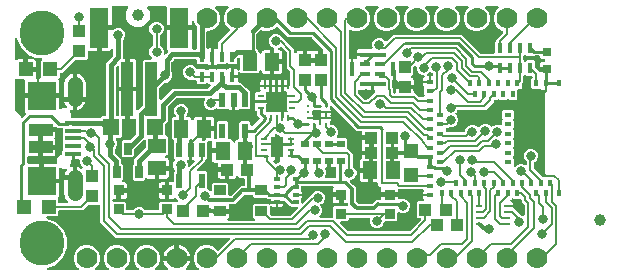
<source format=gbr>
G04 EAGLE Gerber RS-274X export*
G75*
%MOMM*%
%FSLAX34Y34*%
%LPD*%
%INTop Copper*%
%IPPOS*%
%AMOC8*
5,1,8,0,0,1.08239X$1,22.5*%
G01*
%ADD10C,3.810000*%
%ADD11C,1.778000*%
%ADD12R,0.900000X0.900000*%
%ADD13R,0.550000X1.200000*%
%ADD14R,1.200000X1.200000*%
%ADD15R,2.413000X2.413000*%
%ADD16C,1.308000*%
%ADD17R,1.350000X0.400000*%
%ADD18R,2.000000X1.000000*%
%ADD19R,1.400000X1.400000*%
%ADD20R,0.635000X1.016000*%
%ADD21R,0.800000X0.800000*%
%ADD22R,0.400000X0.600000*%
%ADD23R,0.600000X0.400000*%
%ADD24R,0.500000X0.275000*%
%ADD25R,1.000000X0.850000*%
%ADD26R,1.075000X1.000000*%
%ADD27R,1.240000X1.500000*%
%ADD28R,1.500000X1.240000*%
%ADD29R,1.000000X1.075000*%
%ADD30R,1.300000X1.200000*%
%ADD31R,0.450000X0.900000*%
%ADD32C,1.000000*%
%ADD33R,0.250000X0.500000*%
%ADD34R,0.500000X0.250000*%
%ADD35R,0.275000X0.250000*%
%ADD36R,0.250000X0.275000*%
%ADD37R,0.720000X0.600000*%
%ADD38R,1.000000X1.700000*%
%ADD39R,0.600000X0.250000*%
%ADD40R,0.450000X1.200000*%
%ADD41R,2.200000X0.450000*%
%ADD42R,0.950000X0.450000*%
%ADD43R,0.500000X0.350000*%
%ADD44R,1.000000X4.600000*%
%ADD45R,1.600000X3.400000*%
%ADD46C,0.800100*%
%ADD47C,0.203200*%
%ADD48C,0.254000*%
%ADD49C,0.177800*%
%ADD50C,0.406400*%
%ADD51C,0.304800*%

G36*
X102133Y53481D02*
X102133Y53481D01*
X102220Y53484D01*
X102273Y53501D01*
X102327Y53509D01*
X102407Y53544D01*
X102490Y53571D01*
X102530Y53599D01*
X102587Y53625D01*
X102700Y53721D01*
X102764Y53766D01*
X104532Y55535D01*
X106750Y56453D01*
X109150Y56453D01*
X111368Y55535D01*
X113136Y53766D01*
X113206Y53714D01*
X113270Y53654D01*
X113319Y53628D01*
X113363Y53595D01*
X113445Y53564D01*
X113523Y53524D01*
X113571Y53516D01*
X113629Y53494D01*
X113777Y53482D01*
X113854Y53469D01*
X123950Y53469D01*
X124008Y53477D01*
X124066Y53475D01*
X124148Y53497D01*
X124232Y53509D01*
X124285Y53532D01*
X124341Y53547D01*
X124414Y53590D01*
X124491Y53625D01*
X124536Y53663D01*
X124586Y53692D01*
X124644Y53754D01*
X124708Y53808D01*
X124740Y53857D01*
X124780Y53900D01*
X124819Y53975D01*
X124866Y54045D01*
X124883Y54101D01*
X124910Y54153D01*
X124921Y54221D01*
X124951Y54316D01*
X124954Y54416D01*
X124965Y54484D01*
X124965Y59572D01*
X126156Y60763D01*
X136840Y60763D01*
X137247Y60356D01*
X137293Y60321D01*
X137334Y60279D01*
X137406Y60236D01*
X137474Y60185D01*
X137528Y60164D01*
X137579Y60135D01*
X137660Y60114D01*
X137739Y60084D01*
X137798Y60079D01*
X137854Y60065D01*
X137939Y60067D01*
X138023Y60060D01*
X138080Y60072D01*
X138139Y60074D01*
X138219Y60100D01*
X138301Y60116D01*
X138306Y60119D01*
X139718Y60119D01*
X139747Y60123D01*
X139776Y60120D01*
X139887Y60143D01*
X139999Y60159D01*
X140026Y60171D01*
X140055Y60176D01*
X140156Y60229D01*
X140259Y60275D01*
X140281Y60294D01*
X140307Y60307D01*
X140389Y60385D01*
X140476Y60458D01*
X140492Y60483D01*
X140513Y60503D01*
X140571Y60601D01*
X140633Y60695D01*
X140642Y60723D01*
X140657Y60748D01*
X140685Y60858D01*
X140719Y60966D01*
X140720Y60996D01*
X140727Y61024D01*
X140724Y61137D01*
X140727Y61250D01*
X140719Y61279D01*
X140718Y61308D01*
X140683Y61416D01*
X140655Y61525D01*
X140640Y61551D01*
X140631Y61579D01*
X140585Y61643D01*
X140509Y61770D01*
X140464Y61813D01*
X140436Y61852D01*
X139665Y62622D01*
X139315Y63468D01*
X139257Y63567D01*
X139204Y63669D01*
X139184Y63689D01*
X139170Y63713D01*
X139087Y63792D01*
X139008Y63875D01*
X138984Y63889D01*
X138964Y63908D01*
X138861Y63961D01*
X138762Y64019D01*
X138736Y64026D01*
X138711Y64039D01*
X138598Y64061D01*
X138487Y64089D01*
X138459Y64088D01*
X138432Y64094D01*
X138318Y64084D01*
X138203Y64080D01*
X138176Y64072D01*
X138149Y64069D01*
X138042Y64028D01*
X137932Y63993D01*
X137912Y63978D01*
X137883Y63967D01*
X137671Y63807D01*
X137659Y63798D01*
X137558Y63697D01*
X136979Y63362D01*
X136332Y63189D01*
X133529Y63189D01*
X133529Y69214D01*
X133521Y69272D01*
X133522Y69330D01*
X133501Y69412D01*
X133489Y69495D01*
X133465Y69549D01*
X133451Y69605D01*
X133408Y69678D01*
X133373Y69755D01*
X133335Y69799D01*
X133305Y69850D01*
X133244Y69907D01*
X133189Y69972D01*
X133141Y70004D01*
X133098Y70044D01*
X133023Y70083D01*
X132953Y70129D01*
X132897Y70147D01*
X132845Y70174D01*
X132777Y70185D01*
X132682Y70215D01*
X132582Y70218D01*
X132514Y70229D01*
X131497Y70229D01*
X131497Y70231D01*
X132514Y70231D01*
X132572Y70239D01*
X132630Y70238D01*
X132712Y70259D01*
X132795Y70271D01*
X132849Y70295D01*
X132905Y70309D01*
X132978Y70352D01*
X133055Y70387D01*
X133099Y70425D01*
X133150Y70455D01*
X133207Y70516D01*
X133272Y70571D01*
X133304Y70619D01*
X133344Y70662D01*
X133383Y70737D01*
X133429Y70807D01*
X133447Y70863D01*
X133474Y70915D01*
X133485Y70983D01*
X133515Y71078D01*
X133518Y71178D01*
X133529Y71246D01*
X133529Y77271D01*
X136086Y77271D01*
X136144Y77279D01*
X136202Y77277D01*
X136284Y77299D01*
X136368Y77311D01*
X136421Y77334D01*
X136477Y77349D01*
X136550Y77392D01*
X136627Y77427D01*
X136672Y77465D01*
X136722Y77494D01*
X136780Y77556D01*
X136844Y77610D01*
X136876Y77659D01*
X136916Y77702D01*
X136955Y77777D01*
X137002Y77847D01*
X137019Y77903D01*
X137046Y77955D01*
X137057Y78023D01*
X137087Y78118D01*
X137090Y78218D01*
X137101Y78286D01*
X137101Y85281D01*
X137522Y85702D01*
X137574Y85771D01*
X137634Y85835D01*
X137660Y85885D01*
X137693Y85929D01*
X137724Y86011D01*
X137764Y86088D01*
X137772Y86136D01*
X137794Y86194D01*
X137806Y86342D01*
X137819Y86419D01*
X137819Y87678D01*
X137815Y87709D01*
X137817Y87740D01*
X137800Y87816D01*
X137779Y87960D01*
X137753Y88018D01*
X137742Y88067D01*
X136842Y90240D01*
X136842Y92640D01*
X137760Y94858D01*
X138084Y95181D01*
X138119Y95228D01*
X138161Y95268D01*
X138204Y95341D01*
X138255Y95408D01*
X138275Y95463D01*
X138305Y95513D01*
X138326Y95595D01*
X138356Y95674D01*
X138361Y95732D01*
X138375Y95789D01*
X138372Y95873D01*
X138379Y95957D01*
X138368Y96014D01*
X138366Y96073D01*
X138340Y96153D01*
X138323Y96236D01*
X138296Y96288D01*
X138278Y96343D01*
X138238Y96400D01*
X138192Y96488D01*
X138124Y96560D01*
X138123Y96561D01*
X138112Y96580D01*
X138106Y96586D01*
X138084Y96617D01*
X137101Y97599D01*
X137101Y111283D01*
X137107Y111289D01*
X137125Y111313D01*
X137147Y111332D01*
X137210Y111426D01*
X137278Y111516D01*
X137289Y111544D01*
X137305Y111568D01*
X137339Y111676D01*
X137380Y111782D01*
X137382Y111811D01*
X137391Y111839D01*
X137394Y111952D01*
X137403Y112065D01*
X137397Y112094D01*
X137398Y112123D01*
X137370Y112233D01*
X137347Y112344D01*
X137334Y112370D01*
X137326Y112398D01*
X137268Y112496D01*
X137216Y112596D01*
X137196Y112618D01*
X137181Y112643D01*
X137098Y112720D01*
X137020Y112802D01*
X136995Y112817D01*
X136974Y112837D01*
X136873Y112889D01*
X136775Y112946D01*
X136747Y112953D01*
X136721Y112967D01*
X136666Y112976D01*
X135429Y114213D01*
X135429Y130897D01*
X136620Y132088D01*
X138234Y132088D01*
X138263Y132092D01*
X138292Y132089D01*
X138403Y132112D01*
X138515Y132128D01*
X138542Y132140D01*
X138571Y132145D01*
X138672Y132198D01*
X138775Y132244D01*
X138797Y132263D01*
X138823Y132276D01*
X138905Y132354D01*
X138992Y132427D01*
X139008Y132452D01*
X139029Y132472D01*
X139087Y132570D01*
X139149Y132664D01*
X139158Y132692D01*
X139173Y132717D01*
X139201Y132827D01*
X139235Y132935D01*
X139236Y132965D01*
X139243Y132993D01*
X139240Y133106D01*
X139243Y133219D01*
X139235Y133248D01*
X139234Y133277D01*
X139199Y133385D01*
X139171Y133494D01*
X139156Y133520D01*
X139147Y133548D01*
X139101Y133612D01*
X139025Y133739D01*
X138980Y133782D01*
X138952Y133821D01*
X138395Y134377D01*
X137477Y136595D01*
X137477Y138995D01*
X138395Y141213D01*
X140092Y142910D01*
X142310Y143828D01*
X144710Y143828D01*
X146928Y142910D01*
X148625Y141213D01*
X149543Y138995D01*
X149543Y136595D01*
X148625Y134377D01*
X148068Y133821D01*
X148050Y133797D01*
X148028Y133778D01*
X147965Y133684D01*
X147897Y133594D01*
X147887Y133566D01*
X147871Y133542D01*
X147836Y133434D01*
X147796Y133328D01*
X147794Y133299D01*
X147785Y133271D01*
X147782Y133157D01*
X147772Y133045D01*
X147778Y133016D01*
X147777Y132987D01*
X147806Y132877D01*
X147828Y132766D01*
X147842Y132740D01*
X147849Y132712D01*
X147907Y132614D01*
X147959Y132514D01*
X147980Y132492D01*
X147995Y132467D01*
X148077Y132390D01*
X148155Y132308D01*
X148180Y132293D01*
X148202Y132273D01*
X148303Y132221D01*
X148400Y132164D01*
X148429Y132157D01*
X148455Y132143D01*
X148532Y132130D01*
X148676Y132094D01*
X148738Y132096D01*
X148786Y132088D01*
X150704Y132088D01*
X151895Y130897D01*
X151895Y130538D01*
X151896Y130528D01*
X151895Y130518D01*
X151916Y130388D01*
X151935Y130256D01*
X151939Y130247D01*
X151940Y130238D01*
X151997Y130118D01*
X152051Y129997D01*
X152057Y129990D01*
X152061Y129981D01*
X152149Y129881D01*
X152234Y129780D01*
X152243Y129775D01*
X152249Y129767D01*
X152361Y129696D01*
X152471Y129622D01*
X152480Y129619D01*
X152489Y129614D01*
X152616Y129577D01*
X152742Y129537D01*
X152752Y129536D01*
X152761Y129534D01*
X152894Y129533D01*
X153026Y129529D01*
X153036Y129532D01*
X153046Y129532D01*
X153174Y129568D01*
X153301Y129601D01*
X153310Y129606D01*
X153319Y129609D01*
X153432Y129679D01*
X153546Y129746D01*
X153553Y129754D01*
X153561Y129759D01*
X153650Y129857D01*
X153740Y129954D01*
X153745Y129962D01*
X153751Y129970D01*
X153775Y130021D01*
X153870Y130207D01*
X153876Y130242D01*
X153891Y130275D01*
X154094Y131036D01*
X154429Y131615D01*
X154902Y132088D01*
X155481Y132423D01*
X156128Y132596D01*
X160631Y132596D01*
X160631Y123571D01*
X160639Y123513D01*
X160637Y123455D01*
X160659Y123373D01*
X160671Y123290D01*
X160695Y123236D01*
X160709Y123180D01*
X160752Y123107D01*
X160787Y123030D01*
X160825Y122986D01*
X160855Y122935D01*
X160916Y122878D01*
X160971Y122813D01*
X161019Y122781D01*
X161062Y122741D01*
X161137Y122702D01*
X161207Y122656D01*
X161263Y122638D01*
X161315Y122611D01*
X161383Y122600D01*
X161478Y122570D01*
X161578Y122567D01*
X161646Y122556D01*
X162663Y122556D01*
X162663Y122554D01*
X161646Y122554D01*
X161588Y122546D01*
X161530Y122547D01*
X161448Y122526D01*
X161365Y122514D01*
X161311Y122490D01*
X161255Y122476D01*
X161182Y122433D01*
X161105Y122398D01*
X161060Y122360D01*
X161010Y122330D01*
X160952Y122269D01*
X160888Y122214D01*
X160856Y122166D01*
X160816Y122123D01*
X160777Y122048D01*
X160731Y121978D01*
X160713Y121922D01*
X160686Y121870D01*
X160675Y121802D01*
X160645Y121707D01*
X160642Y121607D01*
X160631Y121539D01*
X160631Y113489D01*
X160639Y113431D01*
X160637Y113373D01*
X160659Y113291D01*
X160671Y113207D01*
X160695Y113154D01*
X160709Y113098D01*
X160752Y113025D01*
X160787Y112948D01*
X160825Y112903D01*
X160855Y112853D01*
X160916Y112795D01*
X160971Y112731D01*
X161019Y112699D01*
X161062Y112659D01*
X161137Y112620D01*
X161207Y112573D01*
X161263Y112556D01*
X161315Y112529D01*
X161383Y112518D01*
X161478Y112488D01*
X161578Y112485D01*
X161646Y112474D01*
X163678Y112474D01*
X163736Y112482D01*
X163794Y112480D01*
X163876Y112502D01*
X163959Y112514D01*
X164013Y112537D01*
X164069Y112552D01*
X164142Y112595D01*
X164219Y112630D01*
X164263Y112668D01*
X164314Y112697D01*
X164371Y112759D01*
X164436Y112813D01*
X164468Y112862D01*
X164508Y112905D01*
X164547Y112980D01*
X164593Y113050D01*
X164611Y113106D01*
X164638Y113158D01*
X164649Y113226D01*
X164679Y113321D01*
X164682Y113421D01*
X164693Y113489D01*
X164693Y120524D01*
X171403Y120524D01*
X171403Y114815D01*
X171411Y114757D01*
X171409Y114699D01*
X171431Y114617D01*
X171443Y114533D01*
X171466Y114480D01*
X171481Y114424D01*
X171524Y114351D01*
X171559Y114274D01*
X171597Y114229D01*
X171626Y114179D01*
X171688Y114121D01*
X171742Y114057D01*
X171791Y114025D01*
X171834Y113985D01*
X171909Y113946D01*
X171979Y113899D01*
X172035Y113882D01*
X172087Y113855D01*
X172155Y113844D01*
X172250Y113814D01*
X172350Y113811D01*
X172418Y113800D01*
X172535Y113800D01*
X172593Y113808D01*
X172651Y113806D01*
X172733Y113828D01*
X172817Y113840D01*
X172870Y113863D01*
X172926Y113878D01*
X172999Y113921D01*
X173076Y113956D01*
X173121Y113994D01*
X173171Y114023D01*
X173229Y114085D01*
X173293Y114139D01*
X173325Y114188D01*
X173365Y114231D01*
X173404Y114306D01*
X173451Y114376D01*
X173468Y114432D01*
X173495Y114484D01*
X173506Y114552D01*
X173536Y114647D01*
X173539Y114747D01*
X173550Y114815D01*
X173550Y127699D01*
X174741Y128890D01*
X181925Y128890D01*
X183116Y127699D01*
X183116Y114815D01*
X183124Y114757D01*
X183122Y114699D01*
X183144Y114617D01*
X183156Y114533D01*
X183179Y114480D01*
X183194Y114424D01*
X183237Y114351D01*
X183272Y114274D01*
X183310Y114229D01*
X183339Y114179D01*
X183401Y114121D01*
X183455Y114057D01*
X183504Y114025D01*
X183547Y113985D01*
X183622Y113946D01*
X183692Y113899D01*
X183748Y113882D01*
X183800Y113855D01*
X183868Y113844D01*
X183963Y113814D01*
X184063Y113811D01*
X184131Y113800D01*
X184994Y113800D01*
X185641Y113627D01*
X186220Y113292D01*
X186693Y112819D01*
X187028Y112240D01*
X187231Y111479D01*
X187235Y111470D01*
X187237Y111460D01*
X187291Y111340D01*
X187343Y111218D01*
X187349Y111210D01*
X187353Y111201D01*
X187439Y111100D01*
X187522Y110997D01*
X187530Y110992D01*
X187537Y110984D01*
X187647Y110910D01*
X187756Y110835D01*
X187765Y110832D01*
X187773Y110826D01*
X187900Y110786D01*
X188025Y110744D01*
X188035Y110744D01*
X188044Y110741D01*
X188177Y110737D01*
X188309Y110731D01*
X188319Y110734D01*
X188328Y110733D01*
X188456Y110767D01*
X188585Y110798D01*
X188594Y110803D01*
X188603Y110805D01*
X188717Y110873D01*
X188833Y110938D01*
X188839Y110945D01*
X188848Y110950D01*
X188939Y111047D01*
X189031Y111142D01*
X189036Y111151D01*
X189042Y111158D01*
X189103Y111276D01*
X189165Y111393D01*
X189167Y111402D01*
X189172Y111411D01*
X189181Y111466D01*
X189225Y111671D01*
X189221Y111706D01*
X189227Y111742D01*
X189227Y112101D01*
X190418Y113292D01*
X191535Y113292D01*
X191593Y113300D01*
X191651Y113298D01*
X191733Y113320D01*
X191817Y113332D01*
X191870Y113355D01*
X191926Y113370D01*
X191999Y113413D01*
X192076Y113448D01*
X192121Y113486D01*
X192171Y113515D01*
X192229Y113577D01*
X192293Y113631D01*
X192325Y113680D01*
X192365Y113723D01*
X192404Y113798D01*
X192451Y113868D01*
X192468Y113924D01*
X192495Y113976D01*
X192506Y114044D01*
X192536Y114139D01*
X192539Y114239D01*
X192550Y114307D01*
X192550Y127699D01*
X193741Y128890D01*
X200925Y128890D01*
X202116Y127699D01*
X202116Y125418D01*
X202120Y125388D01*
X202117Y125359D01*
X202140Y125248D01*
X202156Y125136D01*
X202168Y125109D01*
X202173Y125081D01*
X202225Y124980D01*
X202272Y124877D01*
X202291Y124854D01*
X202304Y124828D01*
X202382Y124746D01*
X202455Y124660D01*
X202480Y124643D01*
X202500Y124622D01*
X202598Y124565D01*
X202692Y124502D01*
X202720Y124493D01*
X202745Y124478D01*
X202855Y124450D01*
X202963Y124416D01*
X202993Y124415D01*
X203021Y124408D01*
X203134Y124412D01*
X203247Y124409D01*
X203276Y124416D01*
X203305Y124417D01*
X203413Y124452D01*
X203522Y124481D01*
X203548Y124496D01*
X203576Y124505D01*
X203639Y124550D01*
X203767Y124626D01*
X203810Y124672D01*
X203849Y124700D01*
X209556Y130407D01*
X209592Y130454D01*
X209634Y130494D01*
X209677Y130567D01*
X209727Y130634D01*
X209748Y130689D01*
X209778Y130739D01*
X209798Y130821D01*
X209828Y130900D01*
X209833Y130958D01*
X209848Y131015D01*
X209845Y131099D01*
X209852Y131183D01*
X209841Y131241D01*
X209839Y131299D01*
X209813Y131379D01*
X209796Y131462D01*
X209769Y131514D01*
X209751Y131570D01*
X209711Y131626D01*
X209665Y131714D01*
X209596Y131787D01*
X209556Y131843D01*
X207352Y134047D01*
X207352Y136672D01*
X207340Y136759D01*
X207337Y136847D01*
X207320Y136899D01*
X207312Y136954D01*
X207277Y137034D01*
X207250Y137117D01*
X207222Y137156D01*
X207196Y137213D01*
X207100Y137327D01*
X207055Y137390D01*
X206122Y138323D01*
X206122Y142332D01*
X206109Y142429D01*
X206104Y142526D01*
X206090Y142563D01*
X206082Y142614D01*
X206012Y142771D01*
X205986Y142840D01*
X205787Y143184D01*
X205614Y143831D01*
X205614Y144400D01*
X210655Y144400D01*
X215696Y144400D01*
X215696Y143831D01*
X215523Y143184D01*
X215324Y142840D01*
X215287Y142750D01*
X215243Y142663D01*
X215237Y142624D01*
X215217Y142576D01*
X215200Y142405D01*
X215188Y142332D01*
X215188Y138323D01*
X215046Y138181D01*
X215028Y138157D01*
X215006Y138138D01*
X214943Y138044D01*
X214875Y137954D01*
X214864Y137926D01*
X214848Y137902D01*
X214814Y137794D01*
X214773Y137688D01*
X214771Y137659D01*
X214762Y137631D01*
X214759Y137518D01*
X214750Y137405D01*
X214756Y137376D01*
X214755Y137347D01*
X214783Y137237D01*
X214806Y137126D01*
X214819Y137100D01*
X214827Y137072D01*
X214885Y136974D01*
X214937Y136874D01*
X214957Y136852D01*
X214972Y136827D01*
X215055Y136750D01*
X215133Y136668D01*
X215158Y136653D01*
X215179Y136633D01*
X215280Y136581D01*
X215378Y136524D01*
X215406Y136517D01*
X215432Y136503D01*
X215510Y136490D01*
X215653Y136454D01*
X215716Y136456D01*
X215763Y136448D01*
X226072Y136448D01*
X226169Y136461D01*
X226266Y136466D01*
X226303Y136480D01*
X226354Y136488D01*
X226511Y136558D01*
X226580Y136584D01*
X226924Y136783D01*
X227571Y136956D01*
X228140Y136956D01*
X228140Y131915D01*
X228148Y131857D01*
X228146Y131799D01*
X228168Y131717D01*
X228179Y131634D01*
X228203Y131580D01*
X228218Y131524D01*
X228261Y131451D01*
X228296Y131374D01*
X228333Y131330D01*
X228363Y131280D01*
X228425Y131222D01*
X228479Y131157D01*
X228528Y131125D01*
X228571Y131085D01*
X228646Y131047D01*
X228716Y131000D01*
X228772Y130982D01*
X228824Y130956D01*
X228892Y130944D01*
X228987Y130914D01*
X229087Y130911D01*
X229155Y130900D01*
X229213Y130908D01*
X229271Y130907D01*
X229353Y130928D01*
X229437Y130940D01*
X229490Y130964D01*
X229547Y130979D01*
X229619Y131022D01*
X229696Y131056D01*
X229741Y131094D01*
X229791Y131124D01*
X229849Y131185D01*
X229913Y131240D01*
X229945Y131288D01*
X229985Y131331D01*
X230024Y131406D01*
X230071Y131476D01*
X230088Y131532D01*
X230115Y131584D01*
X230126Y131652D01*
X230156Y131747D01*
X230159Y131847D01*
X230170Y131915D01*
X230170Y136956D01*
X230739Y136956D01*
X231386Y136783D01*
X231730Y136584D01*
X231820Y136547D01*
X231907Y136503D01*
X231946Y136497D01*
X231994Y136477D01*
X232165Y136460D01*
X232238Y136448D01*
X232547Y136448D01*
X232576Y136452D01*
X232605Y136449D01*
X232716Y136472D01*
X232828Y136488D01*
X232855Y136500D01*
X232884Y136505D01*
X232984Y136557D01*
X233087Y136604D01*
X233110Y136623D01*
X233136Y136636D01*
X233218Y136714D01*
X233304Y136787D01*
X233321Y136812D01*
X233342Y136832D01*
X233399Y136930D01*
X233462Y137024D01*
X233471Y137052D01*
X233486Y137077D01*
X233514Y137187D01*
X233548Y137295D01*
X233549Y137324D01*
X233556Y137353D01*
X233552Y137466D01*
X233555Y137579D01*
X233548Y137608D01*
X233547Y137637D01*
X233512Y137745D01*
X233483Y137854D01*
X233468Y137880D01*
X233459Y137908D01*
X233414Y137972D01*
X233338Y138099D01*
X233292Y138142D01*
X233264Y138181D01*
X233122Y138323D01*
X233122Y147332D01*
X233109Y147429D01*
X233104Y147526D01*
X233090Y147563D01*
X233082Y147614D01*
X233012Y147771D01*
X232986Y147840D01*
X232787Y148184D01*
X232614Y148831D01*
X232614Y149400D01*
X237655Y149400D01*
X237713Y149408D01*
X237771Y149406D01*
X237853Y149428D01*
X237936Y149439D01*
X237990Y149463D01*
X238046Y149478D01*
X238119Y149521D01*
X238196Y149556D01*
X238240Y149593D01*
X238290Y149623D01*
X238348Y149685D01*
X238413Y149739D01*
X238445Y149788D01*
X238485Y149831D01*
X238523Y149906D01*
X238570Y149976D01*
X238588Y150032D01*
X238614Y150084D01*
X238626Y150152D01*
X238656Y150247D01*
X238659Y150347D01*
X238670Y150415D01*
X238662Y150473D01*
X238663Y150523D01*
X238663Y150531D01*
X238642Y150613D01*
X238630Y150697D01*
X238606Y150750D01*
X238591Y150807D01*
X238548Y150879D01*
X238514Y150956D01*
X238476Y151001D01*
X238446Y151051D01*
X238385Y151109D01*
X238330Y151173D01*
X238282Y151205D01*
X238239Y151245D01*
X238164Y151284D01*
X238094Y151331D01*
X238038Y151348D01*
X237986Y151375D01*
X237918Y151386D01*
X237823Y151416D01*
X237723Y151419D01*
X237655Y151430D01*
X232614Y151430D01*
X232614Y151999D01*
X232817Y152757D01*
X232824Y152815D01*
X232841Y152871D01*
X232841Y152956D01*
X232852Y153039D01*
X232842Y153097D01*
X232843Y153156D01*
X232820Y153237D01*
X232807Y153320D01*
X232782Y153373D01*
X232766Y153429D01*
X232721Y153501D01*
X232685Y153577D01*
X232647Y153621D01*
X232616Y153671D01*
X232553Y153727D01*
X232498Y153791D01*
X232448Y153822D01*
X232405Y153861D01*
X232342Y153890D01*
X232258Y153944D01*
X232162Y153972D01*
X232099Y154001D01*
X231918Y154049D01*
X231822Y154061D01*
X231726Y154081D01*
X231686Y154077D01*
X231636Y154084D01*
X231466Y154056D01*
X231392Y154049D01*
X230739Y153874D01*
X230170Y153874D01*
X230170Y157900D01*
X234155Y157900D01*
X234213Y157908D01*
X234271Y157906D01*
X234353Y157928D01*
X234436Y157939D01*
X234490Y157963D01*
X234546Y157978D01*
X234619Y158021D01*
X234696Y158056D01*
X234740Y158093D01*
X234790Y158123D01*
X234791Y158124D01*
X234848Y158185D01*
X234913Y158239D01*
X234913Y158240D01*
X234945Y158288D01*
X234985Y158331D01*
X235024Y158406D01*
X235071Y158476D01*
X235088Y158532D01*
X235115Y158584D01*
X235126Y158652D01*
X235156Y158747D01*
X235159Y158847D01*
X235170Y158915D01*
X235170Y163994D01*
X235185Y163996D01*
X235238Y164019D01*
X235294Y164034D01*
X235367Y164077D01*
X235444Y164112D01*
X235489Y164150D01*
X235539Y164179D01*
X235597Y164241D01*
X235661Y164295D01*
X235693Y164344D01*
X235733Y164387D01*
X235772Y164462D01*
X235819Y164532D01*
X235836Y164588D01*
X235863Y164640D01*
X235874Y164708D01*
X235904Y164803D01*
X235907Y164903D01*
X235918Y164971D01*
X235918Y170830D01*
X235906Y170916D01*
X235903Y171004D01*
X235886Y171056D01*
X235878Y171111D01*
X235843Y171191D01*
X235816Y171274D01*
X235788Y171313D01*
X235762Y171371D01*
X235666Y171484D01*
X235621Y171548D01*
X232869Y174299D01*
X232869Y186784D01*
X232857Y186871D01*
X232854Y186958D01*
X232837Y187011D01*
X232829Y187066D01*
X232794Y187145D01*
X232767Y187229D01*
X232739Y187268D01*
X232713Y187325D01*
X232617Y187438D01*
X232572Y187502D01*
X228564Y191510D01*
X228517Y191545D01*
X228477Y191587D01*
X228404Y191630D01*
X228337Y191681D01*
X228282Y191702D01*
X228232Y191731D01*
X228150Y191752D01*
X228071Y191782D01*
X228013Y191787D01*
X227956Y191801D01*
X227872Y191799D01*
X227788Y191806D01*
X227731Y191794D01*
X227672Y191792D01*
X227592Y191766D01*
X227509Y191750D01*
X227457Y191723D01*
X227402Y191705D01*
X227345Y191665D01*
X227257Y191619D01*
X227185Y191550D01*
X227128Y191510D01*
X227036Y191418D01*
X226182Y191064D01*
X226108Y191020D01*
X226030Y190985D01*
X225986Y190948D01*
X225937Y190919D01*
X225878Y190857D01*
X225813Y190801D01*
X225781Y190754D01*
X225742Y190713D01*
X225703Y190636D01*
X225655Y190565D01*
X225638Y190511D01*
X225612Y190460D01*
X225595Y190376D01*
X225569Y190294D01*
X225568Y190237D01*
X225557Y190181D01*
X225564Y190096D01*
X225562Y190010D01*
X225576Y189955D01*
X225581Y189898D01*
X225612Y189817D01*
X225634Y189735D01*
X225663Y189686D01*
X225683Y189633D01*
X225735Y189564D01*
X225779Y189490D01*
X225820Y189451D01*
X225855Y189406D01*
X225924Y189354D01*
X225986Y189296D01*
X226037Y189270D01*
X226083Y189236D01*
X226163Y189205D01*
X226239Y189166D01*
X226288Y189158D01*
X226349Y189135D01*
X226493Y189124D01*
X226571Y189111D01*
X226854Y189111D01*
X227501Y188938D01*
X228080Y188603D01*
X228553Y188130D01*
X228888Y187551D01*
X229061Y186904D01*
X229061Y181101D01*
X222351Y181101D01*
X222351Y189849D01*
X222351Y189850D01*
X222351Y189852D01*
X222331Y189992D01*
X222311Y190130D01*
X222311Y190132D01*
X222310Y190133D01*
X222256Y190254D01*
X222195Y190390D01*
X222194Y190391D01*
X222193Y190392D01*
X222105Y190497D01*
X222011Y190607D01*
X222010Y190608D01*
X222009Y190609D01*
X221996Y190617D01*
X221775Y190764D01*
X221746Y190774D01*
X221724Y190787D01*
X220201Y191418D01*
X218504Y193115D01*
X217585Y195332D01*
X217585Y197733D01*
X218504Y199950D01*
X220201Y201647D01*
X222419Y202566D01*
X224819Y202566D01*
X227036Y201647D01*
X228805Y199879D01*
X228860Y199837D01*
X238967Y189730D01*
X238967Y187351D01*
X238969Y187332D01*
X238967Y187312D01*
X238989Y187191D01*
X239007Y187069D01*
X239015Y187052D01*
X239018Y187032D01*
X239073Y186922D01*
X239123Y186810D01*
X239135Y186795D01*
X239144Y186778D01*
X239227Y186687D01*
X239306Y186593D01*
X239323Y186582D01*
X239336Y186568D01*
X239441Y186503D01*
X239543Y186435D01*
X239562Y186430D01*
X239578Y186419D01*
X239697Y186387D01*
X239814Y186350D01*
X239834Y186349D01*
X239853Y186344D01*
X239975Y186346D01*
X240098Y186342D01*
X240117Y186347D01*
X240137Y186348D01*
X240255Y186383D01*
X240373Y186414D01*
X240390Y186424D01*
X240409Y186430D01*
X240512Y186497D01*
X240618Y186559D01*
X240631Y186574D01*
X240648Y186584D01*
X240694Y186641D01*
X240812Y186767D01*
X240836Y186812D01*
X240861Y186843D01*
X241252Y187520D01*
X241725Y187993D01*
X242304Y188328D01*
X242951Y188501D01*
X246254Y188501D01*
X246254Y181601D01*
X246262Y181543D01*
X246260Y181485D01*
X246282Y181403D01*
X246294Y181320D01*
X246318Y181266D01*
X246332Y181210D01*
X246375Y181137D01*
X246410Y181060D01*
X246448Y181016D01*
X246478Y180965D01*
X246539Y180908D01*
X246594Y180843D01*
X246642Y180811D01*
X246685Y180771D01*
X246760Y180732D01*
X246830Y180686D01*
X246886Y180668D01*
X246938Y180641D01*
X247006Y180630D01*
X247101Y180600D01*
X247201Y180597D01*
X247269Y180586D01*
X248286Y180586D01*
X248286Y179569D01*
X248294Y179511D01*
X248293Y179453D01*
X248314Y179371D01*
X248326Y179288D01*
X248350Y179234D01*
X248364Y179178D01*
X248407Y179105D01*
X248442Y179028D01*
X248480Y178983D01*
X248510Y178933D01*
X248571Y178875D01*
X248626Y178811D01*
X248674Y178779D01*
X248717Y178739D01*
X248792Y178700D01*
X248862Y178654D01*
X248918Y178636D01*
X248970Y178609D01*
X249038Y178598D01*
X249133Y178568D01*
X249233Y178565D01*
X249301Y178554D01*
X260604Y178554D01*
X260662Y178562D01*
X260720Y178560D01*
X260802Y178582D01*
X260885Y178594D01*
X260939Y178618D01*
X260995Y178632D01*
X261068Y178675D01*
X261145Y178710D01*
X261189Y178748D01*
X261240Y178778D01*
X261297Y178839D01*
X261362Y178894D01*
X261394Y178942D01*
X261434Y178985D01*
X261473Y179060D01*
X261519Y179130D01*
X261537Y179186D01*
X261564Y179238D01*
X261575Y179306D01*
X261605Y179401D01*
X261608Y179501D01*
X261619Y179569D01*
X261619Y180586D01*
X262636Y180586D01*
X262694Y180594D01*
X262752Y180593D01*
X262834Y180614D01*
X262917Y180626D01*
X262971Y180650D01*
X263027Y180664D01*
X263100Y180707D01*
X263177Y180742D01*
X263221Y180780D01*
X263272Y180810D01*
X263329Y180871D01*
X263394Y180926D01*
X263426Y180974D01*
X263466Y181017D01*
X263505Y181092D01*
X263551Y181162D01*
X263569Y181218D01*
X263596Y181270D01*
X263607Y181338D01*
X263637Y181433D01*
X263640Y181533D01*
X263651Y181601D01*
X263651Y188899D01*
X263700Y188983D01*
X263763Y189077D01*
X263772Y189105D01*
X263787Y189130D01*
X263815Y189240D01*
X263849Y189348D01*
X263850Y189378D01*
X263857Y189406D01*
X263853Y189519D01*
X263856Y189632D01*
X263849Y189661D01*
X263848Y189690D01*
X263813Y189798D01*
X263784Y189907D01*
X263769Y189933D01*
X263760Y189961D01*
X263715Y190024D01*
X263639Y190152D01*
X263593Y190195D01*
X263565Y190234D01*
X254199Y199600D01*
X254129Y199652D01*
X254066Y199712D01*
X254016Y199738D01*
X253972Y199771D01*
X253890Y199802D01*
X253812Y199842D01*
X253765Y199850D01*
X253706Y199872D01*
X253559Y199884D01*
X253481Y199897D01*
X234217Y199897D01*
X225499Y208616D01*
X225452Y208651D01*
X225412Y208693D01*
X225339Y208736D01*
X225271Y208787D01*
X225217Y208807D01*
X225166Y208837D01*
X225085Y208858D01*
X225006Y208888D01*
X224947Y208893D01*
X224891Y208907D01*
X224806Y208904D01*
X224722Y208911D01*
X224665Y208900D01*
X224607Y208898D01*
X224526Y208872D01*
X224444Y208855D01*
X224392Y208829D01*
X224336Y208811D01*
X224280Y208770D01*
X224191Y208724D01*
X224119Y208656D01*
X224063Y208616D01*
X222087Y206640D01*
X218073Y204977D01*
X213727Y204977D01*
X211351Y205961D01*
X211350Y205962D01*
X211348Y205963D01*
X211214Y205997D01*
X211076Y206032D01*
X211074Y206032D01*
X211073Y206033D01*
X210932Y206028D01*
X210792Y206024D01*
X210790Y206024D01*
X210789Y206024D01*
X210656Y205981D01*
X210521Y205938D01*
X210520Y205937D01*
X210518Y205936D01*
X210506Y205928D01*
X210285Y205779D01*
X210265Y205756D01*
X210245Y205741D01*
X207435Y202932D01*
X207383Y202862D01*
X207323Y202798D01*
X207297Y202749D01*
X207264Y202704D01*
X207233Y202623D01*
X207193Y202545D01*
X207185Y202497D01*
X207163Y202439D01*
X207151Y202291D01*
X207138Y202214D01*
X207138Y190166D01*
X207150Y190080D01*
X207153Y189992D01*
X207170Y189940D01*
X207178Y189885D01*
X207213Y189805D01*
X207240Y189722D01*
X207268Y189682D01*
X207294Y189625D01*
X207390Y189512D01*
X207435Y189448D01*
X207983Y188900D01*
X208053Y188848D01*
X208117Y188788D01*
X208166Y188762D01*
X208211Y188729D01*
X208251Y188714D01*
X209553Y187412D01*
X209553Y187053D01*
X209554Y187043D01*
X209553Y187033D01*
X209574Y186902D01*
X209593Y186771D01*
X209597Y186762D01*
X209598Y186753D01*
X209655Y186633D01*
X209709Y186512D01*
X209715Y186504D01*
X209719Y186496D01*
X209807Y186396D01*
X209892Y186295D01*
X209901Y186290D01*
X209907Y186282D01*
X210018Y186211D01*
X210129Y186137D01*
X210139Y186134D01*
X210147Y186129D01*
X210273Y186092D01*
X210400Y186052D01*
X210410Y186051D01*
X210419Y186049D01*
X210552Y186048D01*
X210684Y186044D01*
X210694Y186047D01*
X210704Y186047D01*
X210832Y186083D01*
X210959Y186116D01*
X210968Y186121D01*
X210977Y186124D01*
X211091Y186194D01*
X211204Y186261D01*
X211211Y186269D01*
X211219Y186274D01*
X211308Y186372D01*
X211398Y186469D01*
X211403Y186477D01*
X211409Y186485D01*
X211433Y186536D01*
X211528Y186722D01*
X211534Y186757D01*
X211549Y186790D01*
X211752Y187551D01*
X212087Y188130D01*
X212560Y188603D01*
X213139Y188938D01*
X213786Y189111D01*
X218289Y189111D01*
X218289Y180086D01*
X218297Y180028D01*
X218295Y179970D01*
X218317Y179888D01*
X218329Y179805D01*
X218353Y179751D01*
X218367Y179695D01*
X218410Y179622D01*
X218445Y179545D01*
X218483Y179501D01*
X218513Y179450D01*
X218574Y179393D01*
X218629Y179328D01*
X218677Y179296D01*
X218720Y179256D01*
X218795Y179217D01*
X218865Y179171D01*
X218921Y179153D01*
X218973Y179126D01*
X219041Y179115D01*
X219136Y179085D01*
X219236Y179082D01*
X219304Y179071D01*
X220321Y179071D01*
X220321Y179069D01*
X219304Y179069D01*
X219246Y179061D01*
X219188Y179062D01*
X219106Y179041D01*
X219023Y179029D01*
X218969Y179005D01*
X218913Y178991D01*
X218840Y178948D01*
X218763Y178913D01*
X218718Y178875D01*
X218668Y178845D01*
X218610Y178784D01*
X218546Y178729D01*
X218514Y178681D01*
X218474Y178638D01*
X218435Y178563D01*
X218389Y178493D01*
X218371Y178437D01*
X218344Y178385D01*
X218333Y178317D01*
X218303Y178222D01*
X218300Y178122D01*
X218289Y178054D01*
X218289Y169029D01*
X213786Y169029D01*
X213139Y169202D01*
X212560Y169537D01*
X212087Y170010D01*
X211752Y170589D01*
X211549Y171350D01*
X211545Y171359D01*
X211543Y171369D01*
X211520Y171422D01*
X211509Y171464D01*
X211479Y171514D01*
X211437Y171611D01*
X211431Y171619D01*
X211427Y171628D01*
X211373Y171692D01*
X211363Y171708D01*
X211344Y171726D01*
X211342Y171729D01*
X211258Y171832D01*
X211250Y171838D01*
X211243Y171845D01*
X211133Y171919D01*
X211024Y171994D01*
X211015Y171997D01*
X211007Y172003D01*
X210880Y172043D01*
X210755Y172085D01*
X210745Y172085D01*
X210736Y172088D01*
X210603Y172092D01*
X210471Y172098D01*
X210461Y172095D01*
X210452Y172096D01*
X210324Y172062D01*
X210195Y172031D01*
X210186Y172026D01*
X210177Y172024D01*
X210063Y171957D01*
X209947Y171891D01*
X209941Y171884D01*
X209932Y171879D01*
X209841Y171782D01*
X209749Y171687D01*
X209744Y171679D01*
X209738Y171671D01*
X209677Y171553D01*
X209664Y171528D01*
X209652Y171511D01*
X209649Y171501D01*
X209615Y171437D01*
X209613Y171427D01*
X209608Y171418D01*
X209599Y171362D01*
X209585Y171299D01*
X209567Y171240D01*
X209566Y171208D01*
X209555Y171159D01*
X209559Y171123D01*
X209553Y171087D01*
X209553Y170728D01*
X208362Y169537D01*
X194278Y169537D01*
X193260Y170555D01*
X193236Y170573D01*
X193217Y170595D01*
X193123Y170658D01*
X193033Y170726D01*
X193005Y170737D01*
X192981Y170753D01*
X192873Y170787D01*
X192767Y170828D01*
X192738Y170830D01*
X192710Y170839D01*
X192596Y170842D01*
X192484Y170851D01*
X192455Y170845D01*
X192426Y170846D01*
X192316Y170817D01*
X192205Y170795D01*
X192179Y170782D01*
X192151Y170774D01*
X192053Y170717D01*
X191953Y170664D01*
X191931Y170644D01*
X191906Y170629D01*
X191829Y170547D01*
X191747Y170468D01*
X191732Y170443D01*
X191712Y170422D01*
X191660Y170321D01*
X191603Y170223D01*
X191596Y170195D01*
X191582Y170169D01*
X191569Y170091D01*
X191533Y169948D01*
X191535Y169885D01*
X191527Y169838D01*
X191527Y167630D01*
X187860Y167630D01*
X187860Y173547D01*
X189320Y173547D01*
X189967Y173374D01*
X190546Y173039D01*
X191019Y172566D01*
X191193Y172265D01*
X191205Y172250D01*
X191213Y172232D01*
X191292Y172138D01*
X191368Y172041D01*
X191384Y172030D01*
X191397Y172015D01*
X191499Y171947D01*
X191598Y171875D01*
X191617Y171868D01*
X191633Y171857D01*
X191750Y171820D01*
X191866Y171779D01*
X191886Y171777D01*
X191904Y171771D01*
X192027Y171768D01*
X192150Y171760D01*
X192169Y171765D01*
X192188Y171764D01*
X192307Y171795D01*
X192427Y171822D01*
X192445Y171831D01*
X192463Y171836D01*
X192569Y171899D01*
X192677Y171957D01*
X192691Y171971D01*
X192708Y171981D01*
X192792Y172071D01*
X192879Y172157D01*
X192889Y172174D01*
X192902Y172189D01*
X192958Y172298D01*
X193018Y172405D01*
X193023Y172424D01*
X193032Y172442D01*
X193044Y172514D01*
X193083Y172682D01*
X193081Y172733D01*
X193087Y172773D01*
X193087Y181658D01*
X193083Y181687D01*
X193086Y181717D01*
X193063Y181827D01*
X193047Y181939D01*
X193035Y181966D01*
X193030Y181995D01*
X192977Y182096D01*
X192931Y182199D01*
X192912Y182221D01*
X192898Y182248D01*
X192821Y182330D01*
X192748Y182416D01*
X192723Y182432D01*
X192703Y182454D01*
X192605Y182511D01*
X192511Y182573D01*
X192483Y182582D01*
X192457Y182597D01*
X192348Y182625D01*
X192240Y182659D01*
X192210Y182660D01*
X192182Y182667D01*
X192069Y182664D01*
X191956Y182666D01*
X191927Y182659D01*
X191898Y182658D01*
X191790Y182623D01*
X191681Y182595D01*
X191655Y182580D01*
X191627Y182570D01*
X191563Y182525D01*
X191436Y182449D01*
X191403Y182414D01*
X191398Y182411D01*
X191386Y182399D01*
X191354Y182375D01*
X191316Y182337D01*
X191263Y182268D01*
X191204Y182204D01*
X191178Y182155D01*
X191145Y182110D01*
X191114Y182028D01*
X191074Y181951D01*
X191066Y181903D01*
X191044Y181844D01*
X191032Y181697D01*
X191019Y181620D01*
X191019Y178164D01*
X189828Y176973D01*
X183644Y176973D01*
X182954Y177663D01*
X182907Y177699D01*
X182867Y177741D01*
X182794Y177784D01*
X182727Y177834D01*
X182672Y177855D01*
X182622Y177885D01*
X182540Y177905D01*
X182461Y177936D01*
X182403Y177940D01*
X182346Y177955D01*
X182262Y177952D01*
X182178Y177959D01*
X182120Y177948D01*
X182062Y177946D01*
X181982Y177920D01*
X181899Y177903D01*
X181847Y177876D01*
X181791Y177858D01*
X181735Y177818D01*
X181647Y177772D01*
X181574Y177703D01*
X181518Y177663D01*
X180828Y176973D01*
X174595Y176973D01*
X174566Y176995D01*
X174502Y177019D01*
X174443Y177053D01*
X174370Y177070D01*
X174300Y177096D01*
X174232Y177102D01*
X174166Y177117D01*
X174092Y177114D01*
X174017Y177120D01*
X173950Y177106D01*
X173882Y177103D01*
X173823Y177081D01*
X173738Y177064D01*
X173637Y177011D01*
X173568Y176985D01*
X172967Y176638D01*
X172320Y176465D01*
X170860Y176465D01*
X170860Y183397D01*
X170852Y183455D01*
X170854Y183513D01*
X170848Y183533D01*
X170849Y183547D01*
X170860Y183615D01*
X170860Y190547D01*
X172320Y190547D01*
X172967Y190374D01*
X173164Y190259D01*
X173201Y190245D01*
X173233Y190223D01*
X173332Y190192D01*
X173428Y190153D01*
X173467Y190149D01*
X173504Y190137D01*
X173608Y190135D01*
X173711Y190124D01*
X173749Y190131D01*
X173788Y190130D01*
X173888Y190156D01*
X173991Y190175D01*
X174026Y190192D01*
X174063Y190202D01*
X174152Y190255D01*
X174245Y190301D01*
X174274Y190327D01*
X174308Y190347D01*
X174379Y190423D01*
X174455Y190493D01*
X174476Y190526D01*
X174502Y190554D01*
X174550Y190647D01*
X174604Y190735D01*
X174614Y190773D01*
X174632Y190808D01*
X174645Y190884D01*
X174679Y191009D01*
X174678Y191084D01*
X174687Y191139D01*
X174687Y195509D01*
X184348Y205169D01*
X184383Y205216D01*
X184425Y205256D01*
X184468Y205329D01*
X184519Y205397D01*
X184540Y205451D01*
X184569Y205502D01*
X184590Y205583D01*
X184620Y205662D01*
X184625Y205721D01*
X184639Y205777D01*
X184636Y205861D01*
X184643Y205946D01*
X184632Y206003D01*
X184630Y206061D01*
X184604Y206142D01*
X184588Y206224D01*
X184561Y206276D01*
X184543Y206332D01*
X184503Y206388D01*
X184457Y206477D01*
X184388Y206549D01*
X184348Y206605D01*
X181240Y209713D01*
X179577Y213727D01*
X179577Y218073D01*
X181240Y222087D01*
X183479Y224326D01*
X183497Y224350D01*
X183519Y224369D01*
X183582Y224463D01*
X183650Y224553D01*
X183660Y224581D01*
X183677Y224605D01*
X183711Y224713D01*
X183751Y224819D01*
X183754Y224848D01*
X183762Y224876D01*
X183765Y224990D01*
X183775Y225102D01*
X183769Y225131D01*
X183770Y225160D01*
X183741Y225270D01*
X183719Y225381D01*
X183705Y225407D01*
X183698Y225435D01*
X183640Y225533D01*
X183588Y225633D01*
X183568Y225655D01*
X183553Y225680D01*
X183470Y225757D01*
X183392Y225839D01*
X183367Y225854D01*
X183345Y225874D01*
X183245Y225926D01*
X183147Y225983D01*
X183118Y225990D01*
X183092Y226004D01*
X183015Y226017D01*
X182871Y226053D01*
X182809Y226051D01*
X182761Y226059D01*
X172839Y226059D01*
X172810Y226055D01*
X172781Y226058D01*
X172669Y226035D01*
X172557Y226019D01*
X172531Y226007D01*
X172502Y226002D01*
X172401Y225949D01*
X172298Y225903D01*
X172276Y225884D01*
X172249Y225871D01*
X172167Y225793D01*
X172081Y225720D01*
X172065Y225695D01*
X172043Y225675D01*
X171986Y225577D01*
X171923Y225483D01*
X171914Y225455D01*
X171900Y225430D01*
X171872Y225320D01*
X171838Y225212D01*
X171837Y225182D01*
X171830Y225154D01*
X171833Y225041D01*
X171830Y224928D01*
X171838Y224899D01*
X171839Y224870D01*
X171874Y224762D01*
X171902Y224653D01*
X171917Y224627D01*
X171926Y224599D01*
X171972Y224536D01*
X172047Y224408D01*
X172093Y224365D01*
X172121Y224326D01*
X174360Y222087D01*
X176023Y218073D01*
X176023Y213727D01*
X174360Y209713D01*
X171287Y206640D01*
X167273Y204977D01*
X165816Y204977D01*
X165758Y204969D01*
X165700Y204971D01*
X165618Y204949D01*
X165534Y204937D01*
X165481Y204914D01*
X165425Y204899D01*
X165352Y204856D01*
X165275Y204821D01*
X165230Y204783D01*
X165180Y204754D01*
X165122Y204692D01*
X165058Y204638D01*
X165026Y204589D01*
X164986Y204546D01*
X164947Y204471D01*
X164900Y204401D01*
X164883Y204345D01*
X164856Y204293D01*
X164845Y204225D01*
X164815Y204130D01*
X164812Y204030D01*
X164801Y203962D01*
X164801Y191148D01*
X164806Y191109D01*
X164804Y191070D01*
X164826Y190969D01*
X164841Y190866D01*
X164857Y190831D01*
X164865Y190793D01*
X164914Y190702D01*
X164957Y190607D01*
X164982Y190577D01*
X165001Y190543D01*
X165074Y190469D01*
X165140Y190390D01*
X165173Y190368D01*
X165200Y190340D01*
X165291Y190290D01*
X165377Y190232D01*
X165414Y190221D01*
X165448Y190201D01*
X165549Y190178D01*
X165648Y190147D01*
X165687Y190146D01*
X165725Y190137D01*
X165829Y190142D01*
X165932Y190139D01*
X165970Y190149D01*
X166009Y190151D01*
X166082Y190178D01*
X166207Y190211D01*
X166271Y190249D01*
X166324Y190269D01*
X166505Y190374D01*
X167152Y190547D01*
X168612Y190547D01*
X168612Y183615D01*
X168620Y183557D01*
X168618Y183499D01*
X168623Y183479D01*
X168623Y183465D01*
X168612Y183397D01*
X168612Y176465D01*
X167152Y176465D01*
X166505Y176638D01*
X165926Y176973D01*
X165595Y177304D01*
X165548Y177339D01*
X165508Y177382D01*
X165435Y177424D01*
X165368Y177475D01*
X165313Y177496D01*
X165262Y177526D01*
X165181Y177546D01*
X165102Y177576D01*
X165043Y177581D01*
X164987Y177596D01*
X164903Y177593D01*
X164819Y177600D01*
X164761Y177588D01*
X164703Y177587D01*
X164622Y177561D01*
X164540Y177544D01*
X164488Y177517D01*
X164432Y177499D01*
X164376Y177459D01*
X164288Y177413D01*
X164215Y177344D01*
X164159Y177304D01*
X163828Y176973D01*
X157644Y176973D01*
X156453Y178164D01*
X156453Y180331D01*
X156445Y180389D01*
X156447Y180447D01*
X156425Y180529D01*
X156413Y180613D01*
X156390Y180666D01*
X156375Y180722D01*
X156332Y180795D01*
X156297Y180872D01*
X156259Y180917D01*
X156230Y180967D01*
X156168Y181025D01*
X156114Y181089D01*
X156065Y181121D01*
X156022Y181161D01*
X155947Y181200D01*
X155877Y181247D01*
X155821Y181264D01*
X155769Y181291D01*
X155701Y181302D01*
X155606Y181332D01*
X155506Y181335D01*
X155438Y181346D01*
X138075Y181346D01*
X137989Y181334D01*
X137901Y181331D01*
X137849Y181314D01*
X137794Y181306D01*
X137714Y181271D01*
X137631Y181244D01*
X137591Y181216D01*
X137534Y181190D01*
X137421Y181094D01*
X137357Y181049D01*
X135494Y179186D01*
X135442Y179116D01*
X135382Y179052D01*
X135356Y179003D01*
X135323Y178958D01*
X135292Y178877D01*
X135252Y178799D01*
X135244Y178751D01*
X135222Y178693D01*
X135210Y178545D01*
X135197Y178468D01*
X135197Y170728D01*
X135201Y170698D01*
X135199Y170667D01*
X135216Y170590D01*
X135237Y170447D01*
X135263Y170388D01*
X135274Y170340D01*
X135895Y168840D01*
X135895Y166440D01*
X134977Y164222D01*
X133280Y162525D01*
X131062Y161607D01*
X129686Y161607D01*
X129599Y161595D01*
X129512Y161592D01*
X129459Y161575D01*
X129404Y161567D01*
X129324Y161531D01*
X129241Y161504D01*
X129202Y161476D01*
X129145Y161451D01*
X129032Y161355D01*
X128968Y161309D01*
X125280Y157622D01*
X125228Y157552D01*
X125168Y157488D01*
X125142Y157439D01*
X125109Y157394D01*
X125078Y157313D01*
X125038Y157235D01*
X125030Y157187D01*
X125008Y157129D01*
X125000Y157038D01*
X124997Y157027D01*
X124996Y156980D01*
X124983Y156904D01*
X124983Y147787D01*
X124987Y147758D01*
X124984Y147729D01*
X125007Y147618D01*
X125023Y147506D01*
X125035Y147479D01*
X125040Y147450D01*
X125092Y147350D01*
X125139Y147246D01*
X125158Y147224D01*
X125171Y147198D01*
X125249Y147116D01*
X125322Y147029D01*
X125347Y147013D01*
X125367Y146992D01*
X125465Y146934D01*
X125559Y146872D01*
X125587Y146863D01*
X125612Y146848D01*
X125722Y146820D01*
X125830Y146786D01*
X125860Y146785D01*
X125888Y146778D01*
X126001Y146781D01*
X126114Y146779D01*
X126143Y146786D01*
X126172Y146787D01*
X126280Y146822D01*
X126389Y146850D01*
X126415Y146865D01*
X126443Y146874D01*
X126506Y146920D01*
X126634Y146996D01*
X126677Y147041D01*
X126716Y147069D01*
X133433Y153786D01*
X136111Y156465D01*
X166043Y156465D01*
X166129Y156477D01*
X166217Y156480D01*
X166269Y156497D01*
X166324Y156505D01*
X166404Y156540D01*
X166487Y156567D01*
X166527Y156595D01*
X166584Y156621D01*
X166697Y156717D01*
X166761Y156762D01*
X168239Y158240D01*
X168256Y158264D01*
X168279Y158283D01*
X168342Y158377D01*
X168410Y158467D01*
X168420Y158495D01*
X168436Y158519D01*
X168471Y158627D01*
X168511Y158733D01*
X168513Y158762D01*
X168522Y158790D01*
X168525Y158904D01*
X168534Y159016D01*
X168529Y159045D01*
X168529Y159074D01*
X168501Y159184D01*
X168479Y159295D01*
X168465Y159321D01*
X168458Y159349D01*
X168400Y159447D01*
X168348Y159547D01*
X168327Y159569D01*
X168312Y159594D01*
X168230Y159671D01*
X168152Y159753D01*
X168126Y159768D01*
X168105Y159788D01*
X168004Y159840D01*
X167906Y159897D01*
X167878Y159904D01*
X167852Y159918D01*
X167775Y159931D01*
X167631Y159967D01*
X167568Y159965D01*
X167521Y159973D01*
X166644Y159973D01*
X165954Y160663D01*
X165907Y160699D01*
X165867Y160741D01*
X165794Y160784D01*
X165727Y160834D01*
X165672Y160855D01*
X165622Y160885D01*
X165540Y160905D01*
X165461Y160936D01*
X165403Y160940D01*
X165346Y160955D01*
X165262Y160952D01*
X165178Y160959D01*
X165120Y160948D01*
X165062Y160946D01*
X164982Y160920D01*
X164899Y160903D01*
X164847Y160876D01*
X164791Y160858D01*
X164735Y160818D01*
X164647Y160772D01*
X164574Y160703D01*
X164518Y160663D01*
X163828Y159973D01*
X157644Y159973D01*
X156453Y161164D01*
X156453Y162442D01*
X156445Y162500D01*
X156447Y162558D01*
X156425Y162640D01*
X156413Y162724D01*
X156390Y162777D01*
X156375Y162833D01*
X156332Y162906D01*
X156297Y162983D01*
X156259Y163028D01*
X156230Y163078D01*
X156168Y163136D01*
X156114Y163200D01*
X156065Y163232D01*
X156022Y163272D01*
X155947Y163311D01*
X155877Y163358D01*
X155821Y163375D01*
X155769Y163402D01*
X155701Y163413D01*
X155606Y163443D01*
X155506Y163446D01*
X155438Y163457D01*
X153541Y163457D01*
X153149Y163849D01*
X153079Y163902D01*
X153015Y163962D01*
X152966Y163987D01*
X152922Y164020D01*
X152840Y164051D01*
X152762Y164091D01*
X152715Y164099D01*
X152656Y164122D01*
X152508Y164134D01*
X152431Y164147D01*
X149930Y164147D01*
X147712Y165065D01*
X146015Y166762D01*
X145097Y168980D01*
X145097Y171380D01*
X146015Y173598D01*
X147712Y175295D01*
X149930Y176213D01*
X152330Y176213D01*
X154548Y175295D01*
X156253Y173589D01*
X156295Y173518D01*
X156348Y173416D01*
X156367Y173396D01*
X156381Y173372D01*
X156465Y173293D01*
X156544Y173210D01*
X156568Y173196D01*
X156588Y173177D01*
X156690Y173124D01*
X156789Y173066D01*
X156816Y173059D01*
X156841Y173047D01*
X156953Y173024D01*
X157065Y172996D01*
X157092Y172997D01*
X157119Y172991D01*
X157234Y173001D01*
X157349Y173005D01*
X157375Y173014D01*
X157403Y173016D01*
X157462Y173039D01*
X163828Y173039D01*
X164518Y172349D01*
X164565Y172314D01*
X164605Y172271D01*
X164678Y172228D01*
X164745Y172178D01*
X164800Y172157D01*
X164850Y172127D01*
X164932Y172106D01*
X165011Y172076D01*
X165069Y172072D01*
X165126Y172057D01*
X165210Y172060D01*
X165294Y172053D01*
X165352Y172064D01*
X165410Y172066D01*
X165490Y172092D01*
X165573Y172109D01*
X165625Y172136D01*
X165681Y172154D01*
X165737Y172194D01*
X165825Y172240D01*
X165898Y172308D01*
X165954Y172349D01*
X166644Y173039D01*
X172828Y173039D01*
X173018Y172849D01*
X173065Y172814D01*
X173105Y172771D01*
X173178Y172728D01*
X173245Y172678D01*
X173300Y172657D01*
X173350Y172627D01*
X173432Y172607D01*
X173511Y172576D01*
X173569Y172572D01*
X173626Y172557D01*
X173710Y172560D01*
X173794Y172553D01*
X173852Y172564D01*
X173910Y172566D01*
X173990Y172592D01*
X174073Y172609D01*
X174125Y172636D01*
X174181Y172654D01*
X174237Y172694D01*
X174325Y172740D01*
X174398Y172808D01*
X174454Y172849D01*
X174644Y173039D01*
X180828Y173039D01*
X181159Y172708D01*
X181206Y172673D01*
X181246Y172630D01*
X181319Y172587D01*
X181386Y172537D01*
X181441Y172516D01*
X181491Y172486D01*
X181573Y172466D01*
X181652Y172436D01*
X181710Y172431D01*
X181767Y172416D01*
X181851Y172419D01*
X181935Y172412D01*
X181992Y172424D01*
X182051Y172425D01*
X182131Y172451D01*
X182214Y172468D01*
X182266Y172495D01*
X182321Y172513D01*
X182378Y172553D01*
X182466Y172599D01*
X182538Y172668D01*
X182595Y172708D01*
X182926Y173039D01*
X183505Y173374D01*
X184152Y173547D01*
X185612Y173547D01*
X185612Y166615D01*
X185620Y166557D01*
X185618Y166499D01*
X185640Y166417D01*
X185652Y166334D01*
X185675Y166280D01*
X185690Y166224D01*
X185733Y166151D01*
X185768Y166074D01*
X185806Y166030D01*
X185835Y165979D01*
X185897Y165922D01*
X185951Y165857D01*
X186000Y165825D01*
X186036Y165792D01*
X186054Y165761D01*
X186115Y165703D01*
X186170Y165639D01*
X186218Y165607D01*
X186261Y165567D01*
X186336Y165528D01*
X186406Y165481D01*
X186462Y165464D01*
X186514Y165437D01*
X186582Y165426D01*
X186677Y165396D01*
X186777Y165393D01*
X186845Y165382D01*
X191527Y165382D01*
X191527Y162560D01*
X191535Y162502D01*
X191533Y162444D01*
X191555Y162362D01*
X191567Y162278D01*
X191590Y162225D01*
X191605Y162169D01*
X191648Y162096D01*
X191683Y162019D01*
X191721Y161974D01*
X191750Y161924D01*
X191812Y161866D01*
X191866Y161802D01*
X191915Y161770D01*
X191958Y161730D01*
X192033Y161691D01*
X192103Y161644D01*
X192159Y161627D01*
X192211Y161600D01*
X192279Y161589D01*
X192374Y161559D01*
X192474Y161556D01*
X192542Y161545D01*
X194089Y161545D01*
X198719Y156914D01*
X200444Y155189D01*
X200514Y155137D01*
X200578Y155077D01*
X200627Y155051D01*
X200671Y155018D01*
X200753Y154987D01*
X200831Y154947D01*
X200877Y154939D01*
X202116Y153701D01*
X202116Y140017D01*
X200925Y138826D01*
X193741Y138826D01*
X193660Y138907D01*
X193613Y138942D01*
X193573Y138985D01*
X193500Y139027D01*
X193433Y139078D01*
X193378Y139099D01*
X193328Y139129D01*
X193246Y139149D01*
X193167Y139179D01*
X193109Y139184D01*
X193052Y139199D01*
X192968Y139196D01*
X192884Y139203D01*
X192827Y139191D01*
X192768Y139190D01*
X192688Y139164D01*
X192605Y139147D01*
X192553Y139120D01*
X192498Y139102D01*
X192441Y139062D01*
X192353Y139016D01*
X192281Y138947D01*
X192224Y138907D01*
X192143Y138826D01*
X191564Y138491D01*
X190917Y138318D01*
X189207Y138318D01*
X189207Y146500D01*
X189199Y146558D01*
X189201Y146616D01*
X189179Y146698D01*
X189167Y146781D01*
X189144Y146835D01*
X189129Y146891D01*
X189086Y146964D01*
X189051Y147041D01*
X189013Y147085D01*
X188984Y147136D01*
X188922Y147193D01*
X188868Y147258D01*
X188819Y147290D01*
X188776Y147330D01*
X188701Y147369D01*
X188631Y147415D01*
X188575Y147433D01*
X188523Y147460D01*
X188455Y147471D01*
X188360Y147501D01*
X188260Y147504D01*
X188192Y147515D01*
X187474Y147515D01*
X187416Y147507D01*
X187358Y147508D01*
X187276Y147487D01*
X187192Y147475D01*
X187139Y147451D01*
X187083Y147437D01*
X187010Y147393D01*
X186933Y147359D01*
X186888Y147321D01*
X186838Y147291D01*
X186780Y147230D01*
X186716Y147175D01*
X186684Y147127D01*
X186644Y147084D01*
X186605Y147009D01*
X186558Y146939D01*
X186541Y146883D01*
X186514Y146831D01*
X186503Y146763D01*
X186473Y146668D01*
X186470Y146568D01*
X186459Y146500D01*
X186459Y138318D01*
X184749Y138318D01*
X184102Y138491D01*
X183523Y138826D01*
X183442Y138907D01*
X183395Y138942D01*
X183355Y138985D01*
X183282Y139027D01*
X183215Y139078D01*
X183160Y139099D01*
X183109Y139129D01*
X183028Y139149D01*
X182949Y139179D01*
X182891Y139184D01*
X182834Y139199D01*
X182750Y139196D01*
X182666Y139203D01*
X182608Y139191D01*
X182550Y139190D01*
X182470Y139164D01*
X182387Y139147D01*
X182335Y139120D01*
X182279Y139102D01*
X182223Y139062D01*
X182135Y139016D01*
X182062Y138947D01*
X182006Y138907D01*
X181925Y138826D01*
X174741Y138826D01*
X174150Y139417D01*
X174104Y139452D01*
X174063Y139495D01*
X173990Y139537D01*
X173923Y139588D01*
X173868Y139609D01*
X173818Y139638D01*
X173736Y139659D01*
X173657Y139689D01*
X173599Y139694D01*
X173542Y139708D01*
X173458Y139706D01*
X173374Y139713D01*
X173317Y139701D01*
X173258Y139699D01*
X173178Y139674D01*
X173095Y139657D01*
X173043Y139630D01*
X172988Y139612D01*
X172932Y139572D01*
X172843Y139526D01*
X172771Y139457D01*
X172714Y139417D01*
X172328Y139030D01*
X170110Y138112D01*
X167710Y138112D01*
X165492Y139030D01*
X163795Y140727D01*
X162877Y142945D01*
X162877Y145345D01*
X163534Y146931D01*
X163563Y147043D01*
X163597Y147152D01*
X163598Y147180D01*
X163605Y147207D01*
X163602Y147321D01*
X163604Y147436D01*
X163597Y147463D01*
X163597Y147491D01*
X163562Y147600D01*
X163533Y147711D01*
X163519Y147735D01*
X163510Y147762D01*
X163446Y147857D01*
X163387Y147956D01*
X163367Y147975D01*
X163352Y147998D01*
X163264Y148072D01*
X163180Y148150D01*
X163155Y148163D01*
X163134Y148181D01*
X163029Y148227D01*
X162927Y148280D01*
X162902Y148284D01*
X162874Y148296D01*
X162611Y148333D01*
X162596Y148335D01*
X139899Y148335D01*
X139813Y148323D01*
X139725Y148320D01*
X139673Y148303D01*
X139618Y148295D01*
X139538Y148260D01*
X139455Y148233D01*
X139415Y148205D01*
X139358Y148179D01*
X139245Y148083D01*
X139181Y148038D01*
X132632Y141489D01*
X132580Y141419D01*
X132520Y141355D01*
X132494Y141306D01*
X132461Y141261D01*
X132430Y141180D01*
X132390Y141102D01*
X132382Y141054D01*
X132360Y140996D01*
X132348Y140848D01*
X132335Y140771D01*
X132335Y129422D01*
X130446Y127534D01*
X130394Y127464D01*
X130334Y127400D01*
X130308Y127351D01*
X130275Y127306D01*
X130244Y127225D01*
X130204Y127147D01*
X130196Y127099D01*
X130174Y127041D01*
X130162Y126893D01*
X130149Y126816D01*
X130149Y117300D01*
X130157Y117242D01*
X130155Y117184D01*
X130177Y117102D01*
X130189Y117018D01*
X130212Y116965D01*
X130227Y116909D01*
X130270Y116836D01*
X130305Y116759D01*
X130343Y116714D01*
X130372Y116664D01*
X130434Y116606D01*
X130488Y116542D01*
X130537Y116510D01*
X130580Y116470D01*
X130655Y116431D01*
X130725Y116384D01*
X130781Y116367D01*
X130833Y116340D01*
X130901Y116329D01*
X130996Y116299D01*
X131096Y116296D01*
X131164Y116285D01*
X131278Y116285D01*
X132469Y115094D01*
X132469Y101010D01*
X131278Y99819D01*
X130919Y99819D01*
X130909Y99818D01*
X130899Y99819D01*
X130768Y99798D01*
X130637Y99779D01*
X130628Y99775D01*
X130619Y99774D01*
X130499Y99718D01*
X130378Y99663D01*
X130370Y99657D01*
X130362Y99653D01*
X130262Y99565D01*
X130161Y99480D01*
X130156Y99471D01*
X130148Y99465D01*
X130077Y99353D01*
X130003Y99243D01*
X130000Y99233D01*
X129995Y99225D01*
X129958Y99099D01*
X129918Y98972D01*
X129917Y98962D01*
X129915Y98953D01*
X129914Y98820D01*
X129910Y98688D01*
X129913Y98678D01*
X129913Y98668D01*
X129949Y98540D01*
X129982Y98413D01*
X129987Y98404D01*
X129990Y98395D01*
X130060Y98282D01*
X130127Y98168D01*
X130135Y98161D01*
X130140Y98153D01*
X130238Y98064D01*
X130335Y97974D01*
X130343Y97969D01*
X130351Y97963D01*
X130402Y97939D01*
X130588Y97844D01*
X130623Y97838D01*
X130656Y97823D01*
X131417Y97620D01*
X131996Y97285D01*
X132469Y96812D01*
X132804Y96233D01*
X132977Y95586D01*
X132977Y91083D01*
X123952Y91083D01*
X123894Y91075D01*
X123836Y91076D01*
X123754Y91055D01*
X123671Y91043D01*
X123617Y91019D01*
X123561Y91005D01*
X123488Y90962D01*
X123411Y90927D01*
X123367Y90889D01*
X123316Y90859D01*
X123259Y90798D01*
X123194Y90743D01*
X123162Y90695D01*
X123122Y90652D01*
X123083Y90577D01*
X123037Y90507D01*
X123019Y90451D01*
X122992Y90399D01*
X122981Y90331D01*
X122951Y90236D01*
X122948Y90136D01*
X122937Y90068D01*
X122937Y89051D01*
X121920Y89051D01*
X121862Y89043D01*
X121804Y89044D01*
X121722Y89023D01*
X121639Y89011D01*
X121585Y88987D01*
X121529Y88973D01*
X121456Y88930D01*
X121379Y88895D01*
X121334Y88857D01*
X121284Y88827D01*
X121226Y88766D01*
X121162Y88711D01*
X121130Y88663D01*
X121090Y88620D01*
X121051Y88545D01*
X121005Y88475D01*
X120987Y88419D01*
X120960Y88367D01*
X120949Y88299D01*
X120919Y88204D01*
X120916Y88104D01*
X120905Y88036D01*
X120905Y80311D01*
X115102Y80311D01*
X114455Y80484D01*
X114402Y80515D01*
X114365Y80530D01*
X114333Y80552D01*
X114234Y80583D01*
X114138Y80622D01*
X114099Y80626D01*
X114062Y80637D01*
X113958Y80640D01*
X113855Y80651D01*
X113817Y80644D01*
X113778Y80645D01*
X113678Y80619D01*
X113575Y80600D01*
X113540Y80583D01*
X113503Y80573D01*
X113414Y80520D01*
X113321Y80474D01*
X113292Y80448D01*
X113258Y80428D01*
X113187Y80352D01*
X113111Y80282D01*
X113090Y80249D01*
X113064Y80220D01*
X113017Y80128D01*
X112962Y80040D01*
X112952Y80002D01*
X112934Y79967D01*
X112921Y79891D01*
X112887Y79766D01*
X112888Y79691D01*
X112879Y79636D01*
X112879Y79582D01*
X111688Y78391D01*
X103654Y78391D01*
X102463Y79582D01*
X102463Y91426D01*
X103309Y92272D01*
X103361Y92341D01*
X103421Y92405D01*
X103447Y92455D01*
X103480Y92499D01*
X103511Y92581D01*
X103551Y92658D01*
X103559Y92706D01*
X103581Y92764D01*
X103593Y92912D01*
X103606Y92990D01*
X103606Y96655D01*
X113106Y106154D01*
X113158Y106224D01*
X113218Y106288D01*
X113244Y106337D01*
X113277Y106382D01*
X113308Y106463D01*
X113348Y106541D01*
X113356Y106589D01*
X113378Y106647D01*
X113390Y106795D01*
X113403Y106872D01*
X113403Y112189D01*
X113399Y112218D01*
X113402Y112247D01*
X113396Y112276D01*
X113397Y112304D01*
X113376Y112384D01*
X113363Y112470D01*
X113351Y112497D01*
X113346Y112526D01*
X113332Y112553D01*
X113325Y112579D01*
X113284Y112648D01*
X113247Y112730D01*
X113228Y112752D01*
X113215Y112778D01*
X113193Y112801D01*
X113180Y112824D01*
X113123Y112877D01*
X113064Y112947D01*
X113039Y112963D01*
X113019Y112984D01*
X112990Y113001D01*
X112972Y113018D01*
X112904Y113053D01*
X112827Y113104D01*
X112799Y113113D01*
X112774Y113128D01*
X112741Y113136D01*
X112719Y113147D01*
X112659Y113158D01*
X112556Y113190D01*
X112526Y113191D01*
X112498Y113198D01*
X112430Y113196D01*
X112388Y113203D01*
X112387Y113203D01*
X112336Y113196D01*
X112272Y113197D01*
X112243Y113190D01*
X112214Y113189D01*
X112156Y113170D01*
X112105Y113163D01*
X112056Y113141D01*
X111997Y113126D01*
X111971Y113111D01*
X111943Y113102D01*
X111902Y113072D01*
X111846Y113047D01*
X111803Y113011D01*
X111752Y112980D01*
X111709Y112935D01*
X111670Y112907D01*
X110606Y111843D01*
X103676Y104913D01*
X103624Y104843D01*
X103564Y104779D01*
X103538Y104730D01*
X103505Y104685D01*
X103474Y104604D01*
X103434Y104526D01*
X103426Y104478D01*
X103404Y104420D01*
X103392Y104272D01*
X103379Y104195D01*
X103379Y99582D01*
X102188Y98391D01*
X94154Y98391D01*
X92963Y99582D01*
X92963Y111426D01*
X94154Y112617D01*
X99463Y112617D01*
X99549Y112629D01*
X99637Y112632D01*
X99689Y112649D01*
X99744Y112657D01*
X99824Y112692D01*
X99907Y112719D01*
X99947Y112747D01*
X100004Y112773D01*
X100117Y112869D01*
X100181Y112914D01*
X104858Y117591D01*
X104866Y117602D01*
X104868Y117604D01*
X104874Y117612D01*
X104910Y117661D01*
X104970Y117725D01*
X104996Y117774D01*
X105029Y117819D01*
X105060Y117900D01*
X105100Y117978D01*
X105108Y118026D01*
X105130Y118084D01*
X105142Y118232D01*
X105155Y118309D01*
X105155Y129677D01*
X105148Y129726D01*
X105151Y129775D01*
X105129Y129866D01*
X105115Y129959D01*
X105095Y130003D01*
X105084Y130051D01*
X105038Y130133D01*
X104999Y130218D01*
X104968Y130256D01*
X104944Y130298D01*
X104876Y130364D01*
X104816Y130435D01*
X104775Y130462D01*
X104740Y130496D01*
X104657Y130541D01*
X104579Y130593D01*
X104532Y130608D01*
X104489Y130631D01*
X104397Y130650D01*
X104308Y130679D01*
X104259Y130680D01*
X104211Y130690D01*
X104137Y130683D01*
X104024Y130686D01*
X103940Y130664D01*
X103877Y130658D01*
X103284Y130499D01*
X99981Y130499D01*
X99981Y154009D01*
X105491Y154009D01*
X105491Y139090D01*
X105495Y139061D01*
X105492Y139032D01*
X105515Y138921D01*
X105531Y138809D01*
X105543Y138782D01*
X105548Y138753D01*
X105601Y138653D01*
X105647Y138549D01*
X105666Y138527D01*
X105679Y138501D01*
X105757Y138419D01*
X105830Y138332D01*
X105855Y138316D01*
X105875Y138295D01*
X105973Y138237D01*
X106067Y138175D01*
X106095Y138166D01*
X106120Y138151D01*
X106230Y138123D01*
X106338Y138089D01*
X106368Y138088D01*
X106396Y138081D01*
X106509Y138084D01*
X106622Y138082D01*
X106651Y138089D01*
X106680Y138090D01*
X106788Y138125D01*
X106897Y138153D01*
X106923Y138168D01*
X106951Y138177D01*
X107014Y138223D01*
X107142Y138299D01*
X107185Y138344D01*
X107224Y138372D01*
X110620Y141768D01*
X110672Y141838D01*
X110732Y141902D01*
X110758Y141951D01*
X110791Y141996D01*
X110822Y142077D01*
X110862Y142155D01*
X110870Y142203D01*
X110892Y142261D01*
X110904Y142409D01*
X110917Y142486D01*
X110917Y179882D01*
X112108Y181073D01*
X117824Y181073D01*
X117853Y181077D01*
X117882Y181074D01*
X117993Y181097D01*
X118105Y181113D01*
X118132Y181125D01*
X118161Y181130D01*
X118262Y181183D01*
X118365Y181229D01*
X118387Y181248D01*
X118413Y181261D01*
X118495Y181339D01*
X118582Y181412D01*
X118598Y181437D01*
X118619Y181457D01*
X118677Y181555D01*
X118739Y181649D01*
X118748Y181677D01*
X118763Y181702D01*
X118791Y181812D01*
X118825Y181920D01*
X118826Y181950D01*
X118833Y181978D01*
X118830Y182091D01*
X118833Y182204D01*
X118825Y182233D01*
X118824Y182262D01*
X118789Y182370D01*
X118761Y182479D01*
X118746Y182505D01*
X118737Y182533D01*
X118691Y182597D01*
X118615Y182724D01*
X118570Y182767D01*
X118542Y182806D01*
X117440Y183907D01*
X116522Y186125D01*
X116522Y188525D01*
X117440Y190743D01*
X119209Y192511D01*
X119261Y192581D01*
X119321Y192645D01*
X119347Y192694D01*
X119380Y192738D01*
X119411Y192820D01*
X119451Y192898D01*
X119459Y192946D01*
X119481Y193004D01*
X119493Y193152D01*
X119506Y193229D01*
X119506Y201106D01*
X119494Y201193D01*
X119491Y201280D01*
X119474Y201333D01*
X119466Y201387D01*
X119431Y201467D01*
X119404Y201550D01*
X119376Y201590D01*
X119350Y201647D01*
X119254Y201760D01*
X119209Y201824D01*
X117440Y203592D01*
X116522Y205810D01*
X116522Y208210D01*
X117440Y210428D01*
X119137Y212125D01*
X121355Y213043D01*
X123755Y213043D01*
X125973Y212125D01*
X127670Y210428D01*
X128588Y208210D01*
X128588Y205810D01*
X127670Y203592D01*
X125901Y201824D01*
X125849Y201754D01*
X125789Y201690D01*
X125763Y201641D01*
X125730Y201597D01*
X125699Y201515D01*
X125659Y201437D01*
X125651Y201389D01*
X125629Y201331D01*
X125617Y201183D01*
X125604Y201106D01*
X125604Y193229D01*
X125616Y193142D01*
X125619Y193055D01*
X125636Y193002D01*
X125644Y192948D01*
X125679Y192868D01*
X125706Y192785D01*
X125734Y192745D01*
X125760Y192688D01*
X125856Y192575D01*
X125901Y192511D01*
X127670Y190743D01*
X128588Y188525D01*
X128588Y186228D01*
X128592Y186199D01*
X128590Y186169D01*
X128612Y186058D01*
X128628Y185946D01*
X128640Y185919D01*
X128646Y185891D01*
X128698Y185790D01*
X128744Y185687D01*
X128763Y185664D01*
X128777Y185638D01*
X128855Y185556D01*
X128928Y185470D01*
X128952Y185454D01*
X128973Y185432D01*
X129070Y185375D01*
X129165Y185312D01*
X129193Y185303D01*
X129218Y185288D01*
X129327Y185261D01*
X129436Y185226D01*
X129465Y185226D01*
X129493Y185218D01*
X129606Y185222D01*
X129720Y185219D01*
X129748Y185226D01*
X129778Y185227D01*
X129885Y185262D01*
X129995Y185291D01*
X130020Y185306D01*
X130048Y185315D01*
X130112Y185360D01*
X130239Y185436D01*
X130282Y185482D01*
X130321Y185510D01*
X132386Y187575D01*
X132421Y187621D01*
X132464Y187662D01*
X132507Y187735D01*
X132557Y187802D01*
X132578Y187857D01*
X132608Y187907D01*
X132628Y187989D01*
X132658Y188068D01*
X132663Y188126D01*
X132678Y188183D01*
X132675Y188267D01*
X132682Y188351D01*
X132671Y188408D01*
X132669Y188467D01*
X132643Y188547D01*
X132626Y188630D01*
X132599Y188682D01*
X132581Y188737D01*
X132541Y188794D01*
X132495Y188882D01*
X132433Y188948D01*
X132421Y188967D01*
X132409Y188978D01*
X132386Y189011D01*
X131917Y189480D01*
X131582Y190059D01*
X131409Y190706D01*
X131409Y206009D01*
X140934Y206009D01*
X140992Y206017D01*
X141050Y206015D01*
X141132Y206037D01*
X141215Y206049D01*
X141269Y206073D01*
X141325Y206087D01*
X141398Y206130D01*
X141475Y206165D01*
X141519Y206203D01*
X141570Y206233D01*
X141627Y206294D01*
X141692Y206349D01*
X141724Y206397D01*
X141764Y206440D01*
X141803Y206515D01*
X141849Y206585D01*
X141867Y206641D01*
X141894Y206693D01*
X141905Y206761D01*
X141935Y206856D01*
X141938Y206956D01*
X141949Y207024D01*
X141949Y209056D01*
X141941Y209114D01*
X141942Y209172D01*
X141921Y209254D01*
X141909Y209337D01*
X141885Y209391D01*
X141871Y209447D01*
X141828Y209520D01*
X141793Y209597D01*
X141755Y209641D01*
X141725Y209692D01*
X141664Y209749D01*
X141609Y209814D01*
X141561Y209846D01*
X141518Y209886D01*
X141443Y209925D01*
X141373Y209971D01*
X141317Y209989D01*
X141265Y210016D01*
X141197Y210027D01*
X141102Y210057D01*
X141002Y210060D01*
X140934Y210071D01*
X131409Y210071D01*
X131409Y225044D01*
X131401Y225102D01*
X131403Y225160D01*
X131381Y225242D01*
X131369Y225326D01*
X131346Y225379D01*
X131331Y225435D01*
X131288Y225508D01*
X131253Y225585D01*
X131215Y225630D01*
X131186Y225680D01*
X131124Y225738D01*
X131070Y225802D01*
X131021Y225834D01*
X130978Y225874D01*
X130903Y225913D01*
X130833Y225960D01*
X130777Y225977D01*
X130725Y226004D01*
X130657Y226015D01*
X130562Y226045D01*
X130462Y226048D01*
X130394Y226059D01*
X115587Y226059D01*
X115549Y226054D01*
X115510Y226056D01*
X115408Y226034D01*
X115306Y226019D01*
X115270Y226003D01*
X115232Y225995D01*
X115141Y225946D01*
X115046Y225903D01*
X115017Y225878D01*
X114982Y225859D01*
X114909Y225786D01*
X114829Y225720D01*
X114808Y225687D01*
X114780Y225660D01*
X114729Y225569D01*
X114672Y225483D01*
X114660Y225446D01*
X114641Y225412D01*
X114617Y225311D01*
X114586Y225212D01*
X114585Y225173D01*
X114576Y225135D01*
X114581Y225031D01*
X114579Y224928D01*
X114589Y224890D01*
X114591Y224851D01*
X114618Y224778D01*
X114651Y224653D01*
X114689Y224589D01*
X114708Y224536D01*
X116681Y221120D01*
X116681Y215760D01*
X114001Y211119D01*
X109360Y208439D01*
X104000Y208439D01*
X99359Y211119D01*
X96679Y215760D01*
X96679Y221120D01*
X98652Y224536D01*
X98666Y224573D01*
X98688Y224605D01*
X98720Y224704D01*
X98758Y224800D01*
X98762Y224839D01*
X98774Y224876D01*
X98777Y224980D01*
X98787Y225083D01*
X98780Y225121D01*
X98781Y225160D01*
X98755Y225261D01*
X98737Y225363D01*
X98719Y225398D01*
X98709Y225435D01*
X98657Y225524D01*
X98610Y225617D01*
X98584Y225646D01*
X98564Y225680D01*
X98489Y225751D01*
X98419Y225827D01*
X98385Y225848D01*
X98357Y225874D01*
X98265Y225921D01*
X98176Y225976D01*
X98138Y225986D01*
X98104Y226004D01*
X98027Y226017D01*
X97902Y226051D01*
X97828Y226050D01*
X97773Y226059D01*
X85506Y226059D01*
X85448Y226051D01*
X85390Y226053D01*
X85308Y226031D01*
X85224Y226019D01*
X85171Y225996D01*
X85115Y225981D01*
X85042Y225938D01*
X84965Y225903D01*
X84920Y225865D01*
X84870Y225836D01*
X84812Y225774D01*
X84748Y225720D01*
X84716Y225671D01*
X84676Y225628D01*
X84637Y225553D01*
X84590Y225483D01*
X84573Y225427D01*
X84546Y225375D01*
X84535Y225307D01*
X84505Y225212D01*
X84502Y225112D01*
X84491Y225044D01*
X84491Y210071D01*
X74966Y210071D01*
X74908Y210063D01*
X74850Y210064D01*
X74768Y210043D01*
X74685Y210031D01*
X74631Y210007D01*
X74575Y209993D01*
X74502Y209950D01*
X74425Y209915D01*
X74381Y209877D01*
X74330Y209847D01*
X74273Y209786D01*
X74208Y209731D01*
X74176Y209683D01*
X74136Y209640D01*
X74097Y209565D01*
X74051Y209495D01*
X74033Y209439D01*
X74006Y209387D01*
X73995Y209319D01*
X73965Y209224D01*
X73962Y209124D01*
X73951Y209056D01*
X73951Y208039D01*
X72934Y208039D01*
X72876Y208031D01*
X72818Y208032D01*
X72736Y208011D01*
X72653Y207999D01*
X72599Y207975D01*
X72543Y207961D01*
X72470Y207918D01*
X72393Y207883D01*
X72348Y207845D01*
X72298Y207815D01*
X72240Y207754D01*
X72176Y207699D01*
X72144Y207651D01*
X72104Y207608D01*
X72065Y207533D01*
X72019Y207463D01*
X72001Y207407D01*
X71974Y207355D01*
X71963Y207287D01*
X71933Y207192D01*
X71930Y207092D01*
X71919Y207024D01*
X71919Y188499D01*
X65616Y188499D01*
X65461Y188541D01*
X65412Y188547D01*
X65366Y188561D01*
X65272Y188564D01*
X65179Y188575D01*
X65130Y188567D01*
X65082Y188569D01*
X64991Y188545D01*
X64898Y188530D01*
X64854Y188509D01*
X64807Y188497D01*
X64726Y188449D01*
X64641Y188409D01*
X64604Y188377D01*
X64562Y188352D01*
X64498Y188283D01*
X64427Y188221D01*
X64401Y188180D01*
X64368Y188144D01*
X64325Y188061D01*
X64274Y187981D01*
X64260Y187935D01*
X64238Y187891D01*
X64226Y187818D01*
X64194Y187709D01*
X64193Y187622D01*
X64183Y187560D01*
X64183Y182133D01*
X62992Y180942D01*
X54474Y180942D01*
X54388Y180930D01*
X54300Y180927D01*
X54248Y180910D01*
X54193Y180902D01*
X54113Y180867D01*
X54030Y180840D01*
X53991Y180812D01*
X53933Y180786D01*
X53820Y180690D01*
X53756Y180645D01*
X42783Y169671D01*
X41773Y169671D01*
X41715Y169663D01*
X41657Y169665D01*
X41575Y169643D01*
X41491Y169631D01*
X41438Y169608D01*
X41382Y169593D01*
X41309Y169550D01*
X41232Y169515D01*
X41187Y169477D01*
X41137Y169448D01*
X41079Y169386D01*
X41015Y169332D01*
X40983Y169283D01*
X40943Y169240D01*
X40904Y169165D01*
X40857Y169095D01*
X40840Y169039D01*
X40813Y168987D01*
X40802Y168919D01*
X40772Y168824D01*
X40769Y168724D01*
X40758Y168656D01*
X40758Y165878D01*
X39827Y164947D01*
X39786Y164893D01*
X39737Y164845D01*
X39701Y164780D01*
X39656Y164720D01*
X39632Y164656D01*
X39598Y164597D01*
X39581Y164524D01*
X39555Y164454D01*
X39549Y164386D01*
X39534Y164320D01*
X39537Y164245D01*
X39531Y164171D01*
X39545Y164104D01*
X39548Y164036D01*
X39570Y163977D01*
X39587Y163892D01*
X39640Y163791D01*
X39666Y163722D01*
X39883Y163346D01*
X40056Y162699D01*
X40056Y152331D01*
X26466Y152331D01*
X26408Y152323D01*
X26350Y152325D01*
X26268Y152303D01*
X26185Y152291D01*
X26131Y152267D01*
X26075Y152253D01*
X26002Y152210D01*
X25925Y152175D01*
X25881Y152137D01*
X25830Y152107D01*
X25773Y152046D01*
X25708Y151991D01*
X25676Y151943D01*
X25636Y151900D01*
X25597Y151825D01*
X25551Y151755D01*
X25533Y151699D01*
X25506Y151647D01*
X25495Y151579D01*
X25465Y151484D01*
X25462Y151384D01*
X25451Y151316D01*
X25451Y149284D01*
X25459Y149226D01*
X25458Y149168D01*
X25479Y149086D01*
X25491Y149003D01*
X25515Y148949D01*
X25529Y148893D01*
X25572Y148820D01*
X25607Y148743D01*
X25645Y148698D01*
X25675Y148648D01*
X25736Y148590D01*
X25791Y148526D01*
X25839Y148494D01*
X25882Y148454D01*
X25957Y148415D01*
X26027Y148369D01*
X26083Y148351D01*
X26135Y148324D01*
X26203Y148313D01*
X26298Y148283D01*
X26398Y148280D01*
X26466Y148269D01*
X40056Y148269D01*
X40056Y140038D01*
X40072Y139924D01*
X40082Y139810D01*
X40092Y139784D01*
X40096Y139756D01*
X40143Y139651D01*
X40184Y139544D01*
X40200Y139522D01*
X40212Y139497D01*
X40286Y139409D01*
X40355Y139318D01*
X40378Y139301D01*
X40395Y139280D01*
X40491Y139216D01*
X40583Y139147D01*
X40609Y139138D01*
X40632Y139122D01*
X40742Y139088D01*
X40849Y139047D01*
X40877Y139045D01*
X40903Y139036D01*
X41018Y139033D01*
X41132Y139024D01*
X41157Y139030D01*
X41187Y139029D01*
X41444Y139096D01*
X41460Y139100D01*
X43248Y139841D01*
X45616Y139841D01*
X45646Y139845D01*
X45676Y139843D01*
X45786Y139865D01*
X45898Y139881D01*
X45925Y139893D01*
X45955Y139899D01*
X46055Y139951D01*
X46157Y139997D01*
X46180Y140016D01*
X46207Y140030D01*
X46288Y140108D01*
X46374Y140180D01*
X46391Y140206D01*
X46413Y140227D01*
X46469Y140324D01*
X46532Y140417D01*
X46541Y140446D01*
X46556Y140472D01*
X46584Y140581D01*
X46617Y140688D01*
X46618Y140718D01*
X46626Y140748D01*
X46623Y140838D01*
X46623Y140840D01*
X46622Y140844D01*
X46622Y140860D01*
X46625Y140972D01*
X46617Y141002D01*
X46616Y141032D01*
X46592Y141107D01*
X46590Y141122D01*
X46580Y141145D01*
X46553Y141247D01*
X46537Y141273D01*
X46528Y141302D01*
X46482Y141366D01*
X46473Y141382D01*
X46452Y141428D01*
X45403Y142999D01*
X44718Y144651D01*
X44589Y145301D01*
X51451Y145301D01*
X51451Y138439D01*
X50716Y138585D01*
X50644Y138589D01*
X50573Y138603D01*
X50502Y138597D01*
X50432Y138601D01*
X50361Y138585D01*
X50290Y138579D01*
X50224Y138553D01*
X50155Y138538D01*
X50092Y138503D01*
X50024Y138477D01*
X49968Y138434D01*
X49906Y138400D01*
X49855Y138349D01*
X49798Y138305D01*
X49755Y138249D01*
X49705Y138199D01*
X49671Y138135D01*
X49627Y138077D01*
X49602Y138011D01*
X49568Y137949D01*
X49553Y137879D01*
X49527Y137811D01*
X49521Y137741D01*
X49506Y137672D01*
X49510Y137600D01*
X49504Y137528D01*
X49518Y137470D01*
X49518Y137466D01*
X49518Y137453D01*
X49519Y137447D01*
X49523Y137388D01*
X49563Y137275D01*
X49580Y137201D01*
X50491Y135002D01*
X50491Y132496D01*
X50490Y132494D01*
X50491Y132481D01*
X50491Y132396D01*
X50493Y132377D01*
X50491Y132264D01*
X50497Y132237D01*
X50498Y132210D01*
X50533Y132100D01*
X50562Y131989D01*
X50576Y131965D01*
X50585Y131939D01*
X50649Y131843D01*
X50708Y131744D01*
X50727Y131726D01*
X50743Y131703D01*
X50831Y131629D01*
X50915Y131550D01*
X50939Y131537D01*
X50960Y131520D01*
X51065Y131473D01*
X51168Y131420D01*
X51192Y131416D01*
X51220Y131404D01*
X51489Y131366D01*
X51499Y131365D01*
X74234Y131365D01*
X74320Y131377D01*
X74408Y131380D01*
X74460Y131397D01*
X74515Y131405D01*
X74595Y131440D01*
X74678Y131467D01*
X74717Y131495D01*
X74774Y131521D01*
X74888Y131617D01*
X74951Y131662D01*
X76274Y132985D01*
X78740Y132985D01*
X78798Y132993D01*
X78856Y132991D01*
X78938Y133013D01*
X79022Y133025D01*
X79075Y133048D01*
X79131Y133063D01*
X79204Y133106D01*
X79281Y133141D01*
X79326Y133179D01*
X79376Y133208D01*
X79434Y133270D01*
X79498Y133324D01*
X79530Y133373D01*
X79570Y133416D01*
X79609Y133491D01*
X79656Y133561D01*
X79673Y133617D01*
X79700Y133669D01*
X79711Y133737D01*
X79741Y133832D01*
X79744Y133932D01*
X79755Y134000D01*
X79755Y178214D01*
X85808Y184266D01*
X85860Y184336D01*
X85920Y184400D01*
X85946Y184449D01*
X85979Y184494D01*
X86010Y184575D01*
X86050Y184653D01*
X86058Y184701D01*
X86080Y184759D01*
X86092Y184907D01*
X86105Y184984D01*
X86105Y189367D01*
X86103Y189386D01*
X86105Y189406D01*
X86098Y189442D01*
X86099Y189463D01*
X86084Y189518D01*
X86083Y189527D01*
X86065Y189648D01*
X86057Y189666D01*
X86054Y189685D01*
X85999Y189796D01*
X85949Y189908D01*
X85937Y189923D01*
X85928Y189940D01*
X85845Y190031D01*
X85766Y190125D01*
X85749Y190136D01*
X85736Y190150D01*
X85631Y190214D01*
X85529Y190282D01*
X85510Y190288D01*
X85494Y190298D01*
X85375Y190331D01*
X85258Y190368D01*
X85238Y190369D01*
X85219Y190374D01*
X85097Y190372D01*
X84974Y190375D01*
X84955Y190370D01*
X84935Y190370D01*
X84817Y190334D01*
X84699Y190304D01*
X84682Y190294D01*
X84663Y190288D01*
X84559Y190221D01*
X84454Y190158D01*
X84441Y190144D01*
X84424Y190133D01*
X84378Y190077D01*
X84350Y190047D01*
X84321Y190022D01*
X84306Y190000D01*
X84260Y189951D01*
X84236Y189905D01*
X84211Y189874D01*
X83983Y189480D01*
X83510Y189007D01*
X82931Y188672D01*
X82284Y188499D01*
X75981Y188499D01*
X75981Y206009D01*
X85296Y206009D01*
X85383Y206021D01*
X85470Y206024D01*
X85523Y206041D01*
X85578Y206049D01*
X85657Y206084D01*
X85741Y206111D01*
X85780Y206139D01*
X85837Y206165D01*
X85950Y206261D01*
X86014Y206306D01*
X86752Y207045D01*
X88970Y207963D01*
X91370Y207963D01*
X93588Y207045D01*
X95285Y205348D01*
X96203Y203130D01*
X96203Y200730D01*
X95285Y198512D01*
X94532Y197760D01*
X94480Y197690D01*
X94420Y197626D01*
X94394Y197577D01*
X94361Y197533D01*
X94330Y197451D01*
X94290Y197373D01*
X94282Y197325D01*
X94260Y197267D01*
X94248Y197119D01*
X94235Y197042D01*
X94235Y182596D01*
X94243Y182538D01*
X94241Y182480D01*
X94263Y182398D01*
X94275Y182314D01*
X94298Y182261D01*
X94313Y182205D01*
X94356Y182132D01*
X94391Y182055D01*
X94429Y182010D01*
X94458Y181960D01*
X94520Y181902D01*
X94574Y181838D01*
X94623Y181806D01*
X94666Y181766D01*
X94741Y181727D01*
X94811Y181680D01*
X94867Y181663D01*
X94919Y181636D01*
X94987Y181625D01*
X95082Y181595D01*
X95182Y181592D01*
X95250Y181581D01*
X95919Y181581D01*
X95919Y158071D01*
X90409Y158071D01*
X90409Y174920D01*
X90405Y174949D01*
X90408Y174978D01*
X90385Y175089D01*
X90369Y175201D01*
X90357Y175228D01*
X90352Y175257D01*
X90299Y175358D01*
X90253Y175461D01*
X90234Y175483D01*
X90221Y175509D01*
X90143Y175591D01*
X90070Y175678D01*
X90045Y175694D01*
X90025Y175715D01*
X89927Y175773D01*
X89833Y175835D01*
X89805Y175844D01*
X89780Y175859D01*
X89670Y175887D01*
X89562Y175921D01*
X89532Y175922D01*
X89504Y175929D01*
X89391Y175926D01*
X89278Y175928D01*
X89249Y175921D01*
X89220Y175920D01*
X89112Y175885D01*
X89003Y175857D01*
X88977Y175842D01*
X88949Y175833D01*
X88885Y175787D01*
X88758Y175711D01*
X88715Y175666D01*
X88676Y175638D01*
X88182Y175144D01*
X88129Y175074D01*
X88070Y175010D01*
X88044Y174961D01*
X88011Y174916D01*
X87980Y174835D01*
X87940Y174757D01*
X87932Y174709D01*
X87910Y174651D01*
X87898Y174503D01*
X87885Y174426D01*
X87885Y134000D01*
X87893Y133942D01*
X87891Y133884D01*
X87913Y133802D01*
X87925Y133718D01*
X87948Y133665D01*
X87963Y133609D01*
X88006Y133536D01*
X88041Y133459D01*
X88079Y133414D01*
X88108Y133364D01*
X88170Y133306D01*
X88224Y133242D01*
X88273Y133210D01*
X88316Y133170D01*
X88391Y133131D01*
X88461Y133084D01*
X88517Y133067D01*
X88569Y133040D01*
X88637Y133029D01*
X88732Y132999D01*
X88832Y132996D01*
X88900Y132985D01*
X89394Y132985D01*
X89452Y132993D01*
X89510Y132991D01*
X89592Y133013D01*
X89676Y133025D01*
X89729Y133048D01*
X89785Y133063D01*
X89858Y133106D01*
X89935Y133141D01*
X89980Y133179D01*
X90030Y133208D01*
X90088Y133270D01*
X90152Y133324D01*
X90184Y133373D01*
X90224Y133416D01*
X90263Y133491D01*
X90310Y133561D01*
X90327Y133617D01*
X90354Y133669D01*
X90365Y133737D01*
X90395Y133832D01*
X90398Y133932D01*
X90409Y134000D01*
X90409Y154009D01*
X95919Y154009D01*
X95919Y130499D01*
X94164Y130499D01*
X94106Y130491D01*
X94048Y130493D01*
X93966Y130471D01*
X93882Y130459D01*
X93829Y130436D01*
X93773Y130421D01*
X93700Y130378D01*
X93623Y130343D01*
X93578Y130305D01*
X93528Y130276D01*
X93470Y130214D01*
X93406Y130160D01*
X93374Y130111D01*
X93334Y130068D01*
X93295Y129993D01*
X93248Y129923D01*
X93231Y129867D01*
X93204Y129815D01*
X93193Y129747D01*
X93163Y129652D01*
X93160Y129552D01*
X93149Y129484D01*
X93149Y116110D01*
X91958Y114919D01*
X89104Y114919D01*
X89075Y114915D01*
X89045Y114918D01*
X88934Y114895D01*
X88823Y114879D01*
X88796Y114867D01*
X88767Y114862D01*
X88666Y114809D01*
X88563Y114763D01*
X88541Y114744D01*
X88514Y114731D01*
X88432Y114653D01*
X88346Y114580D01*
X88330Y114555D01*
X88308Y114535D01*
X88251Y114437D01*
X88189Y114343D01*
X88180Y114315D01*
X88165Y114289D01*
X88137Y114180D01*
X88103Y114072D01*
X88102Y114042D01*
X88095Y114014D01*
X88098Y113901D01*
X88095Y113788D01*
X88103Y113759D01*
X88104Y113730D01*
X88139Y113622D01*
X88167Y113513D01*
X88182Y113487D01*
X88191Y113459D01*
X88237Y113395D01*
X88276Y113329D01*
X89218Y111055D01*
X89218Y108655D01*
X88300Y106437D01*
X87547Y105685D01*
X87495Y105615D01*
X87435Y105551D01*
X87409Y105502D01*
X87376Y105458D01*
X87345Y105376D01*
X87305Y105298D01*
X87297Y105251D01*
X87275Y105192D01*
X87263Y105044D01*
X87250Y104967D01*
X87250Y101984D01*
X87257Y101934D01*
X87256Y101919D01*
X87262Y101898D01*
X87265Y101810D01*
X87282Y101758D01*
X87290Y101703D01*
X87325Y101623D01*
X87352Y101540D01*
X87380Y101500D01*
X87406Y101443D01*
X87502Y101330D01*
X87547Y101266D01*
X92101Y96713D01*
X92101Y93625D01*
X92113Y93538D01*
X92116Y93450D01*
X92133Y93398D01*
X92141Y93343D01*
X92176Y93263D01*
X92203Y93180D01*
X92231Y93141D01*
X92257Y93084D01*
X92353Y92970D01*
X92398Y92907D01*
X93879Y91426D01*
X93879Y79582D01*
X93301Y79004D01*
X93283Y78980D01*
X93260Y78961D01*
X93198Y78867D01*
X93130Y78777D01*
X93119Y78749D01*
X93103Y78725D01*
X93069Y78617D01*
X93028Y78511D01*
X93026Y78482D01*
X93017Y78454D01*
X93014Y78340D01*
X93005Y78228D01*
X93011Y78199D01*
X93010Y78170D01*
X93038Y78060D01*
X93061Y77949D01*
X93074Y77923D01*
X93082Y77895D01*
X93139Y77797D01*
X93192Y77697D01*
X93212Y77675D01*
X93227Y77650D01*
X93310Y77573D01*
X93388Y77491D01*
X93413Y77476D01*
X93434Y77456D01*
X93535Y77404D01*
X93633Y77347D01*
X93661Y77340D01*
X93687Y77326D01*
X93765Y77313D01*
X93908Y77277D01*
X93971Y77279D01*
X94018Y77271D01*
X95333Y77271D01*
X95979Y77098D01*
X96558Y76763D01*
X97031Y76290D01*
X97366Y75711D01*
X97539Y75064D01*
X97539Y72261D01*
X91514Y72261D01*
X91456Y72253D01*
X91398Y72254D01*
X91316Y72233D01*
X91233Y72221D01*
X91179Y72197D01*
X91123Y72183D01*
X91050Y72140D01*
X90973Y72105D01*
X90929Y72067D01*
X90878Y72037D01*
X90821Y71976D01*
X90756Y71921D01*
X90724Y71873D01*
X90684Y71830D01*
X90645Y71755D01*
X90599Y71685D01*
X90581Y71629D01*
X90554Y71577D01*
X90543Y71509D01*
X90513Y71414D01*
X90510Y71314D01*
X90499Y71246D01*
X90499Y70229D01*
X89482Y70229D01*
X89424Y70221D01*
X89366Y70222D01*
X89284Y70201D01*
X89201Y70189D01*
X89147Y70165D01*
X89091Y70151D01*
X89018Y70108D01*
X88941Y70073D01*
X88896Y70035D01*
X88846Y70005D01*
X88788Y69944D01*
X88724Y69889D01*
X88692Y69841D01*
X88652Y69798D01*
X88613Y69723D01*
X88567Y69653D01*
X88549Y69597D01*
X88522Y69545D01*
X88511Y69477D01*
X88481Y69382D01*
X88478Y69282D01*
X88467Y69214D01*
X88467Y63189D01*
X86233Y63189D01*
X86175Y63181D01*
X86117Y63183D01*
X86035Y63161D01*
X85951Y63149D01*
X85898Y63126D01*
X85842Y63111D01*
X85769Y63068D01*
X85692Y63033D01*
X85647Y62995D01*
X85597Y62966D01*
X85539Y62904D01*
X85475Y62850D01*
X85443Y62801D01*
X85403Y62758D01*
X85364Y62683D01*
X85317Y62613D01*
X85300Y62557D01*
X85273Y62505D01*
X85262Y62437D01*
X85232Y62342D01*
X85229Y62242D01*
X85218Y62174D01*
X85218Y61778D01*
X85226Y61720D01*
X85224Y61662D01*
X85246Y61580D01*
X85258Y61496D01*
X85281Y61443D01*
X85296Y61387D01*
X85339Y61314D01*
X85374Y61237D01*
X85412Y61192D01*
X85441Y61142D01*
X85503Y61084D01*
X85557Y61020D01*
X85606Y60988D01*
X85649Y60948D01*
X85724Y60909D01*
X85794Y60862D01*
X85850Y60845D01*
X85902Y60818D01*
X85970Y60807D01*
X86065Y60777D01*
X86165Y60774D01*
X86233Y60763D01*
X95840Y60763D01*
X97031Y59572D01*
X97031Y54484D01*
X97039Y54426D01*
X97037Y54368D01*
X97059Y54286D01*
X97071Y54202D01*
X97094Y54149D01*
X97109Y54093D01*
X97152Y54020D01*
X97187Y53943D01*
X97225Y53898D01*
X97254Y53848D01*
X97316Y53790D01*
X97370Y53726D01*
X97419Y53694D01*
X97462Y53654D01*
X97537Y53615D01*
X97607Y53568D01*
X97663Y53551D01*
X97715Y53524D01*
X97783Y53513D01*
X97878Y53483D01*
X97978Y53480D01*
X98046Y53469D01*
X102046Y53469D01*
X102133Y53481D01*
G37*
G36*
X55790Y2545D02*
X55790Y2545D01*
X55819Y2542D01*
X55931Y2565D01*
X56043Y2581D01*
X56069Y2593D01*
X56098Y2598D01*
X56199Y2651D01*
X56302Y2697D01*
X56324Y2716D01*
X56351Y2729D01*
X56433Y2807D01*
X56519Y2880D01*
X56535Y2905D01*
X56557Y2925D01*
X56614Y3023D01*
X56677Y3117D01*
X56686Y3145D01*
X56700Y3170D01*
X56728Y3280D01*
X56762Y3388D01*
X56763Y3418D01*
X56770Y3446D01*
X56767Y3559D01*
X56770Y3672D01*
X56762Y3701D01*
X56761Y3730D01*
X56726Y3838D01*
X56698Y3947D01*
X56683Y3973D01*
X56674Y4001D01*
X56629Y4064D01*
X56553Y4192D01*
X56507Y4235D01*
X56479Y4274D01*
X54240Y6513D01*
X52577Y10527D01*
X52577Y14873D01*
X54240Y18887D01*
X57313Y21960D01*
X61327Y23623D01*
X65673Y23623D01*
X69687Y21960D01*
X72760Y18887D01*
X74423Y14873D01*
X74423Y10527D01*
X72760Y6513D01*
X70521Y4274D01*
X70503Y4250D01*
X70481Y4231D01*
X70418Y4137D01*
X70350Y4047D01*
X70340Y4019D01*
X70323Y3995D01*
X70289Y3887D01*
X70249Y3781D01*
X70246Y3752D01*
X70238Y3724D01*
X70235Y3610D01*
X70225Y3498D01*
X70231Y3469D01*
X70230Y3440D01*
X70259Y3330D01*
X70281Y3219D01*
X70295Y3193D01*
X70302Y3165D01*
X70360Y3067D01*
X70412Y2967D01*
X70432Y2945D01*
X70447Y2920D01*
X70530Y2843D01*
X70608Y2761D01*
X70633Y2746D01*
X70655Y2726D01*
X70755Y2674D01*
X70853Y2617D01*
X70882Y2610D01*
X70908Y2596D01*
X70985Y2583D01*
X71129Y2547D01*
X71191Y2549D01*
X71239Y2541D01*
X81161Y2541D01*
X81190Y2545D01*
X81219Y2542D01*
X81331Y2565D01*
X81443Y2581D01*
X81469Y2593D01*
X81498Y2598D01*
X81599Y2651D01*
X81702Y2697D01*
X81724Y2716D01*
X81751Y2729D01*
X81833Y2807D01*
X81919Y2880D01*
X81935Y2905D01*
X81957Y2925D01*
X82014Y3023D01*
X82077Y3117D01*
X82086Y3145D01*
X82100Y3170D01*
X82128Y3280D01*
X82162Y3388D01*
X82163Y3418D01*
X82170Y3446D01*
X82167Y3559D01*
X82170Y3672D01*
X82162Y3701D01*
X82161Y3730D01*
X82126Y3838D01*
X82098Y3947D01*
X82083Y3973D01*
X82074Y4001D01*
X82029Y4064D01*
X81953Y4192D01*
X81907Y4235D01*
X81879Y4274D01*
X79640Y6513D01*
X77977Y10527D01*
X77977Y14873D01*
X79640Y18887D01*
X82713Y21960D01*
X86727Y23623D01*
X91073Y23623D01*
X95087Y21960D01*
X98160Y18887D01*
X99823Y14873D01*
X99823Y10527D01*
X98160Y6513D01*
X95921Y4274D01*
X95903Y4250D01*
X95881Y4231D01*
X95818Y4137D01*
X95750Y4047D01*
X95740Y4019D01*
X95723Y3995D01*
X95689Y3887D01*
X95649Y3781D01*
X95646Y3752D01*
X95638Y3724D01*
X95635Y3610D01*
X95625Y3498D01*
X95631Y3469D01*
X95630Y3440D01*
X95659Y3330D01*
X95681Y3219D01*
X95695Y3193D01*
X95702Y3165D01*
X95760Y3067D01*
X95812Y2967D01*
X95832Y2945D01*
X95847Y2920D01*
X95930Y2843D01*
X96008Y2761D01*
X96033Y2746D01*
X96055Y2726D01*
X96155Y2674D01*
X96253Y2617D01*
X96282Y2610D01*
X96308Y2596D01*
X96385Y2583D01*
X96529Y2547D01*
X96591Y2549D01*
X96639Y2541D01*
X106561Y2541D01*
X106590Y2545D01*
X106619Y2542D01*
X106731Y2565D01*
X106843Y2581D01*
X106869Y2593D01*
X106898Y2598D01*
X106999Y2651D01*
X107102Y2697D01*
X107124Y2716D01*
X107151Y2729D01*
X107233Y2807D01*
X107319Y2880D01*
X107335Y2905D01*
X107357Y2925D01*
X107414Y3023D01*
X107477Y3117D01*
X107486Y3145D01*
X107500Y3170D01*
X107528Y3280D01*
X107562Y3388D01*
X107563Y3418D01*
X107570Y3446D01*
X107567Y3559D01*
X107570Y3672D01*
X107562Y3701D01*
X107561Y3730D01*
X107526Y3838D01*
X107498Y3947D01*
X107483Y3973D01*
X107474Y4001D01*
X107429Y4064D01*
X107353Y4192D01*
X107307Y4235D01*
X107279Y4274D01*
X105040Y6513D01*
X103377Y10527D01*
X103377Y14873D01*
X105040Y18887D01*
X108113Y21960D01*
X112127Y23623D01*
X116473Y23623D01*
X120487Y21960D01*
X123560Y18887D01*
X125223Y14873D01*
X125223Y10527D01*
X123560Y6513D01*
X121321Y4274D01*
X121303Y4250D01*
X121281Y4231D01*
X121218Y4137D01*
X121150Y4047D01*
X121140Y4019D01*
X121123Y3995D01*
X121089Y3887D01*
X121049Y3781D01*
X121046Y3752D01*
X121038Y3724D01*
X121035Y3610D01*
X121025Y3498D01*
X121031Y3469D01*
X121030Y3440D01*
X121059Y3330D01*
X121081Y3219D01*
X121095Y3193D01*
X121102Y3165D01*
X121160Y3067D01*
X121212Y2967D01*
X121232Y2945D01*
X121247Y2920D01*
X121330Y2843D01*
X121408Y2761D01*
X121433Y2746D01*
X121455Y2726D01*
X121555Y2674D01*
X121653Y2617D01*
X121682Y2610D01*
X121708Y2596D01*
X121785Y2583D01*
X121929Y2547D01*
X121991Y2549D01*
X122039Y2541D01*
X131243Y2541D01*
X131272Y2545D01*
X131301Y2542D01*
X131412Y2565D01*
X131524Y2581D01*
X131551Y2593D01*
X131580Y2598D01*
X131680Y2651D01*
X131784Y2697D01*
X131806Y2716D01*
X131832Y2729D01*
X131914Y2807D01*
X132001Y2880D01*
X132017Y2905D01*
X132038Y2925D01*
X132095Y3023D01*
X132158Y3117D01*
X132167Y3145D01*
X132182Y3170D01*
X132210Y3280D01*
X132244Y3388D01*
X132245Y3418D01*
X132252Y3446D01*
X132248Y3559D01*
X132251Y3672D01*
X132244Y3701D01*
X132243Y3730D01*
X132208Y3838D01*
X132180Y3947D01*
X132165Y3973D01*
X132156Y4001D01*
X132110Y4065D01*
X132034Y4192D01*
X131989Y4235D01*
X131961Y4274D01*
X130981Y5253D01*
X129924Y6709D01*
X129107Y8312D01*
X128551Y10023D01*
X128448Y10669D01*
X138684Y10669D01*
X138742Y10677D01*
X138800Y10675D01*
X138882Y10697D01*
X138965Y10709D01*
X139019Y10733D01*
X139075Y10747D01*
X139148Y10790D01*
X139225Y10825D01*
X139269Y10863D01*
X139320Y10893D01*
X139377Y10954D01*
X139442Y11009D01*
X139474Y11057D01*
X139514Y11100D01*
X139553Y11175D01*
X139599Y11245D01*
X139617Y11301D01*
X139644Y11353D01*
X139655Y11421D01*
X139685Y11516D01*
X139688Y11616D01*
X139699Y11684D01*
X139699Y12701D01*
X139701Y12701D01*
X139701Y11684D01*
X139709Y11626D01*
X139708Y11568D01*
X139729Y11486D01*
X139741Y11403D01*
X139765Y11349D01*
X139779Y11293D01*
X139822Y11220D01*
X139857Y11143D01*
X139895Y11098D01*
X139925Y11048D01*
X139986Y10990D01*
X140041Y10926D01*
X140089Y10894D01*
X140132Y10854D01*
X140207Y10815D01*
X140277Y10769D01*
X140333Y10751D01*
X140385Y10724D01*
X140453Y10713D01*
X140548Y10683D01*
X140648Y10680D01*
X140716Y10669D01*
X150952Y10669D01*
X150849Y10023D01*
X150293Y8312D01*
X149476Y6709D01*
X148419Y5253D01*
X147439Y4274D01*
X147422Y4250D01*
X147399Y4231D01*
X147337Y4137D01*
X147268Y4047D01*
X147258Y4019D01*
X147242Y3995D01*
X147208Y3887D01*
X147167Y3781D01*
X147165Y3752D01*
X147156Y3724D01*
X147153Y3610D01*
X147144Y3498D01*
X147149Y3469D01*
X147149Y3440D01*
X147177Y3330D01*
X147200Y3219D01*
X147213Y3193D01*
X147220Y3165D01*
X147278Y3067D01*
X147331Y2967D01*
X147351Y2945D01*
X147366Y2920D01*
X147448Y2843D01*
X147526Y2761D01*
X147552Y2746D01*
X147573Y2726D01*
X147674Y2674D01*
X147772Y2617D01*
X147800Y2610D01*
X147826Y2596D01*
X147904Y2583D01*
X148047Y2547D01*
X148110Y2549D01*
X148157Y2541D01*
X157361Y2541D01*
X157390Y2545D01*
X157419Y2542D01*
X157531Y2565D01*
X157643Y2581D01*
X157669Y2593D01*
X157698Y2598D01*
X157799Y2651D01*
X157902Y2697D01*
X157924Y2716D01*
X157951Y2729D01*
X158033Y2807D01*
X158119Y2880D01*
X158135Y2905D01*
X158157Y2925D01*
X158214Y3023D01*
X158277Y3117D01*
X158286Y3145D01*
X158300Y3170D01*
X158328Y3280D01*
X158362Y3388D01*
X158363Y3418D01*
X158370Y3446D01*
X158367Y3559D01*
X158370Y3672D01*
X158362Y3701D01*
X158361Y3730D01*
X158326Y3838D01*
X158298Y3947D01*
X158283Y3973D01*
X158274Y4001D01*
X158229Y4064D01*
X158153Y4192D01*
X158107Y4235D01*
X158079Y4274D01*
X155840Y6513D01*
X154177Y10527D01*
X154177Y14873D01*
X155840Y18887D01*
X158913Y21960D01*
X162927Y23623D01*
X167273Y23623D01*
X171287Y21960D01*
X173760Y19487D01*
X173807Y19452D01*
X173847Y19410D01*
X173920Y19367D01*
X173987Y19316D01*
X174042Y19295D01*
X174092Y19266D01*
X174174Y19245D01*
X174253Y19215D01*
X174311Y19210D01*
X174368Y19196D01*
X174452Y19199D01*
X174536Y19192D01*
X174593Y19203D01*
X174652Y19205D01*
X174732Y19231D01*
X174815Y19247D01*
X174867Y19274D01*
X174922Y19292D01*
X174979Y19332D01*
X175067Y19378D01*
X175140Y19447D01*
X175196Y19487D01*
X184328Y28619D01*
X184345Y28643D01*
X184368Y28662D01*
X184431Y28756D01*
X184498Y28846D01*
X184509Y28874D01*
X184525Y28898D01*
X184559Y29006D01*
X184600Y29112D01*
X184602Y29141D01*
X184611Y29169D01*
X184614Y29283D01*
X184623Y29395D01*
X184618Y29424D01*
X184618Y29453D01*
X184590Y29563D01*
X184567Y29674D01*
X184554Y29700D01*
X184546Y29728D01*
X184489Y29826D01*
X184436Y29926D01*
X184416Y29948D01*
X184401Y29973D01*
X184319Y30050D01*
X184241Y30132D01*
X184215Y30147D01*
X184194Y30167D01*
X184093Y30219D01*
X183995Y30276D01*
X183967Y30283D01*
X183941Y30297D01*
X183863Y30310D01*
X183720Y30346D01*
X183657Y30344D01*
X183610Y30352D01*
X87891Y30352D01*
X85808Y32435D01*
X85808Y32436D01*
X75056Y43187D01*
X75056Y57079D01*
X75052Y57108D01*
X75055Y57137D01*
X75032Y57248D01*
X75016Y57360D01*
X75004Y57387D01*
X74999Y57416D01*
X74946Y57516D01*
X74900Y57619D01*
X74881Y57642D01*
X74868Y57668D01*
X74790Y57750D01*
X74717Y57836D01*
X74692Y57853D01*
X74672Y57874D01*
X74574Y57931D01*
X74480Y57994D01*
X74452Y58003D01*
X74427Y58018D01*
X74317Y58046D01*
X74209Y58080D01*
X74180Y58081D01*
X74151Y58088D01*
X74038Y58084D01*
X73925Y58087D01*
X73896Y58080D01*
X73867Y58079D01*
X73759Y58044D01*
X73650Y58015D01*
X73624Y58000D01*
X73596Y57991D01*
X73533Y57946D01*
X73421Y57879D01*
X64888Y57879D01*
X64802Y57867D01*
X64714Y57864D01*
X64662Y57847D01*
X64607Y57839D01*
X64527Y57804D01*
X64444Y57777D01*
X64405Y57749D01*
X64347Y57723D01*
X64234Y57627D01*
X64170Y57582D01*
X62011Y55423D01*
X62011Y55422D01*
X59928Y53339D01*
X40376Y53339D01*
X40318Y53331D01*
X40260Y53333D01*
X40178Y53311D01*
X40094Y53299D01*
X40041Y53276D01*
X39985Y53261D01*
X39912Y53218D01*
X39835Y53183D01*
X39790Y53145D01*
X39740Y53116D01*
X39682Y53054D01*
X39618Y53000D01*
X39586Y52951D01*
X39546Y52908D01*
X39507Y52833D01*
X39460Y52763D01*
X39443Y52707D01*
X39416Y52655D01*
X39405Y52587D01*
X39375Y52492D01*
X39372Y52392D01*
X39361Y52324D01*
X39361Y49546D01*
X38170Y48355D01*
X30177Y48355D01*
X30092Y48343D01*
X30006Y48341D01*
X29952Y48323D01*
X29895Y48315D01*
X29817Y48280D01*
X29735Y48254D01*
X29688Y48222D01*
X29636Y48199D01*
X29570Y48144D01*
X29499Y48096D01*
X29462Y48052D01*
X29419Y48016D01*
X29371Y47944D01*
X29316Y47878D01*
X29293Y47826D01*
X29261Y47779D01*
X29235Y47697D01*
X29201Y47618D01*
X29193Y47562D01*
X29176Y47508D01*
X29173Y47422D01*
X29162Y47337D01*
X29170Y47281D01*
X29168Y47224D01*
X29190Y47141D01*
X29202Y47056D01*
X29226Y47004D01*
X29240Y46949D01*
X29284Y46875D01*
X29319Y46796D01*
X29356Y46753D01*
X29385Y46704D01*
X29448Y46645D01*
X29504Y46580D01*
X29546Y46554D01*
X29593Y46510D01*
X29722Y46444D01*
X29788Y46402D01*
X37342Y43273D01*
X43273Y37342D01*
X46483Y29594D01*
X46483Y21206D01*
X43273Y13458D01*
X37342Y7527D01*
X30020Y4494D01*
X29946Y4450D01*
X29868Y4415D01*
X29824Y4378D01*
X29775Y4349D01*
X29716Y4287D01*
X29651Y4231D01*
X29619Y4184D01*
X29580Y4143D01*
X29541Y4066D01*
X29493Y3995D01*
X29476Y3941D01*
X29450Y3890D01*
X29433Y3806D01*
X29407Y3724D01*
X29406Y3667D01*
X29395Y3611D01*
X29402Y3526D01*
X29400Y3440D01*
X29414Y3385D01*
X29419Y3328D01*
X29450Y3248D01*
X29472Y3165D01*
X29501Y3116D01*
X29521Y3063D01*
X29573Y2994D01*
X29617Y2920D01*
X29659Y2881D01*
X29693Y2836D01*
X29762Y2784D01*
X29824Y2726D01*
X29875Y2700D01*
X29921Y2666D01*
X30001Y2635D01*
X30078Y2596D01*
X30126Y2588D01*
X30187Y2565D01*
X30331Y2554D01*
X30409Y2541D01*
X55761Y2541D01*
X55790Y2545D01*
G37*
G36*
X450908Y81841D02*
X450908Y81841D01*
X450966Y81839D01*
X451048Y81861D01*
X451132Y81873D01*
X451185Y81896D01*
X451241Y81911D01*
X451314Y81954D01*
X451391Y81989D01*
X451436Y82027D01*
X451486Y82056D01*
X451544Y82118D01*
X451608Y82172D01*
X451640Y82221D01*
X451680Y82264D01*
X451719Y82339D01*
X451766Y82409D01*
X451783Y82465D01*
X451810Y82517D01*
X451821Y82585D01*
X451851Y82680D01*
X451854Y82780D01*
X451865Y82848D01*
X451865Y154244D01*
X451857Y154302D01*
X451859Y154360D01*
X451837Y154442D01*
X451825Y154526D01*
X451802Y154579D01*
X451787Y154635D01*
X451744Y154708D01*
X451709Y154785D01*
X451671Y154830D01*
X451642Y154880D01*
X451580Y154938D01*
X451526Y155002D01*
X451477Y155034D01*
X451434Y155074D01*
X451359Y155113D01*
X451289Y155160D01*
X451233Y155177D01*
X451181Y155204D01*
X451113Y155215D01*
X451018Y155245D01*
X450918Y155248D01*
X450850Y155259D01*
X449616Y155259D01*
X448969Y155432D01*
X448390Y155767D01*
X448309Y155848D01*
X448262Y155883D01*
X448222Y155926D01*
X448149Y155968D01*
X448082Y156019D01*
X448027Y156040D01*
X447976Y156070D01*
X447895Y156090D01*
X447816Y156120D01*
X447758Y156125D01*
X447701Y156140D01*
X447617Y156137D01*
X447533Y156144D01*
X447475Y156132D01*
X447417Y156131D01*
X447337Y156105D01*
X447254Y156088D01*
X447202Y156061D01*
X447146Y156043D01*
X447090Y156003D01*
X447002Y155957D01*
X446929Y155888D01*
X446873Y155848D01*
X446792Y155767D01*
X441108Y155767D01*
X439917Y156958D01*
X439917Y164642D01*
X440604Y165329D01*
X440656Y165398D01*
X440716Y165462D01*
X440742Y165512D01*
X440775Y165556D01*
X440806Y165638D01*
X440846Y165715D01*
X440854Y165763D01*
X440876Y165821D01*
X440888Y165969D01*
X440901Y166047D01*
X440901Y166197D01*
X440893Y166255D01*
X440895Y166313D01*
X440873Y166395D01*
X440861Y166479D01*
X440838Y166532D01*
X440823Y166588D01*
X440780Y166661D01*
X440745Y166738D01*
X440707Y166783D01*
X440678Y166833D01*
X440616Y166891D01*
X440562Y166955D01*
X440513Y166987D01*
X440470Y167027D01*
X440395Y167066D01*
X440325Y167113D01*
X440269Y167130D01*
X440217Y167157D01*
X440149Y167168D01*
X440054Y167198D01*
X439954Y167201D01*
X439886Y167212D01*
X435993Y167212D01*
X435303Y167902D01*
X435256Y167938D01*
X435216Y167980D01*
X435143Y168023D01*
X435076Y168073D01*
X435021Y168094D01*
X434971Y168124D01*
X434889Y168144D01*
X434810Y168175D01*
X434752Y168179D01*
X434695Y168194D01*
X434611Y168191D01*
X434527Y168198D01*
X434469Y168187D01*
X434411Y168185D01*
X434331Y168159D01*
X434248Y168142D01*
X434196Y168115D01*
X434140Y168097D01*
X434084Y168057D01*
X433996Y168011D01*
X433923Y167942D01*
X433867Y167902D01*
X433431Y167466D01*
X433379Y167397D01*
X433319Y167333D01*
X433293Y167283D01*
X433260Y167239D01*
X433229Y167157D01*
X433189Y167080D01*
X433181Y167032D01*
X433159Y166974D01*
X433147Y166826D01*
X433134Y166748D01*
X433134Y161672D01*
X432280Y160819D01*
X432228Y160749D01*
X432168Y160685D01*
X432142Y160636D01*
X432109Y160591D01*
X432078Y160510D01*
X432038Y160432D01*
X432030Y160384D01*
X432008Y160326D01*
X431996Y160178D01*
X431983Y160101D01*
X431983Y156958D01*
X430792Y155767D01*
X428998Y155767D01*
X428940Y155759D01*
X428882Y155761D01*
X428800Y155739D01*
X428716Y155727D01*
X428663Y155704D01*
X428607Y155689D01*
X428534Y155646D01*
X428457Y155611D01*
X428412Y155573D01*
X428362Y155544D01*
X428304Y155482D01*
X428240Y155428D01*
X428208Y155379D01*
X428168Y155336D01*
X428129Y155261D01*
X428082Y155191D01*
X428065Y155135D01*
X428038Y155083D01*
X428027Y155015D01*
X427997Y154920D01*
X427994Y154820D01*
X427983Y154752D01*
X427983Y147958D01*
X426792Y146767D01*
X421108Y146767D01*
X420668Y147207D01*
X420621Y147243D01*
X420581Y147285D01*
X420508Y147328D01*
X420441Y147378D01*
X420386Y147399D01*
X420336Y147429D01*
X420254Y147449D01*
X420175Y147480D01*
X420117Y147484D01*
X420060Y147499D01*
X419976Y147496D01*
X419892Y147503D01*
X419834Y147492D01*
X419776Y147490D01*
X419696Y147464D01*
X419613Y147447D01*
X419561Y147420D01*
X419505Y147402D01*
X419449Y147362D01*
X419361Y147316D01*
X419288Y147247D01*
X419232Y147207D01*
X418792Y146767D01*
X413108Y146767D01*
X412668Y147207D01*
X412621Y147243D01*
X412581Y147285D01*
X412508Y147328D01*
X412441Y147378D01*
X412386Y147399D01*
X412336Y147429D01*
X412254Y147449D01*
X412175Y147480D01*
X412117Y147484D01*
X412060Y147499D01*
X411976Y147496D01*
X411892Y147503D01*
X411834Y147492D01*
X411776Y147490D01*
X411696Y147464D01*
X411613Y147447D01*
X411561Y147420D01*
X411505Y147402D01*
X411449Y147362D01*
X411361Y147316D01*
X411288Y147247D01*
X411232Y147207D01*
X410792Y146767D01*
X409062Y146767D01*
X409004Y146759D01*
X408946Y146761D01*
X408864Y146739D01*
X408780Y146727D01*
X408727Y146704D01*
X408671Y146689D01*
X408598Y146646D01*
X408521Y146611D01*
X408476Y146573D01*
X408426Y146544D01*
X408368Y146482D01*
X408304Y146428D01*
X408272Y146379D01*
X408232Y146336D01*
X408193Y146261D01*
X408146Y146191D01*
X408129Y146135D01*
X408102Y146083D01*
X408091Y146015D01*
X408061Y145920D01*
X408058Y145820D01*
X408047Y145752D01*
X408047Y145258D01*
X401091Y138302D01*
X377842Y138302D01*
X377840Y138302D01*
X377839Y138302D01*
X377699Y138282D01*
X377560Y138262D01*
X377559Y138262D01*
X377557Y138262D01*
X377431Y138205D01*
X377301Y138146D01*
X377300Y138145D01*
X377298Y138144D01*
X377191Y138053D01*
X377084Y137963D01*
X377083Y137961D01*
X377082Y137960D01*
X377074Y137947D01*
X376926Y137726D01*
X376917Y137697D01*
X376904Y137676D01*
X376590Y136917D01*
X375836Y136164D01*
X375801Y136117D01*
X375758Y136077D01*
X375716Y136004D01*
X375665Y135936D01*
X375644Y135882D01*
X375615Y135831D01*
X375594Y135750D01*
X375564Y135671D01*
X375559Y135612D01*
X375545Y135556D01*
X375547Y135472D01*
X375540Y135387D01*
X375552Y135330D01*
X375554Y135272D01*
X375580Y135191D01*
X375596Y135109D01*
X375623Y135057D01*
X375641Y135001D01*
X375681Y134945D01*
X375727Y134856D01*
X375796Y134784D01*
X375836Y134728D01*
X377225Y133339D01*
X378143Y131122D01*
X378143Y128721D01*
X377225Y126504D01*
X375528Y124807D01*
X373310Y123888D01*
X370809Y123888D01*
X370722Y123876D01*
X370635Y123873D01*
X370582Y123856D01*
X370527Y123848D01*
X370448Y123813D01*
X370364Y123786D01*
X370325Y123758D01*
X370268Y123732D01*
X370155Y123636D01*
X370091Y123591D01*
X369751Y123251D01*
X368324Y123251D01*
X368295Y123247D01*
X368266Y123250D01*
X368155Y123227D01*
X368043Y123211D01*
X368016Y123199D01*
X367987Y123194D01*
X367887Y123141D01*
X367784Y123095D01*
X367761Y123076D01*
X367735Y123063D01*
X367653Y122985D01*
X367567Y122912D01*
X367550Y122887D01*
X367529Y122867D01*
X367472Y122769D01*
X367409Y122675D01*
X367400Y122647D01*
X367385Y122622D01*
X367357Y122512D01*
X367323Y122404D01*
X367322Y122374D01*
X367315Y122346D01*
X367319Y122233D01*
X367316Y122120D01*
X367323Y122091D01*
X367324Y122062D01*
X367359Y121954D01*
X367388Y121845D01*
X367403Y121819D01*
X367412Y121791D01*
X367457Y121727D01*
X367533Y121600D01*
X367579Y121557D01*
X367607Y121518D01*
X367983Y121142D01*
X367983Y120459D01*
X367991Y120401D01*
X367989Y120343D01*
X368011Y120261D01*
X368023Y120177D01*
X368046Y120124D01*
X368061Y120068D01*
X368104Y119995D01*
X368139Y119918D01*
X368177Y119873D01*
X368206Y119823D01*
X368268Y119765D01*
X368322Y119701D01*
X368371Y119669D01*
X368414Y119629D01*
X368489Y119590D01*
X368559Y119543D01*
X368615Y119526D01*
X368667Y119499D01*
X368735Y119488D01*
X368830Y119458D01*
X368930Y119455D01*
X368998Y119444D01*
X382808Y119444D01*
X382895Y119456D01*
X382982Y119459D01*
X383035Y119476D01*
X383090Y119484D01*
X383169Y119519D01*
X383253Y119546D01*
X383292Y119574D01*
X383349Y119600D01*
X383447Y119683D01*
X383477Y119701D01*
X383493Y119718D01*
X383526Y119741D01*
X383559Y119774D01*
X383612Y119844D01*
X383672Y119908D01*
X383697Y119958D01*
X383730Y120002D01*
X383761Y120083D01*
X383801Y120161D01*
X383809Y120209D01*
X383832Y120267D01*
X383844Y120415D01*
X383857Y120492D01*
X383857Y121089D01*
X384775Y123306D01*
X386472Y125003D01*
X388690Y125922D01*
X391090Y125922D01*
X393308Y125003D01*
X394381Y123930D01*
X394427Y123895D01*
X394468Y123852D01*
X394541Y123810D01*
X394608Y123759D01*
X394663Y123738D01*
X394713Y123709D01*
X394795Y123688D01*
X394874Y123658D01*
X394932Y123653D01*
X394989Y123639D01*
X395073Y123641D01*
X395157Y123634D01*
X395214Y123646D01*
X395273Y123648D01*
X395353Y123674D01*
X395436Y123690D01*
X395488Y123717D01*
X395543Y123735D01*
X395600Y123775D01*
X395688Y123821D01*
X395760Y123890D01*
X395817Y123930D01*
X397459Y125573D01*
X399677Y126491D01*
X402077Y126491D01*
X404294Y125573D01*
X405461Y124407D01*
X405507Y124372D01*
X405548Y124329D01*
X405620Y124286D01*
X405688Y124236D01*
X405742Y124215D01*
X405793Y124185D01*
X405874Y124165D01*
X405953Y124135D01*
X406012Y124130D01*
X406068Y124115D01*
X406153Y124118D01*
X406237Y124111D01*
X406294Y124123D01*
X406352Y124124D01*
X406433Y124150D01*
X406515Y124167D01*
X406567Y124194D01*
X406623Y124212D01*
X406679Y124252D01*
X406768Y124298D01*
X406840Y124367D01*
X406896Y124407D01*
X407492Y125003D01*
X409710Y125921D01*
X412110Y125921D01*
X413513Y125340D01*
X413625Y125311D01*
X413734Y125277D01*
X413762Y125276D01*
X413789Y125269D01*
X413903Y125272D01*
X414018Y125269D01*
X414045Y125276D01*
X414073Y125277D01*
X414182Y125312D01*
X414293Y125341D01*
X414317Y125355D01*
X414344Y125364D01*
X414439Y125428D01*
X414538Y125486D01*
X414557Y125507D01*
X414580Y125522D01*
X414654Y125610D01*
X414732Y125694D01*
X414745Y125718D01*
X414763Y125740D01*
X414809Y125844D01*
X414862Y125947D01*
X414866Y125971D01*
X414878Y125999D01*
X414915Y126263D01*
X414917Y126278D01*
X414917Y129142D01*
X415357Y129582D01*
X415392Y129629D01*
X415435Y129669D01*
X415478Y129742D01*
X415528Y129809D01*
X415549Y129864D01*
X415579Y129914D01*
X415600Y129996D01*
X415630Y130075D01*
X415634Y130133D01*
X415649Y130190D01*
X415646Y130274D01*
X415653Y130358D01*
X415642Y130416D01*
X415640Y130474D01*
X415614Y130554D01*
X415597Y130637D01*
X415570Y130689D01*
X415552Y130745D01*
X415512Y130801D01*
X415466Y130889D01*
X415398Y130962D01*
X415357Y131018D01*
X414917Y131458D01*
X414917Y137142D01*
X416108Y138333D01*
X423792Y138333D01*
X424983Y137142D01*
X424983Y131458D01*
X424543Y131018D01*
X424507Y130971D01*
X424465Y130931D01*
X424422Y130858D01*
X424372Y130791D01*
X424351Y130736D01*
X424321Y130686D01*
X424301Y130604D01*
X424270Y130525D01*
X424266Y130467D01*
X424251Y130410D01*
X424254Y130326D01*
X424247Y130242D01*
X424258Y130184D01*
X424260Y130126D01*
X424286Y130046D01*
X424303Y129963D01*
X424330Y129911D01*
X424348Y129855D01*
X424388Y129799D01*
X424434Y129711D01*
X424503Y129638D01*
X424543Y129582D01*
X424983Y129142D01*
X424983Y123458D01*
X424543Y123018D01*
X424507Y122971D01*
X424465Y122931D01*
X424422Y122858D01*
X424372Y122791D01*
X424351Y122736D01*
X424321Y122686D01*
X424301Y122604D01*
X424270Y122525D01*
X424266Y122467D01*
X424251Y122410D01*
X424254Y122326D01*
X424247Y122242D01*
X424258Y122184D01*
X424260Y122126D01*
X424286Y122046D01*
X424303Y121963D01*
X424330Y121911D01*
X424348Y121855D01*
X424388Y121799D01*
X424434Y121711D01*
X424503Y121638D01*
X424543Y121582D01*
X424983Y121142D01*
X424983Y115458D01*
X424543Y115018D01*
X424507Y114971D01*
X424465Y114931D01*
X424422Y114858D01*
X424372Y114791D01*
X424351Y114736D01*
X424321Y114686D01*
X424301Y114604D01*
X424270Y114525D01*
X424266Y114467D01*
X424251Y114410D01*
X424254Y114326D01*
X424247Y114242D01*
X424258Y114184D01*
X424260Y114126D01*
X424286Y114046D01*
X424303Y113963D01*
X424330Y113911D01*
X424348Y113855D01*
X424388Y113799D01*
X424434Y113711D01*
X424503Y113638D01*
X424543Y113582D01*
X424983Y113142D01*
X424983Y107458D01*
X424543Y107018D01*
X424507Y106971D01*
X424465Y106931D01*
X424422Y106858D01*
X424372Y106791D01*
X424351Y106736D01*
X424321Y106686D01*
X424301Y106604D01*
X424270Y106525D01*
X424266Y106467D01*
X424251Y106410D01*
X424254Y106326D01*
X424247Y106242D01*
X424258Y106184D01*
X424260Y106126D01*
X424286Y106046D01*
X424303Y105963D01*
X424330Y105911D01*
X424348Y105855D01*
X424388Y105799D01*
X424434Y105711D01*
X424503Y105638D01*
X424543Y105582D01*
X424983Y105142D01*
X424983Y99458D01*
X424543Y99018D01*
X424507Y98971D01*
X424465Y98931D01*
X424422Y98858D01*
X424372Y98791D01*
X424351Y98736D01*
X424321Y98686D01*
X424301Y98604D01*
X424270Y98525D01*
X424266Y98467D01*
X424251Y98410D01*
X424254Y98326D01*
X424247Y98242D01*
X424258Y98184D01*
X424260Y98126D01*
X424286Y98046D01*
X424303Y97963D01*
X424330Y97911D01*
X424348Y97855D01*
X424388Y97799D01*
X424434Y97711D01*
X424503Y97638D01*
X424543Y97582D01*
X424983Y97142D01*
X424983Y91161D01*
X424987Y91132D01*
X424984Y91103D01*
X425007Y90992D01*
X425023Y90880D01*
X425035Y90853D01*
X425040Y90824D01*
X425093Y90723D01*
X425139Y90620D01*
X425158Y90598D01*
X425171Y90572D01*
X425249Y90490D01*
X425322Y90403D01*
X425347Y90387D01*
X425367Y90366D01*
X425465Y90308D01*
X425559Y90246D01*
X425587Y90237D01*
X425612Y90222D01*
X425722Y90194D01*
X425830Y90160D01*
X425860Y90159D01*
X425888Y90152D01*
X426001Y90155D01*
X426114Y90152D01*
X426143Y90160D01*
X426172Y90161D01*
X426280Y90196D01*
X426389Y90224D01*
X426415Y90239D01*
X426443Y90248D01*
X426507Y90294D01*
X426634Y90370D01*
X426677Y90415D01*
X426716Y90443D01*
X427747Y91475D01*
X429965Y92393D01*
X432365Y92393D01*
X434713Y91420D01*
X434825Y91392D01*
X434934Y91357D01*
X434962Y91356D01*
X434989Y91350D01*
X435103Y91353D01*
X435218Y91350D01*
X435245Y91357D01*
X435273Y91358D01*
X435382Y91393D01*
X435493Y91422D01*
X435517Y91436D01*
X435544Y91444D01*
X435639Y91508D01*
X435738Y91567D01*
X435757Y91587D01*
X435780Y91603D01*
X435854Y91690D01*
X435932Y91774D01*
X435945Y91799D01*
X435963Y91820D01*
X436009Y91925D01*
X436062Y92027D01*
X436066Y92052D01*
X436078Y92080D01*
X436115Y92344D01*
X436117Y92358D01*
X436117Y94045D01*
X436105Y94132D01*
X436102Y94219D01*
X436085Y94272D01*
X436077Y94326D01*
X436042Y94406D01*
X436015Y94489D01*
X435987Y94529D01*
X435961Y94586D01*
X435865Y94699D01*
X435820Y94763D01*
X434305Y96277D01*
X433387Y98495D01*
X433387Y100895D01*
X434305Y103113D01*
X436002Y104810D01*
X438220Y105728D01*
X440620Y105728D01*
X442838Y104810D01*
X444535Y103113D01*
X445453Y100895D01*
X445453Y98495D01*
X444535Y96277D01*
X442837Y94580D01*
X442716Y94508D01*
X442597Y94437D01*
X442596Y94436D01*
X442594Y94435D01*
X442497Y94331D01*
X442401Y94231D01*
X442401Y94229D01*
X442400Y94228D01*
X442335Y94102D01*
X442271Y93978D01*
X442271Y93976D01*
X442270Y93975D01*
X442268Y93960D01*
X442216Y93699D01*
X442219Y93669D01*
X442215Y93644D01*
X442215Y88900D01*
X442227Y88813D01*
X442230Y88726D01*
X442247Y88673D01*
X442255Y88618D01*
X442290Y88539D01*
X442317Y88455D01*
X442345Y88416D01*
X442371Y88359D01*
X442467Y88246D01*
X442512Y88182D01*
X448564Y82130D01*
X448634Y82078D01*
X448698Y82018D01*
X448747Y81992D01*
X448791Y81959D01*
X448873Y81928D01*
X448951Y81888D01*
X448998Y81880D01*
X449057Y81858D01*
X449205Y81846D01*
X449282Y81833D01*
X450850Y81833D01*
X450908Y81841D01*
G37*
G36*
X288102Y171822D02*
X288102Y171822D01*
X288160Y171821D01*
X288242Y171842D01*
X288326Y171854D01*
X288379Y171878D01*
X288435Y171892D01*
X288508Y171936D01*
X288585Y171970D01*
X288630Y172008D01*
X288680Y172038D01*
X288738Y172099D01*
X288802Y172154D01*
X288834Y172202D01*
X288874Y172245D01*
X288913Y172320D01*
X288960Y172390D01*
X288977Y172446D01*
X289004Y172498D01*
X289015Y172566D01*
X289045Y172661D01*
X289048Y172761D01*
X289059Y172829D01*
X289059Y181261D01*
X290519Y181261D01*
X290699Y181213D01*
X290738Y181208D01*
X290775Y181195D01*
X290878Y181191D01*
X290981Y181178D01*
X291020Y181184D01*
X291059Y181183D01*
X291159Y181207D01*
X291262Y181223D01*
X291297Y181240D01*
X291335Y181249D01*
X291425Y181300D01*
X291519Y181345D01*
X291548Y181371D01*
X291582Y181390D01*
X291655Y181464D01*
X291732Y181532D01*
X291753Y181565D01*
X291781Y181593D01*
X291830Y181685D01*
X291885Y181772D01*
X291896Y181809D01*
X291915Y181844D01*
X291937Y181945D01*
X291966Y182045D01*
X291966Y182084D01*
X291974Y182122D01*
X291967Y182199D01*
X291968Y182329D01*
X291948Y182400D01*
X291942Y182456D01*
X291894Y182636D01*
X291894Y184096D01*
X305326Y184096D01*
X305384Y184104D01*
X305442Y184102D01*
X305524Y184124D01*
X305607Y184136D01*
X305661Y184159D01*
X305717Y184174D01*
X305790Y184217D01*
X305867Y184252D01*
X305911Y184290D01*
X305962Y184319D01*
X306019Y184381D01*
X306084Y184435D01*
X306116Y184484D01*
X306156Y184527D01*
X306195Y184602D01*
X306241Y184672D01*
X306259Y184728D01*
X306286Y184780D01*
X306297Y184848D01*
X306327Y184943D01*
X306330Y185043D01*
X306341Y185111D01*
X306341Y185329D01*
X306334Y185380D01*
X306334Y185402D01*
X306333Y185406D01*
X306334Y185445D01*
X306313Y185527D01*
X306301Y185611D01*
X306277Y185664D01*
X306263Y185720D01*
X306219Y185793D01*
X306185Y185870D01*
X306147Y185915D01*
X306117Y185965D01*
X306056Y186023D01*
X306001Y186087D01*
X305953Y186119D01*
X305910Y186159D01*
X305835Y186198D01*
X305765Y186245D01*
X305709Y186262D01*
X305657Y186289D01*
X305589Y186300D01*
X305494Y186330D01*
X305394Y186333D01*
X305326Y186344D01*
X291894Y186344D01*
X291894Y187804D01*
X292067Y188451D01*
X292402Y189030D01*
X292875Y189503D01*
X293454Y189838D01*
X294101Y190011D01*
X304547Y190011D01*
X304660Y190027D01*
X304775Y190037D01*
X304801Y190047D01*
X304828Y190051D01*
X304933Y190098D01*
X305040Y190139D01*
X305062Y190155D01*
X305088Y190167D01*
X305175Y190241D01*
X305267Y190310D01*
X305283Y190333D01*
X305305Y190350D01*
X305368Y190446D01*
X305437Y190538D01*
X305447Y190564D01*
X305462Y190587D01*
X305497Y190697D01*
X305537Y190804D01*
X305540Y190832D01*
X305548Y190858D01*
X305551Y190973D01*
X305560Y191087D01*
X305554Y191112D01*
X305555Y191142D01*
X305488Y191399D01*
X305485Y191415D01*
X305117Y192302D01*
X305117Y194703D01*
X306035Y196920D01*
X307732Y198617D01*
X309950Y199536D01*
X312350Y199536D01*
X314568Y198617D01*
X316266Y196919D01*
X316313Y196883D01*
X316353Y196841D01*
X316426Y196798D01*
X316493Y196748D01*
X316548Y196727D01*
X316598Y196697D01*
X316680Y196677D01*
X316759Y196646D01*
X316817Y196642D01*
X316874Y196627D01*
X316958Y196630D01*
X317042Y196623D01*
X317100Y196634D01*
X317158Y196636D01*
X317238Y196662D01*
X317321Y196679D01*
X317373Y196706D01*
X317429Y196724D01*
X317485Y196764D01*
X317573Y196810D01*
X317646Y196879D01*
X317702Y196919D01*
X320878Y200094D01*
X320878Y200095D01*
X322961Y202178D01*
X380832Y202178D01*
X396847Y186163D01*
X396917Y186110D01*
X396981Y186050D01*
X397030Y186025D01*
X397074Y185992D01*
X397156Y185961D01*
X397234Y185921D01*
X397281Y185913D01*
X397340Y185890D01*
X397488Y185878D01*
X397565Y185865D01*
X407787Y185865D01*
X407845Y185873D01*
X407903Y185872D01*
X407985Y185893D01*
X408069Y185905D01*
X408122Y185929D01*
X408178Y185944D01*
X408251Y185987D01*
X408328Y186021D01*
X408373Y186059D01*
X408423Y186089D01*
X408481Y186151D01*
X408545Y186205D01*
X408577Y186254D01*
X408617Y186296D01*
X408656Y186371D01*
X408703Y186442D01*
X408720Y186497D01*
X408747Y186549D01*
X408758Y186617D01*
X408788Y186713D01*
X408791Y186812D01*
X408802Y186880D01*
X408802Y196087D01*
X409739Y197024D01*
X409791Y197093D01*
X409851Y197157D01*
X409877Y197207D01*
X409910Y197251D01*
X409941Y197333D01*
X409981Y197410D01*
X409989Y197458D01*
X410011Y197516D01*
X410023Y197664D01*
X410036Y197742D01*
X410036Y197813D01*
X415754Y203530D01*
X415806Y203600D01*
X415866Y203664D01*
X415892Y203714D01*
X415925Y203758D01*
X415956Y203839D01*
X415996Y203917D01*
X416004Y203965D01*
X416026Y204023D01*
X416038Y204171D01*
X416051Y204248D01*
X416051Y204662D01*
X416051Y204663D01*
X416051Y204665D01*
X416031Y204805D01*
X416011Y204943D01*
X416011Y204945D01*
X416011Y204946D01*
X415954Y205072D01*
X415895Y205203D01*
X415894Y205204D01*
X415893Y205205D01*
X415802Y205312D01*
X415712Y205420D01*
X415710Y205421D01*
X415709Y205422D01*
X415696Y205430D01*
X415475Y205577D01*
X415446Y205587D01*
X415425Y205600D01*
X412913Y206640D01*
X409840Y209713D01*
X408177Y213727D01*
X408177Y218073D01*
X409840Y222087D01*
X412079Y224326D01*
X412097Y224350D01*
X412119Y224369D01*
X412182Y224463D01*
X412250Y224553D01*
X412260Y224581D01*
X412277Y224605D01*
X412311Y224713D01*
X412351Y224819D01*
X412354Y224848D01*
X412362Y224876D01*
X412365Y224990D01*
X412375Y225102D01*
X412369Y225131D01*
X412370Y225160D01*
X412341Y225270D01*
X412319Y225381D01*
X412305Y225407D01*
X412298Y225435D01*
X412240Y225533D01*
X412188Y225633D01*
X412168Y225655D01*
X412153Y225680D01*
X412070Y225757D01*
X411992Y225839D01*
X411967Y225854D01*
X411945Y225874D01*
X411845Y225926D01*
X411747Y225983D01*
X411718Y225990D01*
X411692Y226004D01*
X411615Y226017D01*
X411471Y226053D01*
X411409Y226051D01*
X411361Y226059D01*
X401439Y226059D01*
X401410Y226055D01*
X401381Y226058D01*
X401269Y226035D01*
X401157Y226019D01*
X401131Y226007D01*
X401102Y226002D01*
X401001Y225949D01*
X400898Y225903D01*
X400876Y225884D01*
X400849Y225871D01*
X400767Y225793D01*
X400681Y225720D01*
X400665Y225695D01*
X400643Y225675D01*
X400586Y225577D01*
X400523Y225483D01*
X400514Y225455D01*
X400500Y225430D01*
X400472Y225320D01*
X400438Y225212D01*
X400437Y225182D01*
X400430Y225154D01*
X400433Y225041D01*
X400430Y224928D01*
X400438Y224899D01*
X400439Y224870D01*
X400474Y224762D01*
X400502Y224653D01*
X400517Y224627D01*
X400526Y224599D01*
X400572Y224536D01*
X400647Y224408D01*
X400693Y224365D01*
X400721Y224326D01*
X402960Y222087D01*
X404623Y218073D01*
X404623Y213727D01*
X402960Y209713D01*
X399887Y206640D01*
X395873Y204977D01*
X391527Y204977D01*
X387513Y206640D01*
X384440Y209713D01*
X382777Y213727D01*
X382777Y218073D01*
X384440Y222087D01*
X386679Y224326D01*
X386697Y224350D01*
X386719Y224369D01*
X386782Y224463D01*
X386850Y224553D01*
X386860Y224581D01*
X386877Y224605D01*
X386911Y224713D01*
X386951Y224819D01*
X386954Y224848D01*
X386962Y224876D01*
X386965Y224990D01*
X386975Y225102D01*
X386969Y225131D01*
X386970Y225160D01*
X386941Y225270D01*
X386919Y225381D01*
X386905Y225407D01*
X386898Y225435D01*
X386840Y225533D01*
X386788Y225633D01*
X386768Y225655D01*
X386753Y225680D01*
X386670Y225757D01*
X386592Y225839D01*
X386567Y225854D01*
X386545Y225874D01*
X386445Y225926D01*
X386347Y225983D01*
X386318Y225990D01*
X386292Y226004D01*
X386215Y226017D01*
X386071Y226053D01*
X386009Y226051D01*
X385961Y226059D01*
X376039Y226059D01*
X376010Y226055D01*
X375981Y226058D01*
X375869Y226035D01*
X375757Y226019D01*
X375731Y226007D01*
X375702Y226002D01*
X375601Y225949D01*
X375498Y225903D01*
X375476Y225884D01*
X375449Y225871D01*
X375367Y225793D01*
X375281Y225720D01*
X375265Y225695D01*
X375243Y225675D01*
X375186Y225577D01*
X375123Y225483D01*
X375114Y225455D01*
X375100Y225430D01*
X375072Y225320D01*
X375038Y225212D01*
X375037Y225182D01*
X375030Y225154D01*
X375033Y225041D01*
X375030Y224928D01*
X375038Y224899D01*
X375039Y224870D01*
X375074Y224762D01*
X375102Y224653D01*
X375117Y224627D01*
X375126Y224599D01*
X375172Y224536D01*
X375247Y224408D01*
X375293Y224365D01*
X375321Y224326D01*
X377560Y222087D01*
X379223Y218073D01*
X379223Y213727D01*
X377560Y209713D01*
X374487Y206640D01*
X370473Y204977D01*
X366127Y204977D01*
X362113Y206640D01*
X359040Y209713D01*
X357377Y213727D01*
X357377Y218073D01*
X359040Y222087D01*
X361279Y224326D01*
X361297Y224350D01*
X361319Y224369D01*
X361382Y224463D01*
X361450Y224553D01*
X361460Y224581D01*
X361477Y224605D01*
X361511Y224713D01*
X361551Y224819D01*
X361554Y224848D01*
X361562Y224876D01*
X361565Y224990D01*
X361575Y225102D01*
X361569Y225131D01*
X361570Y225160D01*
X361541Y225270D01*
X361519Y225381D01*
X361505Y225407D01*
X361498Y225435D01*
X361440Y225533D01*
X361388Y225633D01*
X361368Y225655D01*
X361353Y225680D01*
X361270Y225757D01*
X361192Y225839D01*
X361167Y225854D01*
X361145Y225874D01*
X361045Y225926D01*
X360947Y225983D01*
X360918Y225990D01*
X360892Y226004D01*
X360815Y226017D01*
X360671Y226053D01*
X360609Y226051D01*
X360561Y226059D01*
X350639Y226059D01*
X350610Y226055D01*
X350581Y226058D01*
X350469Y226035D01*
X350357Y226019D01*
X350331Y226007D01*
X350302Y226002D01*
X350201Y225949D01*
X350098Y225903D01*
X350076Y225884D01*
X350049Y225871D01*
X349967Y225793D01*
X349881Y225720D01*
X349865Y225695D01*
X349843Y225675D01*
X349786Y225577D01*
X349723Y225483D01*
X349714Y225455D01*
X349700Y225430D01*
X349672Y225320D01*
X349638Y225212D01*
X349637Y225182D01*
X349630Y225154D01*
X349633Y225041D01*
X349630Y224928D01*
X349638Y224899D01*
X349639Y224870D01*
X349674Y224762D01*
X349702Y224653D01*
X349717Y224627D01*
X349726Y224599D01*
X349772Y224536D01*
X349847Y224408D01*
X349893Y224365D01*
X349921Y224326D01*
X352160Y222087D01*
X353823Y218073D01*
X353823Y213727D01*
X352160Y209713D01*
X349087Y206640D01*
X345073Y204977D01*
X340727Y204977D01*
X336713Y206640D01*
X333640Y209713D01*
X331977Y213727D01*
X331977Y218073D01*
X333640Y222087D01*
X335879Y224326D01*
X335897Y224350D01*
X335919Y224369D01*
X335982Y224463D01*
X336050Y224553D01*
X336060Y224581D01*
X336077Y224605D01*
X336111Y224713D01*
X336151Y224819D01*
X336154Y224848D01*
X336162Y224876D01*
X336165Y224990D01*
X336175Y225102D01*
X336169Y225131D01*
X336170Y225160D01*
X336141Y225270D01*
X336119Y225381D01*
X336105Y225407D01*
X336098Y225435D01*
X336040Y225533D01*
X335988Y225633D01*
X335968Y225655D01*
X335953Y225680D01*
X335870Y225757D01*
X335792Y225839D01*
X335767Y225854D01*
X335745Y225874D01*
X335645Y225926D01*
X335547Y225983D01*
X335518Y225990D01*
X335492Y226004D01*
X335415Y226017D01*
X335271Y226053D01*
X335209Y226051D01*
X335161Y226059D01*
X325239Y226059D01*
X325210Y226055D01*
X325181Y226058D01*
X325069Y226035D01*
X324957Y226019D01*
X324931Y226007D01*
X324902Y226002D01*
X324801Y225949D01*
X324698Y225903D01*
X324676Y225884D01*
X324649Y225871D01*
X324567Y225793D01*
X324481Y225720D01*
X324465Y225695D01*
X324443Y225675D01*
X324386Y225577D01*
X324323Y225483D01*
X324314Y225455D01*
X324300Y225430D01*
X324272Y225320D01*
X324238Y225212D01*
X324237Y225182D01*
X324230Y225154D01*
X324233Y225041D01*
X324230Y224928D01*
X324238Y224899D01*
X324239Y224870D01*
X324274Y224762D01*
X324302Y224653D01*
X324317Y224627D01*
X324326Y224599D01*
X324372Y224536D01*
X324447Y224408D01*
X324493Y224365D01*
X324521Y224326D01*
X326760Y222087D01*
X328423Y218073D01*
X328423Y213727D01*
X326760Y209713D01*
X323687Y206640D01*
X319673Y204977D01*
X315327Y204977D01*
X311313Y206640D01*
X308240Y209713D01*
X306577Y213727D01*
X306577Y218073D01*
X308240Y222087D01*
X310479Y224326D01*
X310497Y224350D01*
X310519Y224369D01*
X310582Y224463D01*
X310650Y224553D01*
X310660Y224581D01*
X310677Y224605D01*
X310711Y224713D01*
X310751Y224819D01*
X310754Y224848D01*
X310762Y224876D01*
X310765Y224990D01*
X310775Y225102D01*
X310769Y225131D01*
X310770Y225160D01*
X310741Y225270D01*
X310719Y225381D01*
X310705Y225407D01*
X310698Y225435D01*
X310640Y225533D01*
X310588Y225633D01*
X310568Y225655D01*
X310553Y225680D01*
X310470Y225757D01*
X310392Y225839D01*
X310367Y225854D01*
X310345Y225874D01*
X310245Y225926D01*
X310147Y225983D01*
X310118Y225990D01*
X310092Y226004D01*
X310015Y226017D01*
X309871Y226053D01*
X309809Y226051D01*
X309761Y226059D01*
X299839Y226059D01*
X299810Y226055D01*
X299781Y226058D01*
X299669Y226035D01*
X299557Y226019D01*
X299531Y226007D01*
X299502Y226002D01*
X299401Y225949D01*
X299298Y225903D01*
X299276Y225884D01*
X299249Y225871D01*
X299167Y225793D01*
X299081Y225720D01*
X299065Y225695D01*
X299043Y225675D01*
X298986Y225577D01*
X298923Y225483D01*
X298914Y225455D01*
X298900Y225430D01*
X298872Y225320D01*
X298838Y225212D01*
X298837Y225182D01*
X298830Y225154D01*
X298833Y225041D01*
X298830Y224928D01*
X298838Y224899D01*
X298839Y224870D01*
X298874Y224762D01*
X298902Y224653D01*
X298917Y224627D01*
X298926Y224599D01*
X298972Y224536D01*
X299047Y224408D01*
X299093Y224365D01*
X299121Y224326D01*
X301360Y222087D01*
X303023Y218073D01*
X303023Y213727D01*
X301360Y209713D01*
X298287Y206640D01*
X294273Y204977D01*
X289927Y204977D01*
X286964Y206205D01*
X286853Y206233D01*
X286743Y206268D01*
X286716Y206269D01*
X286689Y206276D01*
X286574Y206272D01*
X286459Y206275D01*
X286432Y206268D01*
X286405Y206268D01*
X286295Y206232D01*
X286184Y206204D01*
X286160Y206189D01*
X286134Y206181D01*
X286038Y206117D01*
X285940Y206058D01*
X285921Y206038D01*
X285898Y206023D01*
X285824Y205935D01*
X285745Y205851D01*
X285732Y205826D01*
X285715Y205805D01*
X285668Y205700D01*
X285616Y205598D01*
X285612Y205573D01*
X285599Y205545D01*
X285563Y205281D01*
X285560Y205267D01*
X285560Y182276D01*
X285568Y182218D01*
X285567Y182160D01*
X285588Y182078D01*
X285600Y181994D01*
X285624Y181941D01*
X285639Y181885D01*
X285682Y181812D01*
X285716Y181735D01*
X285754Y181690D01*
X285784Y181640D01*
X285846Y181582D01*
X285900Y181518D01*
X285949Y181486D01*
X285991Y181446D01*
X286066Y181407D01*
X286137Y181360D01*
X286192Y181343D01*
X286244Y181316D01*
X286312Y181305D01*
X286408Y181275D01*
X286507Y181272D01*
X286575Y181261D01*
X286811Y181261D01*
X286811Y172829D01*
X286819Y172771D01*
X286817Y172713D01*
X286839Y172631D01*
X286851Y172548D01*
X286874Y172494D01*
X286889Y172438D01*
X286932Y172365D01*
X286967Y172288D01*
X287005Y172244D01*
X287034Y172193D01*
X287096Y172136D01*
X287150Y172071D01*
X287199Y172039D01*
X287242Y171999D01*
X287317Y171960D01*
X287387Y171914D01*
X287443Y171896D01*
X287495Y171869D01*
X287563Y171858D01*
X287658Y171828D01*
X287758Y171825D01*
X287826Y171814D01*
X288044Y171814D01*
X288102Y171822D01*
G37*
G36*
X304898Y58814D02*
X304898Y58814D01*
X304985Y58817D01*
X305038Y58834D01*
X305093Y58842D01*
X305173Y58877D01*
X305256Y58904D01*
X305295Y58932D01*
X305352Y58958D01*
X305465Y59054D01*
X305529Y59099D01*
X308413Y61983D01*
X311780Y61983D01*
X311793Y61985D01*
X311836Y61981D01*
X311868Y61987D01*
X311899Y61986D01*
X312006Y62014D01*
X312020Y62017D01*
X312061Y62022D01*
X312070Y62026D01*
X312115Y62035D01*
X312144Y62050D01*
X312174Y62058D01*
X312270Y62114D01*
X312292Y62126D01*
X312321Y62139D01*
X312326Y62143D01*
X312368Y62165D01*
X312392Y62187D01*
X312419Y62203D01*
X312495Y62284D01*
X312517Y62305D01*
X312538Y62322D01*
X312541Y62328D01*
X312575Y62360D01*
X312592Y62387D01*
X312613Y62410D01*
X312664Y62509D01*
X312678Y62534D01*
X312695Y62559D01*
X312697Y62566D01*
X312720Y62605D01*
X312728Y62635D01*
X312743Y62664D01*
X312756Y62741D01*
X312769Y62792D01*
X312781Y62830D01*
X312781Y62839D01*
X312792Y62880D01*
X312790Y62945D01*
X312798Y62995D01*
X312798Y64516D01*
X318823Y64516D01*
X318881Y64524D01*
X318939Y64522D01*
X319021Y64544D01*
X319104Y64556D01*
X319158Y64580D01*
X319214Y64594D01*
X319287Y64637D01*
X319364Y64672D01*
X319408Y64710D01*
X319459Y64740D01*
X319516Y64801D01*
X319581Y64856D01*
X319613Y64904D01*
X319653Y64947D01*
X319692Y65022D01*
X319738Y65092D01*
X319756Y65148D01*
X319783Y65200D01*
X319794Y65268D01*
X319824Y65363D01*
X319827Y65463D01*
X319838Y65531D01*
X319838Y67563D01*
X319831Y67614D01*
X319831Y67633D01*
X319830Y67637D01*
X319831Y67679D01*
X319810Y67761D01*
X319798Y67844D01*
X319774Y67898D01*
X319760Y67954D01*
X319717Y68027D01*
X319682Y68104D01*
X319644Y68148D01*
X319614Y68199D01*
X319553Y68256D01*
X319498Y68321D01*
X319450Y68353D01*
X319407Y68393D01*
X319332Y68432D01*
X319262Y68478D01*
X319206Y68496D01*
X319154Y68523D01*
X319086Y68534D01*
X318991Y68564D01*
X318891Y68567D01*
X318823Y68578D01*
X312798Y68578D01*
X312798Y71381D01*
X312930Y71873D01*
X312936Y71922D01*
X312951Y71968D01*
X312953Y72062D01*
X312964Y72155D01*
X312957Y72204D01*
X312958Y72252D01*
X312934Y72343D01*
X312919Y72436D01*
X312898Y72480D01*
X312886Y72527D01*
X312838Y72608D01*
X312798Y72693D01*
X312766Y72730D01*
X312741Y72772D01*
X312672Y72836D01*
X312610Y72907D01*
X312569Y72933D01*
X312534Y72966D01*
X312450Y73009D01*
X312371Y73060D01*
X312324Y73074D01*
X312280Y73096D01*
X312207Y73108D01*
X312098Y73140D01*
X312011Y73141D01*
X311949Y73151D01*
X311792Y73151D01*
X310006Y74937D01*
X310006Y76066D01*
X309998Y76124D01*
X310000Y76182D01*
X309978Y76264D01*
X309966Y76348D01*
X309943Y76401D01*
X309928Y76457D01*
X309885Y76530D01*
X309850Y76607D01*
X309812Y76652D01*
X309783Y76702D01*
X309721Y76760D01*
X309667Y76824D01*
X309618Y76856D01*
X309575Y76896D01*
X309500Y76935D01*
X309430Y76982D01*
X309374Y76999D01*
X309322Y77026D01*
X309254Y77037D01*
X309159Y77067D01*
X309059Y77070D01*
X308991Y77081D01*
X305586Y77081D01*
X305586Y86106D01*
X305578Y86164D01*
X305579Y86222D01*
X305558Y86304D01*
X305546Y86387D01*
X305522Y86441D01*
X305508Y86497D01*
X305465Y86570D01*
X305430Y86647D01*
X305392Y86691D01*
X305362Y86742D01*
X305301Y86799D01*
X305246Y86864D01*
X305198Y86896D01*
X305155Y86936D01*
X305080Y86975D01*
X305010Y87021D01*
X304954Y87039D01*
X304902Y87066D01*
X304834Y87077D01*
X304739Y87107D01*
X304639Y87110D01*
X304571Y87121D01*
X303554Y87121D01*
X303554Y87123D01*
X304571Y87123D01*
X304629Y87131D01*
X304687Y87130D01*
X304769Y87151D01*
X304852Y87163D01*
X304906Y87187D01*
X304962Y87201D01*
X305035Y87244D01*
X305112Y87279D01*
X305156Y87317D01*
X305207Y87347D01*
X305264Y87408D01*
X305329Y87463D01*
X305361Y87511D01*
X305401Y87554D01*
X305440Y87629D01*
X305486Y87699D01*
X305504Y87755D01*
X305531Y87807D01*
X305542Y87875D01*
X305572Y87970D01*
X305575Y88070D01*
X305586Y88138D01*
X305586Y97165D01*
X305629Y97171D01*
X305687Y97169D01*
X305769Y97191D01*
X305852Y97203D01*
X305906Y97226D01*
X305962Y97241D01*
X306035Y97284D01*
X306112Y97319D01*
X306156Y97357D01*
X306207Y97386D01*
X306264Y97448D01*
X306329Y97502D01*
X306361Y97551D01*
X306401Y97594D01*
X306440Y97669D01*
X306486Y97739D01*
X306504Y97795D01*
X306531Y97847D01*
X306542Y97915D01*
X306572Y98010D01*
X306575Y98110D01*
X306586Y98178D01*
X306586Y100965D01*
X306578Y101023D01*
X306579Y101081D01*
X306558Y101163D01*
X306546Y101246D01*
X306522Y101300D01*
X306508Y101356D01*
X306465Y101429D01*
X306430Y101506D01*
X306392Y101550D01*
X306362Y101601D01*
X306301Y101658D01*
X306246Y101723D01*
X306198Y101755D01*
X306155Y101795D01*
X306080Y101834D01*
X306010Y101880D01*
X305954Y101898D01*
X305902Y101925D01*
X305834Y101936D01*
X305739Y101966D01*
X305639Y101969D01*
X305571Y101980D01*
X304554Y101980D01*
X304554Y101982D01*
X305571Y101982D01*
X305629Y101990D01*
X305687Y101989D01*
X305769Y102010D01*
X305852Y102022D01*
X305906Y102046D01*
X305962Y102060D01*
X306035Y102103D01*
X306112Y102138D01*
X306156Y102176D01*
X306207Y102206D01*
X306264Y102267D01*
X306329Y102322D01*
X306361Y102370D01*
X306401Y102413D01*
X306440Y102488D01*
X306486Y102558D01*
X306504Y102614D01*
X306531Y102666D01*
X306542Y102734D01*
X306572Y102829D01*
X306575Y102929D01*
X306586Y102997D01*
X306586Y113919D01*
X306578Y113977D01*
X306579Y114035D01*
X306558Y114117D01*
X306546Y114200D01*
X306522Y114254D01*
X306508Y114310D01*
X306465Y114383D01*
X306430Y114460D01*
X306392Y114504D01*
X306362Y114555D01*
X306301Y114612D01*
X306246Y114677D01*
X306198Y114709D01*
X306155Y114749D01*
X306080Y114788D01*
X306010Y114834D01*
X305954Y114852D01*
X305902Y114879D01*
X305834Y114890D01*
X305739Y114920D01*
X305639Y114923D01*
X305571Y114934D01*
X304554Y114934D01*
X304554Y115951D01*
X304546Y116009D01*
X304547Y116067D01*
X304526Y116149D01*
X304514Y116232D01*
X304490Y116286D01*
X304476Y116342D01*
X304433Y116415D01*
X304398Y116492D01*
X304360Y116536D01*
X304330Y116587D01*
X304269Y116644D01*
X304214Y116709D01*
X304166Y116741D01*
X304123Y116781D01*
X304048Y116820D01*
X303978Y116866D01*
X303922Y116884D01*
X303870Y116911D01*
X303802Y116922D01*
X303707Y116952D01*
X303607Y116955D01*
X303539Y116966D01*
X296639Y116966D01*
X296639Y119507D01*
X296631Y119565D01*
X296633Y119623D01*
X296611Y119705D01*
X296599Y119789D01*
X296576Y119842D01*
X296561Y119898D01*
X296518Y119971D01*
X296483Y120048D01*
X296445Y120093D01*
X296416Y120143D01*
X296354Y120201D01*
X296300Y120265D01*
X296251Y120297D01*
X296208Y120337D01*
X296133Y120376D01*
X296063Y120423D01*
X296007Y120440D01*
X295955Y120467D01*
X295887Y120478D01*
X295792Y120508D01*
X295692Y120511D01*
X295624Y120522D01*
X292148Y120522D01*
X271086Y141585D01*
X271062Y141602D01*
X271043Y141625D01*
X270949Y141687D01*
X270859Y141756D01*
X270831Y141766D01*
X270807Y141782D01*
X270699Y141816D01*
X270593Y141857D01*
X270564Y141859D01*
X270536Y141868D01*
X270422Y141871D01*
X270310Y141880D01*
X270281Y141875D01*
X270252Y141875D01*
X270142Y141847D01*
X270031Y141824D01*
X270005Y141811D01*
X269977Y141803D01*
X269879Y141746D01*
X269779Y141693D01*
X269757Y141673D01*
X269732Y141658D01*
X269655Y141576D01*
X269573Y141498D01*
X269558Y141472D01*
X269538Y141451D01*
X269486Y141350D01*
X269429Y141252D01*
X269422Y141224D01*
X269408Y141198D01*
X269395Y141120D01*
X269359Y140977D01*
X269361Y140914D01*
X269353Y140867D01*
X269353Y139568D01*
X269360Y139515D01*
X269359Y139483D01*
X269367Y139453D01*
X269371Y139374D01*
X269385Y139337D01*
X269393Y139286D01*
X269463Y139129D01*
X269489Y139060D01*
X269688Y138716D01*
X269861Y138069D01*
X269861Y137500D01*
X265945Y137500D01*
X261923Y137500D01*
X261908Y137526D01*
X261873Y137603D01*
X261835Y137648D01*
X261806Y137698D01*
X261744Y137756D01*
X261690Y137820D01*
X261641Y137852D01*
X261598Y137892D01*
X261523Y137931D01*
X261453Y137978D01*
X261397Y137995D01*
X261345Y138022D01*
X261277Y138033D01*
X261182Y138063D01*
X261082Y138066D01*
X261014Y138077D01*
X255368Y138077D01*
X255310Y138069D01*
X255252Y138071D01*
X255170Y138049D01*
X255086Y138037D01*
X255033Y138014D01*
X254977Y137999D01*
X254904Y137956D01*
X254827Y137921D01*
X254782Y137883D01*
X254732Y137854D01*
X254674Y137792D01*
X254610Y137738D01*
X254578Y137689D01*
X254538Y137646D01*
X254499Y137571D01*
X254452Y137501D01*
X254435Y137445D01*
X254408Y137393D01*
X254397Y137325D01*
X254367Y137230D01*
X254364Y137130D01*
X254353Y137062D01*
X254353Y134568D01*
X254366Y134471D01*
X254371Y134374D01*
X254385Y134337D01*
X254393Y134286D01*
X254450Y134158D01*
X254457Y134132D01*
X254470Y134109D01*
X254489Y134060D01*
X254688Y133716D01*
X254861Y133069D01*
X254861Y132500D01*
X250945Y132500D01*
X250887Y132492D01*
X250829Y132494D01*
X250747Y132472D01*
X250664Y132461D01*
X250610Y132437D01*
X250554Y132422D01*
X250481Y132379D01*
X250404Y132344D01*
X250360Y132307D01*
X250310Y132277D01*
X250252Y132215D01*
X250187Y132161D01*
X250155Y132112D01*
X250115Y132069D01*
X250077Y131994D01*
X250030Y131924D01*
X250012Y131868D01*
X249986Y131816D01*
X249974Y131748D01*
X249944Y131653D01*
X249941Y131553D01*
X249930Y131485D01*
X249938Y131427D01*
X249937Y131369D01*
X249937Y131368D01*
X249958Y131287D01*
X249970Y131203D01*
X249994Y131150D01*
X250009Y131093D01*
X250052Y131021D01*
X250086Y130944D01*
X250124Y130899D01*
X250154Y130849D01*
X250215Y130791D01*
X250270Y130727D01*
X250318Y130695D01*
X250361Y130654D01*
X250436Y130616D01*
X250506Y130569D01*
X250562Y130552D01*
X250614Y130525D01*
X250682Y130514D01*
X250777Y130484D01*
X250877Y130481D01*
X250945Y130470D01*
X254967Y130470D01*
X254982Y130444D01*
X255017Y130367D01*
X255055Y130322D01*
X255084Y130272D01*
X255146Y130214D01*
X255200Y130150D01*
X255249Y130118D01*
X255292Y130078D01*
X255367Y130039D01*
X255437Y129992D01*
X255493Y129975D01*
X255545Y129948D01*
X255613Y129937D01*
X255708Y129907D01*
X255808Y129904D01*
X255876Y129893D01*
X257862Y129893D01*
X257959Y129906D01*
X258056Y129911D01*
X258093Y129925D01*
X258144Y129933D01*
X258301Y130003D01*
X258370Y130029D01*
X258714Y130228D01*
X259361Y130401D01*
X259930Y130401D01*
X259930Y126485D01*
X259938Y126427D01*
X259936Y126369D01*
X259958Y126287D01*
X259969Y126204D01*
X259993Y126150D01*
X260008Y126094D01*
X260051Y126021D01*
X260086Y125944D01*
X260123Y125900D01*
X260153Y125850D01*
X260215Y125792D01*
X260269Y125727D01*
X260318Y125695D01*
X260361Y125655D01*
X260436Y125617D01*
X260506Y125570D01*
X260562Y125552D01*
X260614Y125526D01*
X260682Y125514D01*
X260777Y125484D01*
X260877Y125481D01*
X260945Y125470D01*
X261003Y125478D01*
X261061Y125477D01*
X261143Y125498D01*
X261227Y125510D01*
X261280Y125534D01*
X261337Y125549D01*
X261409Y125592D01*
X261486Y125626D01*
X261531Y125664D01*
X261581Y125694D01*
X261639Y125755D01*
X261703Y125810D01*
X261735Y125858D01*
X261775Y125901D01*
X261814Y125976D01*
X261861Y126046D01*
X261878Y126102D01*
X261905Y126154D01*
X261916Y126222D01*
X261946Y126317D01*
X261949Y126417D01*
X261960Y126485D01*
X261960Y130470D01*
X265945Y130470D01*
X269861Y130470D01*
X269861Y129901D01*
X269688Y129254D01*
X269489Y128910D01*
X269478Y128884D01*
X269469Y128871D01*
X269457Y128831D01*
X269452Y128820D01*
X269408Y128733D01*
X269402Y128694D01*
X269382Y128646D01*
X269365Y128475D01*
X269353Y128402D01*
X269353Y126428D01*
X269361Y126371D01*
X269359Y126312D01*
X269381Y126231D01*
X269393Y126147D01*
X269416Y126094D01*
X269431Y126037D01*
X269474Y125965D01*
X269509Y125888D01*
X269547Y125843D01*
X269576Y125793D01*
X269638Y125735D01*
X269692Y125671D01*
X269741Y125638D01*
X269784Y125598D01*
X269859Y125560D01*
X269929Y125513D01*
X269985Y125495D01*
X270037Y125469D01*
X270105Y125457D01*
X270200Y125427D01*
X270300Y125425D01*
X270368Y125413D01*
X271710Y125413D01*
X273928Y124495D01*
X275625Y122798D01*
X276543Y120580D01*
X276543Y118180D01*
X275623Y115958D01*
X275560Y115864D01*
X275492Y115774D01*
X275482Y115746D01*
X275466Y115722D01*
X275431Y115614D01*
X275391Y115508D01*
X275389Y115479D01*
X275380Y115451D01*
X275377Y115338D01*
X275367Y115225D01*
X275373Y115196D01*
X275372Y115167D01*
X275401Y115057D01*
X275423Y114946D01*
X275437Y114920D01*
X275444Y114892D01*
X275502Y114794D01*
X275554Y114694D01*
X275574Y114672D01*
X275590Y114647D01*
X275672Y114570D01*
X275750Y114488D01*
X275775Y114473D01*
X275797Y114453D01*
X275898Y114401D01*
X275995Y114344D01*
X276024Y114337D01*
X276050Y114323D01*
X276127Y114310D01*
X276271Y114274D01*
X276333Y114276D01*
X276381Y114268D01*
X282917Y114268D01*
X284108Y113077D01*
X284108Y105679D01*
X284116Y105621D01*
X284114Y105563D01*
X284136Y105481D01*
X284148Y105397D01*
X284171Y105344D01*
X284186Y105288D01*
X284229Y105215D01*
X284264Y105138D01*
X284302Y105093D01*
X284331Y105043D01*
X284393Y104985D01*
X284447Y104921D01*
X284496Y104889D01*
X284539Y104849D01*
X284614Y104810D01*
X284684Y104763D01*
X284740Y104746D01*
X284792Y104719D01*
X284860Y104708D01*
X284955Y104678D01*
X285055Y104675D01*
X285123Y104664D01*
X285354Y104664D01*
X288902Y101115D01*
X288902Y91152D01*
X288914Y91065D01*
X288917Y90978D01*
X288934Y90925D01*
X288942Y90870D01*
X288978Y90790D01*
X289005Y90707D01*
X289033Y90668D01*
X289058Y90611D01*
X289154Y90497D01*
X289200Y90434D01*
X290968Y88665D01*
X291887Y86448D01*
X291887Y84047D01*
X290968Y81830D01*
X289271Y80133D01*
X286911Y79155D01*
X286812Y79097D01*
X286710Y79044D01*
X286690Y79025D01*
X286666Y79011D01*
X286587Y78927D01*
X286504Y78848D01*
X286490Y78824D01*
X286471Y78804D01*
X286418Y78702D01*
X286360Y78603D01*
X286353Y78576D01*
X286341Y78551D01*
X286318Y78438D01*
X286290Y78327D01*
X286291Y78300D01*
X286286Y78272D01*
X286295Y78158D01*
X286299Y78043D01*
X286308Y78017D01*
X286310Y77989D01*
X286351Y77882D01*
X286387Y77773D01*
X286401Y77752D01*
X286412Y77724D01*
X286572Y77512D01*
X286581Y77499D01*
X289107Y74974D01*
X289177Y74922D01*
X289240Y74862D01*
X289290Y74836D01*
X289334Y74803D01*
X289416Y74772D01*
X289494Y74732D01*
X289541Y74724D01*
X289600Y74702D01*
X289747Y74690D01*
X289751Y74689D01*
X291847Y72593D01*
X291847Y60949D01*
X291859Y60862D01*
X291862Y60775D01*
X291879Y60722D01*
X291887Y60667D01*
X291922Y60587D01*
X291949Y60504D01*
X291977Y60465D01*
X292003Y60408D01*
X292099Y60295D01*
X292144Y60231D01*
X293276Y59099D01*
X293346Y59047D01*
X293410Y58987D01*
X293459Y58961D01*
X293503Y58928D01*
X293585Y58897D01*
X293663Y58857D01*
X293710Y58849D01*
X293769Y58827D01*
X293916Y58815D01*
X293994Y58802D01*
X304811Y58802D01*
X304898Y58814D01*
G37*
G36*
X46969Y59441D02*
X46969Y59441D01*
X46998Y59438D01*
X47109Y59461D01*
X47222Y59477D01*
X47248Y59489D01*
X47277Y59494D01*
X47378Y59547D01*
X47481Y59593D01*
X47503Y59612D01*
X47529Y59625D01*
X47612Y59703D01*
X47698Y59776D01*
X47714Y59801D01*
X47736Y59821D01*
X47793Y59919D01*
X47856Y60013D01*
X47865Y60041D01*
X47879Y60066D01*
X47907Y60176D01*
X47941Y60284D01*
X47942Y60314D01*
X47949Y60342D01*
X47946Y60455D01*
X47949Y60568D01*
X47941Y60597D01*
X47940Y60626D01*
X47905Y60734D01*
X47877Y60843D01*
X47862Y60869D01*
X47853Y60897D01*
X47807Y60961D01*
X47732Y61088D01*
X47686Y61131D01*
X47658Y61170D01*
X46397Y62431D01*
X45403Y63919D01*
X44718Y65571D01*
X44369Y67326D01*
X44369Y79301D01*
X52466Y79301D01*
X52524Y79309D01*
X52582Y79307D01*
X52664Y79329D01*
X52747Y79341D01*
X52801Y79364D01*
X52857Y79379D01*
X52930Y79422D01*
X53007Y79457D01*
X53051Y79495D01*
X53102Y79524D01*
X53159Y79586D01*
X53224Y79640D01*
X53256Y79689D01*
X53296Y79732D01*
X53335Y79807D01*
X53381Y79877D01*
X53399Y79933D01*
X53426Y79985D01*
X53437Y80053D01*
X53467Y80148D01*
X53470Y80248D01*
X53481Y80316D01*
X53481Y81269D01*
X54434Y81269D01*
X54492Y81277D01*
X54550Y81276D01*
X54632Y81297D01*
X54716Y81309D01*
X54769Y81333D01*
X54825Y81347D01*
X54898Y81390D01*
X54975Y81425D01*
X55020Y81463D01*
X55070Y81493D01*
X55128Y81554D01*
X55192Y81609D01*
X55224Y81657D01*
X55264Y81700D01*
X55303Y81775D01*
X55350Y81845D01*
X55367Y81901D01*
X55394Y81953D01*
X55405Y82021D01*
X55435Y82116D01*
X55438Y82216D01*
X55449Y82284D01*
X55449Y90161D01*
X56099Y90032D01*
X57751Y89347D01*
X58581Y88793D01*
X58620Y88774D01*
X58654Y88748D01*
X58747Y88713D01*
X58837Y88670D01*
X58879Y88663D01*
X58920Y88647D01*
X59019Y88639D01*
X59117Y88622D01*
X59160Y88627D01*
X59203Y88624D01*
X59300Y88643D01*
X59400Y88655D01*
X59439Y88671D01*
X59482Y88680D01*
X59570Y88725D01*
X59662Y88764D01*
X59696Y88791D01*
X59734Y88811D01*
X59806Y88879D01*
X59884Y88941D01*
X59909Y88977D01*
X59940Y89006D01*
X59990Y89092D01*
X60048Y89174D01*
X60062Y89214D01*
X60084Y89252D01*
X60108Y89348D01*
X60141Y89442D01*
X60143Y89485D01*
X60154Y89527D01*
X60151Y89627D01*
X60156Y89726D01*
X60146Y89768D01*
X60145Y89811D01*
X60114Y89906D01*
X60092Y90003D01*
X60071Y90041D01*
X60057Y90082D01*
X60013Y90144D01*
X59953Y90251D01*
X59903Y90299D01*
X59863Y90355D01*
X58385Y91832D01*
X57467Y94050D01*
X57467Y95744D01*
X57459Y95802D01*
X57460Y95860D01*
X57439Y95942D01*
X57427Y96026D01*
X57403Y96079D01*
X57388Y96135D01*
X57345Y96208D01*
X57311Y96285D01*
X57273Y96330D01*
X57243Y96380D01*
X57181Y96438D01*
X57127Y96502D01*
X57078Y96534D01*
X57036Y96574D01*
X56961Y96613D01*
X56890Y96660D01*
X56835Y96677D01*
X56783Y96704D01*
X56715Y96715D01*
X56619Y96745D01*
X56520Y96748D01*
X56452Y96759D01*
X53215Y96759D01*
X53215Y101300D01*
X53207Y101358D01*
X53209Y101416D01*
X53187Y101498D01*
X53176Y101581D01*
X53152Y101635D01*
X53137Y101691D01*
X53094Y101764D01*
X53059Y101841D01*
X53022Y101885D01*
X52992Y101935D01*
X52930Y101993D01*
X52876Y102058D01*
X52827Y102090D01*
X52784Y102130D01*
X52709Y102168D01*
X52639Y102215D01*
X52583Y102233D01*
X52531Y102259D01*
X52463Y102271D01*
X52368Y102301D01*
X52268Y102304D01*
X52200Y102315D01*
X52142Y102307D01*
X52084Y102308D01*
X52083Y102308D01*
X52002Y102287D01*
X51918Y102275D01*
X51865Y102251D01*
X51808Y102236D01*
X51736Y102193D01*
X51659Y102159D01*
X51614Y102121D01*
X51564Y102091D01*
X51506Y102030D01*
X51442Y101975D01*
X51410Y101927D01*
X51369Y101884D01*
X51331Y101809D01*
X51284Y101739D01*
X51267Y101683D01*
X51240Y101631D01*
X51229Y101563D01*
X51199Y101468D01*
X51196Y101368D01*
X51185Y101300D01*
X51185Y96702D01*
X51171Y96696D01*
X51115Y96681D01*
X51042Y96638D01*
X50965Y96603D01*
X50920Y96565D01*
X50870Y96536D01*
X50812Y96474D01*
X50748Y96420D01*
X50716Y96371D01*
X50676Y96328D01*
X50637Y96253D01*
X50590Y96183D01*
X50573Y96127D01*
X50546Y96075D01*
X50535Y96007D01*
X50505Y95912D01*
X50502Y95812D01*
X50491Y95744D01*
X50491Y93598D01*
X49580Y91399D01*
X49562Y91329D01*
X49534Y91262D01*
X49526Y91192D01*
X49509Y91124D01*
X49511Y91052D01*
X49503Y90980D01*
X49515Y90910D01*
X49517Y90840D01*
X49539Y90771D01*
X49551Y90700D01*
X49582Y90636D01*
X49604Y90569D01*
X49644Y90509D01*
X49675Y90444D01*
X49723Y90391D01*
X49762Y90333D01*
X49817Y90286D01*
X49865Y90232D01*
X49925Y90195D01*
X49979Y90150D01*
X50045Y90120D01*
X50107Y90082D01*
X50175Y90063D01*
X50239Y90034D01*
X50311Y90024D01*
X50380Y90005D01*
X50440Y90006D01*
X50521Y89995D01*
X50640Y90012D01*
X50716Y90015D01*
X51451Y90161D01*
X51451Y83299D01*
X44589Y83299D01*
X44718Y83949D01*
X45403Y85601D01*
X46452Y87172D01*
X46467Y87202D01*
X46504Y87252D01*
X46515Y87280D01*
X46532Y87305D01*
X46561Y87399D01*
X46575Y87428D01*
X46578Y87446D01*
X46606Y87517D01*
X46608Y87547D01*
X46617Y87576D01*
X46620Y87688D01*
X46621Y87698D01*
X46623Y87708D01*
X46622Y87712D01*
X46630Y87800D01*
X46624Y87830D01*
X46625Y87860D01*
X46596Y87969D01*
X46574Y88079D01*
X46561Y88106D01*
X46553Y88135D01*
X46496Y88232D01*
X46444Y88332D01*
X46423Y88354D01*
X46408Y88380D01*
X46326Y88457D01*
X46249Y88538D01*
X46222Y88554D01*
X46200Y88574D01*
X46100Y88625D01*
X46004Y88682D01*
X45974Y88690D01*
X45947Y88704D01*
X45870Y88717D01*
X45728Y88753D01*
X45664Y88751D01*
X45616Y88759D01*
X43248Y88759D01*
X41460Y89500D01*
X41348Y89529D01*
X41239Y89564D01*
X41211Y89564D01*
X41184Y89571D01*
X41070Y89568D01*
X40955Y89571D01*
X40928Y89564D01*
X40900Y89563D01*
X40791Y89528D01*
X40680Y89499D01*
X40656Y89485D01*
X40629Y89476D01*
X40534Y89412D01*
X40435Y89354D01*
X40416Y89334D01*
X40393Y89318D01*
X40319Y89230D01*
X40241Y89147D01*
X40228Y89122D01*
X40210Y89101D01*
X40164Y88996D01*
X40111Y88893D01*
X40107Y88869D01*
X40095Y88841D01*
X40058Y88577D01*
X40056Y88562D01*
X40056Y80331D01*
X27481Y80331D01*
X27481Y92906D01*
X37394Y92906D01*
X37452Y92914D01*
X37510Y92912D01*
X37592Y92934D01*
X37676Y92946D01*
X37729Y92969D01*
X37785Y92984D01*
X37858Y93027D01*
X37935Y93062D01*
X37980Y93100D01*
X38030Y93129D01*
X38088Y93191D01*
X38152Y93245D01*
X38184Y93294D01*
X38224Y93337D01*
X38263Y93412D01*
X38310Y93482D01*
X38327Y93538D01*
X38354Y93590D01*
X38365Y93658D01*
X38395Y93753D01*
X38398Y93853D01*
X38409Y93921D01*
X38409Y96002D01*
X39329Y98222D01*
X41028Y99921D01*
X42282Y100441D01*
X42284Y100441D01*
X42285Y100442D01*
X42411Y100516D01*
X42527Y100585D01*
X42528Y100586D01*
X42530Y100587D01*
X42627Y100690D01*
X42722Y100792D01*
X42723Y100793D01*
X42724Y100794D01*
X42789Y100920D01*
X42853Y101045D01*
X42853Y101046D01*
X42854Y101047D01*
X42856Y101062D01*
X42908Y101323D01*
X42905Y101354D01*
X42909Y101379D01*
X42909Y103634D01*
X43082Y104281D01*
X43281Y104625D01*
X43318Y104715D01*
X43362Y104802D01*
X43368Y104841D01*
X43388Y104889D01*
X43405Y105060D01*
X43417Y105133D01*
X43417Y122426D01*
X43409Y122484D01*
X43411Y122542D01*
X43389Y122624D01*
X43377Y122708D01*
X43354Y122761D01*
X43339Y122817D01*
X43296Y122890D01*
X43261Y122967D01*
X43223Y123012D01*
X43194Y123062D01*
X43132Y123120D01*
X43078Y123184D01*
X43029Y123216D01*
X42986Y123256D01*
X42911Y123295D01*
X42841Y123342D01*
X42785Y123359D01*
X42733Y123386D01*
X42665Y123397D01*
X42570Y123427D01*
X42470Y123430D01*
X42402Y123441D01*
X38258Y123441D01*
X38165Y123534D01*
X38096Y123586D01*
X38032Y123646D01*
X37982Y123672D01*
X37938Y123705D01*
X37857Y123736D01*
X37779Y123776D01*
X37731Y123784D01*
X37673Y123806D01*
X37525Y123818D01*
X37448Y123831D01*
X25466Y123831D01*
X25408Y123823D01*
X25350Y123824D01*
X25268Y123803D01*
X25185Y123791D01*
X25131Y123767D01*
X25075Y123753D01*
X25002Y123710D01*
X24925Y123675D01*
X24881Y123637D01*
X24830Y123607D01*
X24773Y123546D01*
X24708Y123491D01*
X24676Y123443D01*
X24636Y123400D01*
X24597Y123325D01*
X24551Y123255D01*
X24533Y123199D01*
X24506Y123147D01*
X24495Y123079D01*
X24465Y122984D01*
X24462Y122884D01*
X24451Y122816D01*
X24451Y121799D01*
X23434Y121799D01*
X23376Y121791D01*
X23318Y121792D01*
X23236Y121771D01*
X23153Y121759D01*
X23099Y121735D01*
X23043Y121721D01*
X22970Y121678D01*
X22893Y121643D01*
X22848Y121605D01*
X22798Y121575D01*
X22740Y121514D01*
X22676Y121459D01*
X22644Y121411D01*
X22604Y121368D01*
X22565Y121293D01*
X22519Y121223D01*
X22501Y121167D01*
X22474Y121115D01*
X22463Y121047D01*
X22433Y120952D01*
X22430Y120852D01*
X22419Y120784D01*
X22419Y107816D01*
X22427Y107758D01*
X22425Y107700D01*
X22447Y107618D01*
X22459Y107535D01*
X22483Y107481D01*
X22497Y107425D01*
X22540Y107352D01*
X22575Y107275D01*
X22613Y107231D01*
X22643Y107180D01*
X22704Y107123D01*
X22759Y107058D01*
X22807Y107026D01*
X22850Y106986D01*
X22925Y106947D01*
X22995Y106901D01*
X23051Y106883D01*
X23103Y106856D01*
X23171Y106845D01*
X23266Y106815D01*
X23366Y106812D01*
X23434Y106801D01*
X24451Y106801D01*
X24451Y106799D01*
X23434Y106799D01*
X23376Y106791D01*
X23318Y106792D01*
X23236Y106771D01*
X23153Y106759D01*
X23099Y106735D01*
X23043Y106721D01*
X22970Y106678D01*
X22893Y106643D01*
X22848Y106605D01*
X22798Y106575D01*
X22740Y106514D01*
X22676Y106459D01*
X22644Y106411D01*
X22604Y106368D01*
X22565Y106293D01*
X22519Y106223D01*
X22501Y106167D01*
X22474Y106115D01*
X22463Y106047D01*
X22433Y105952D01*
X22430Y105852D01*
X22419Y105784D01*
X22419Y99259D01*
X14196Y99259D01*
X14138Y99251D01*
X14080Y99253D01*
X13998Y99231D01*
X13914Y99219D01*
X13861Y99196D01*
X13805Y99181D01*
X13732Y99138D01*
X13655Y99103D01*
X13610Y99065D01*
X13560Y99036D01*
X13502Y98974D01*
X13438Y98920D01*
X13406Y98871D01*
X13366Y98828D01*
X13327Y98753D01*
X13280Y98683D01*
X13263Y98627D01*
X13236Y98575D01*
X13225Y98507D01*
X13195Y98412D01*
X13192Y98312D01*
X13181Y98244D01*
X13181Y93921D01*
X13189Y93863D01*
X13187Y93805D01*
X13209Y93723D01*
X13221Y93639D01*
X13244Y93586D01*
X13259Y93530D01*
X13302Y93457D01*
X13337Y93380D01*
X13375Y93335D01*
X13404Y93285D01*
X13466Y93227D01*
X13520Y93163D01*
X13569Y93131D01*
X13612Y93091D01*
X13687Y93052D01*
X13757Y93005D01*
X13813Y92988D01*
X13865Y92961D01*
X13933Y92950D01*
X14028Y92920D01*
X14128Y92917D01*
X14196Y92906D01*
X23419Y92906D01*
X23419Y79316D01*
X23427Y79258D01*
X23425Y79200D01*
X23447Y79118D01*
X23459Y79035D01*
X23483Y78981D01*
X23497Y78925D01*
X23540Y78852D01*
X23575Y78775D01*
X23613Y78731D01*
X23643Y78680D01*
X23704Y78623D01*
X23759Y78558D01*
X23807Y78526D01*
X23850Y78486D01*
X23925Y78447D01*
X23995Y78401D01*
X24051Y78383D01*
X24103Y78356D01*
X24171Y78345D01*
X24266Y78315D01*
X24366Y78312D01*
X24434Y78301D01*
X25451Y78301D01*
X25451Y77284D01*
X25459Y77226D01*
X25458Y77168D01*
X25479Y77086D01*
X25491Y77003D01*
X25515Y76949D01*
X25529Y76893D01*
X25572Y76820D01*
X25607Y76743D01*
X25645Y76698D01*
X25675Y76648D01*
X25736Y76590D01*
X25791Y76526D01*
X25839Y76494D01*
X25882Y76454D01*
X25957Y76415D01*
X26027Y76369D01*
X26083Y76351D01*
X26135Y76324D01*
X26203Y76313D01*
X26298Y76283D01*
X26398Y76280D01*
X26466Y76269D01*
X40056Y76269D01*
X40056Y65901D01*
X39883Y65254D01*
X39548Y64675D01*
X39450Y64577D01*
X39415Y64530D01*
X39372Y64490D01*
X39330Y64417D01*
X39279Y64350D01*
X39258Y64295D01*
X39228Y64244D01*
X39208Y64163D01*
X39178Y64084D01*
X39173Y64026D01*
X39158Y63969D01*
X39161Y63885D01*
X39154Y63801D01*
X39166Y63743D01*
X39167Y63685D01*
X39193Y63605D01*
X39210Y63522D01*
X39237Y63470D01*
X39255Y63414D01*
X39295Y63358D01*
X39341Y63270D01*
X39361Y63249D01*
X39361Y60452D01*
X39369Y60394D01*
X39367Y60336D01*
X39389Y60254D01*
X39401Y60170D01*
X39424Y60117D01*
X39439Y60061D01*
X39482Y59988D01*
X39517Y59911D01*
X39555Y59866D01*
X39584Y59816D01*
X39646Y59758D01*
X39700Y59694D01*
X39749Y59662D01*
X39792Y59622D01*
X39867Y59583D01*
X39937Y59536D01*
X39993Y59519D01*
X40045Y59492D01*
X40113Y59481D01*
X40208Y59451D01*
X40308Y59448D01*
X40376Y59437D01*
X46940Y59437D01*
X46969Y59441D01*
G37*
G36*
X336233Y35700D02*
X336233Y35700D01*
X336320Y35703D01*
X336373Y35720D01*
X336428Y35728D01*
X336508Y35763D01*
X336591Y35790D01*
X336630Y35818D01*
X336687Y35844D01*
X336800Y35940D01*
X336864Y35985D01*
X346088Y45209D01*
X346106Y45233D01*
X346128Y45252D01*
X346191Y45346D01*
X346259Y45436D01*
X346270Y45464D01*
X346286Y45488D01*
X346320Y45596D01*
X346360Y45702D01*
X346363Y45731D01*
X346372Y45759D01*
X346375Y45873D01*
X346384Y45985D01*
X346378Y46014D01*
X346379Y46043D01*
X346350Y46153D01*
X346328Y46264D01*
X346315Y46290D01*
X346307Y46318D01*
X346249Y46416D01*
X346197Y46516D01*
X346177Y46538D01*
X346162Y46563D01*
X346079Y46640D01*
X346001Y46722D01*
X345976Y46737D01*
X345955Y46757D01*
X345854Y46809D01*
X345756Y46866D01*
X345728Y46873D01*
X345701Y46887D01*
X345624Y46900D01*
X345480Y46936D01*
X345418Y46934D01*
X345370Y46942D01*
X344058Y46942D01*
X342867Y48133D01*
X342867Y59817D01*
X344058Y61008D01*
X348198Y61008D01*
X348227Y61012D01*
X348257Y61009D01*
X348368Y61032D01*
X348480Y61048D01*
X348506Y61060D01*
X348535Y61065D01*
X348636Y61118D01*
X348739Y61164D01*
X348762Y61183D01*
X348788Y61196D01*
X348870Y61274D01*
X348956Y61347D01*
X348972Y61372D01*
X348994Y61392D01*
X349051Y61490D01*
X349114Y61584D01*
X349123Y61612D01*
X349137Y61638D01*
X349165Y61747D01*
X349199Y61855D01*
X349200Y61885D01*
X349207Y61913D01*
X349204Y62026D01*
X349207Y62139D01*
X349199Y62168D01*
X349198Y62197D01*
X349163Y62305D01*
X349135Y62414D01*
X349120Y62440D01*
X349111Y62468D01*
X349065Y62532D01*
X348990Y62659D01*
X348944Y62702D01*
X348918Y62738D01*
X348582Y63319D01*
X348409Y63966D01*
X348409Y65285D01*
X353950Y65285D01*
X354008Y65293D01*
X354066Y65291D01*
X354148Y65313D01*
X354231Y65324D01*
X354285Y65348D01*
X354341Y65363D01*
X354414Y65406D01*
X354491Y65441D01*
X354535Y65478D01*
X354585Y65508D01*
X354643Y65570D01*
X354708Y65624D01*
X354740Y65673D01*
X354780Y65716D01*
X354818Y65791D01*
X354865Y65861D01*
X354883Y65917D01*
X354909Y65969D01*
X354921Y66037D01*
X354951Y66132D01*
X354954Y66232D01*
X354965Y66300D01*
X354957Y66358D01*
X354958Y66399D01*
X354958Y66416D01*
X354937Y66498D01*
X354925Y66582D01*
X354901Y66635D01*
X354886Y66692D01*
X354843Y66764D01*
X354809Y66841D01*
X354771Y66886D01*
X354741Y66936D01*
X354680Y66994D01*
X354625Y67058D01*
X354577Y67090D01*
X354534Y67130D01*
X354459Y67169D01*
X354389Y67216D01*
X354333Y67233D01*
X354281Y67260D01*
X354213Y67271D01*
X354118Y67301D01*
X354018Y67304D01*
X353950Y67315D01*
X348409Y67315D01*
X348409Y68634D01*
X348582Y69281D01*
X348841Y69728D01*
X348856Y69765D01*
X348877Y69797D01*
X348908Y69896D01*
X348947Y69992D01*
X348951Y70031D01*
X348963Y70068D01*
X348966Y70172D01*
X348976Y70275D01*
X348969Y70313D01*
X348970Y70352D01*
X348944Y70453D01*
X348926Y70555D01*
X348908Y70590D01*
X348898Y70627D01*
X348846Y70716D01*
X348800Y70809D01*
X348773Y70838D01*
X348753Y70872D01*
X348677Y70943D01*
X348608Y71019D01*
X348574Y71040D01*
X348546Y71066D01*
X348454Y71114D01*
X348365Y71168D01*
X348328Y71178D01*
X348293Y71196D01*
X348216Y71209D01*
X348091Y71243D01*
X348017Y71242D01*
X347962Y71251D01*
X327895Y71251D01*
X327837Y71243D01*
X327779Y71245D01*
X327697Y71223D01*
X327613Y71211D01*
X327560Y71188D01*
X327504Y71173D01*
X327431Y71130D01*
X327354Y71095D01*
X327309Y71057D01*
X327259Y71028D01*
X327201Y70966D01*
X327137Y70912D01*
X327105Y70863D01*
X327065Y70820D01*
X327026Y70745D01*
X326979Y70675D01*
X326962Y70619D01*
X326935Y70567D01*
X326924Y70499D01*
X326894Y70404D01*
X326891Y70304D01*
X326880Y70236D01*
X326880Y68578D01*
X320855Y68578D01*
X320797Y68570D01*
X320739Y68571D01*
X320657Y68550D01*
X320574Y68538D01*
X320520Y68514D01*
X320464Y68500D01*
X320391Y68457D01*
X320314Y68422D01*
X320270Y68384D01*
X320219Y68354D01*
X320162Y68293D01*
X320097Y68238D01*
X320065Y68190D01*
X320025Y68147D01*
X319986Y68072D01*
X319940Y68002D01*
X319922Y67946D01*
X319895Y67894D01*
X319884Y67826D01*
X319854Y67731D01*
X319851Y67631D01*
X319840Y67563D01*
X319840Y65531D01*
X319848Y65473D01*
X319847Y65415D01*
X319868Y65333D01*
X319880Y65250D01*
X319904Y65196D01*
X319918Y65140D01*
X319961Y65067D01*
X319996Y64990D01*
X320034Y64945D01*
X320064Y64895D01*
X320125Y64837D01*
X320180Y64773D01*
X320228Y64741D01*
X320271Y64701D01*
X320346Y64662D01*
X320416Y64616D01*
X320472Y64598D01*
X320524Y64571D01*
X320592Y64560D01*
X320687Y64530D01*
X320787Y64527D01*
X320855Y64516D01*
X326880Y64516D01*
X326880Y63561D01*
X326896Y63448D01*
X326906Y63333D01*
X326916Y63307D01*
X326920Y63280D01*
X326967Y63175D01*
X327008Y63068D01*
X327024Y63046D01*
X327036Y63021D01*
X327110Y62933D01*
X327179Y62841D01*
X327202Y62825D01*
X327219Y62804D01*
X327315Y62740D01*
X327407Y62671D01*
X327433Y62661D01*
X327456Y62646D01*
X327566Y62611D01*
X327673Y62571D01*
X327701Y62569D01*
X327727Y62560D01*
X327842Y62557D01*
X327956Y62548D01*
X327981Y62554D01*
X328011Y62553D01*
X328268Y62620D01*
X328284Y62623D01*
X329635Y63183D01*
X332035Y63183D01*
X334253Y62265D01*
X335950Y60568D01*
X336868Y58350D01*
X336868Y55950D01*
X335950Y53732D01*
X334253Y52035D01*
X332035Y51117D01*
X329635Y51117D01*
X327776Y51887D01*
X327664Y51916D01*
X327555Y51950D01*
X327527Y51951D01*
X327500Y51958D01*
X327386Y51955D01*
X327271Y51958D01*
X327244Y51951D01*
X327216Y51950D01*
X327107Y51915D01*
X326996Y51886D01*
X326972Y51872D01*
X326945Y51863D01*
X326850Y51799D01*
X326751Y51741D01*
X326732Y51720D01*
X326709Y51705D01*
X326635Y51617D01*
X326557Y51533D01*
X326544Y51508D01*
X326526Y51487D01*
X326480Y51382D01*
X326427Y51280D01*
X326423Y51255D01*
X326411Y51227D01*
X326374Y50964D01*
X326372Y50949D01*
X326372Y45205D01*
X325181Y44014D01*
X316273Y44014D01*
X316272Y44014D01*
X316270Y44014D01*
X316130Y43994D01*
X315992Y43974D01*
X315990Y43974D01*
X315989Y43974D01*
X315863Y43917D01*
X315732Y43858D01*
X315731Y43857D01*
X315730Y43856D01*
X315621Y43764D01*
X315515Y43675D01*
X315514Y43673D01*
X315513Y43672D01*
X315505Y43659D01*
X315358Y43438D01*
X315348Y43409D01*
X315335Y43388D01*
X314360Y41032D01*
X312663Y39335D01*
X310445Y38417D01*
X308045Y38417D01*
X305827Y39335D01*
X304130Y41032D01*
X303212Y43250D01*
X303212Y45650D01*
X303238Y45712D01*
X303266Y45824D01*
X303301Y45933D01*
X303302Y45961D01*
X303309Y45988D01*
X303305Y46103D01*
X303308Y46217D01*
X303301Y46244D01*
X303300Y46272D01*
X303265Y46381D01*
X303236Y46492D01*
X303222Y46516D01*
X303214Y46543D01*
X303150Y46638D01*
X303091Y46737D01*
X303071Y46756D01*
X303056Y46779D01*
X302968Y46853D01*
X302884Y46931D01*
X302859Y46944D01*
X302838Y46962D01*
X302733Y47009D01*
X302631Y47061D01*
X302606Y47065D01*
X302578Y47077D01*
X302314Y47114D01*
X302300Y47116D01*
X286387Y47116D01*
X286329Y47108D01*
X286271Y47110D01*
X286189Y47088D01*
X286105Y47076D01*
X286052Y47053D01*
X285996Y47038D01*
X285923Y46995D01*
X285846Y46960D01*
X285801Y46922D01*
X285751Y46893D01*
X285693Y46831D01*
X285629Y46777D01*
X285597Y46728D01*
X285557Y46685D01*
X285518Y46610D01*
X285471Y46540D01*
X285454Y46484D01*
X285427Y46432D01*
X285416Y46364D01*
X285386Y46269D01*
X285383Y46169D01*
X285372Y46101D01*
X285372Y45205D01*
X284181Y44014D01*
X278824Y44014D01*
X278795Y44010D01*
X278766Y44013D01*
X278654Y43990D01*
X278542Y43974D01*
X278516Y43962D01*
X278487Y43957D01*
X278386Y43905D01*
X278283Y43858D01*
X278260Y43839D01*
X278234Y43826D01*
X278152Y43748D01*
X278066Y43675D01*
X278050Y43650D01*
X278028Y43630D01*
X277971Y43532D01*
X277908Y43438D01*
X277899Y43410D01*
X277885Y43385D01*
X277857Y43275D01*
X277823Y43167D01*
X277822Y43137D01*
X277815Y43109D01*
X277818Y42996D01*
X277815Y42883D01*
X277823Y42854D01*
X277824Y42825D01*
X277858Y42717D01*
X277887Y42608D01*
X277902Y42582D01*
X277911Y42554D01*
X277957Y42491D01*
X278032Y42363D01*
X278078Y42320D01*
X278106Y42281D01*
X284402Y35985D01*
X284472Y35933D01*
X284536Y35873D01*
X284585Y35847D01*
X284629Y35814D01*
X284711Y35783D01*
X284789Y35743D01*
X284836Y35735D01*
X284895Y35713D01*
X285043Y35701D01*
X285120Y35688D01*
X336146Y35688D01*
X336233Y35700D01*
G37*
G36*
X204946Y44582D02*
X204946Y44582D01*
X204975Y44579D01*
X205086Y44602D01*
X205198Y44618D01*
X205225Y44630D01*
X205254Y44635D01*
X205354Y44688D01*
X205457Y44734D01*
X205480Y44753D01*
X205506Y44766D01*
X205588Y44844D01*
X205674Y44917D01*
X205691Y44942D01*
X205712Y44962D01*
X205769Y45060D01*
X205832Y45154D01*
X205841Y45182D01*
X205856Y45207D01*
X205884Y45317D01*
X205918Y45425D01*
X205919Y45455D01*
X205926Y45483D01*
X205922Y45596D01*
X205925Y45709D01*
X205918Y45738D01*
X205917Y45767D01*
X205882Y45875D01*
X205853Y45984D01*
X205838Y46010D01*
X205829Y46038D01*
X205784Y46102D01*
X205708Y46229D01*
X205662Y46272D01*
X205634Y46311D01*
X204335Y47610D01*
X204335Y57794D01*
X205526Y58985D01*
X217210Y58985D01*
X217636Y58559D01*
X217660Y58541D01*
X217679Y58519D01*
X217773Y58456D01*
X217863Y58388D01*
X217891Y58377D01*
X217915Y58361D01*
X218023Y58327D01*
X218129Y58286D01*
X218158Y58284D01*
X218186Y58275D01*
X218300Y58272D01*
X218412Y58263D01*
X218441Y58269D01*
X218470Y58268D01*
X218580Y58297D01*
X218691Y58319D01*
X218717Y58332D01*
X218745Y58340D01*
X218843Y58397D01*
X218943Y58450D01*
X218965Y58470D01*
X218990Y58485D01*
X219067Y58568D01*
X219149Y58646D01*
X219164Y58671D01*
X219184Y58692D01*
X219236Y58793D01*
X219293Y58891D01*
X219300Y58919D01*
X219314Y58945D01*
X219327Y59023D01*
X219342Y59085D01*
X223395Y59085D01*
X223395Y55809D01*
X221576Y55809D01*
X220929Y55982D01*
X220350Y56317D01*
X220134Y56533D01*
X220110Y56551D01*
X220091Y56573D01*
X219997Y56636D01*
X219907Y56704D01*
X219879Y56714D01*
X219855Y56731D01*
X219747Y56765D01*
X219641Y56805D01*
X219612Y56808D01*
X219584Y56816D01*
X219471Y56819D01*
X219358Y56829D01*
X219329Y56823D01*
X219300Y56824D01*
X219190Y56795D01*
X219079Y56773D01*
X219053Y56759D01*
X219025Y56752D01*
X218927Y56694D01*
X218827Y56642D01*
X218805Y56622D01*
X218780Y56607D01*
X218703Y56524D01*
X218621Y56446D01*
X218606Y56421D01*
X218586Y56399D01*
X218534Y56299D01*
X218477Y56201D01*
X218470Y56172D01*
X218456Y56146D01*
X218443Y56069D01*
X218407Y55925D01*
X218409Y55863D01*
X218401Y55815D01*
X218401Y50401D01*
X218413Y50315D01*
X218416Y50227D01*
X218433Y50175D01*
X218441Y50120D01*
X218476Y50040D01*
X218503Y49957D01*
X218531Y49918D01*
X218557Y49860D01*
X218653Y49747D01*
X218698Y49683D01*
X219318Y49063D01*
X219388Y49011D01*
X219452Y48951D01*
X219502Y48925D01*
X219546Y48892D01*
X219627Y48861D01*
X219705Y48821D01*
X219753Y48813D01*
X219811Y48791D01*
X219959Y48779D01*
X220036Y48766D01*
X235720Y48766D01*
X235806Y48778D01*
X235894Y48781D01*
X235946Y48798D01*
X236001Y48806D01*
X236081Y48841D01*
X236164Y48868D01*
X236203Y48896D01*
X236261Y48922D01*
X236374Y49018D01*
X236438Y49063D01*
X241959Y54584D01*
X241976Y54608D01*
X241999Y54627D01*
X242061Y54721D01*
X242129Y54811D01*
X242140Y54839D01*
X242156Y54863D01*
X242190Y54971D01*
X242231Y55077D01*
X242233Y55106D01*
X242242Y55134D01*
X242245Y55248D01*
X242254Y55360D01*
X242249Y55389D01*
X242249Y55418D01*
X242221Y55528D01*
X242198Y55639D01*
X242185Y55665D01*
X242177Y55693D01*
X242120Y55791D01*
X242067Y55891D01*
X242047Y55913D01*
X242032Y55938D01*
X241950Y56015D01*
X241872Y56097D01*
X241846Y56112D01*
X241825Y56132D01*
X241724Y56184D01*
X241626Y56241D01*
X241598Y56248D01*
X241572Y56262D01*
X241494Y56275D01*
X241351Y56311D01*
X241288Y56309D01*
X241241Y56317D01*
X237068Y56317D01*
X236885Y56500D01*
X236816Y56552D01*
X236752Y56612D01*
X236702Y56638D01*
X236658Y56671D01*
X236576Y56702D01*
X236499Y56742D01*
X236451Y56750D01*
X236393Y56772D01*
X236245Y56784D01*
X236167Y56797D01*
X235712Y56797D01*
X231184Y61325D01*
X231160Y61343D01*
X231141Y61365D01*
X231047Y61428D01*
X230957Y61496D01*
X230929Y61507D01*
X230905Y61523D01*
X230797Y61557D01*
X230691Y61597D01*
X230662Y61600D01*
X230634Y61609D01*
X230520Y61612D01*
X230408Y61621D01*
X230379Y61615D01*
X230350Y61616D01*
X230240Y61587D01*
X230129Y61565D01*
X230103Y61552D01*
X230075Y61544D01*
X229977Y61486D01*
X229877Y61434D01*
X229855Y61414D01*
X229830Y61399D01*
X229753Y61316D01*
X229671Y61238D01*
X229656Y61213D01*
X229636Y61192D01*
X229597Y61115D01*
X224410Y61115D01*
X219369Y61115D01*
X219369Y62282D01*
X219361Y62340D01*
X219363Y62398D01*
X219341Y62480D01*
X219329Y62563D01*
X219306Y62617D01*
X219291Y62673D01*
X219248Y62746D01*
X219213Y62823D01*
X219175Y62868D01*
X219146Y62918D01*
X219084Y62976D01*
X219030Y63040D01*
X218981Y63072D01*
X218938Y63112D01*
X218863Y63151D01*
X218793Y63197D01*
X218737Y63215D01*
X218685Y63242D01*
X218617Y63253D01*
X218522Y63283D01*
X218422Y63286D01*
X218354Y63297D01*
X216512Y63297D01*
X216187Y63622D01*
X216118Y63674D01*
X216054Y63734D01*
X216004Y63760D01*
X215960Y63793D01*
X215878Y63824D01*
X215800Y63864D01*
X215753Y63872D01*
X215694Y63894D01*
X215547Y63906D01*
X215469Y63919D01*
X205526Y63919D01*
X204335Y65110D01*
X204335Y65630D01*
X204327Y65688D01*
X204329Y65746D01*
X204307Y65828D01*
X204295Y65912D01*
X204272Y65965D01*
X204257Y66021D01*
X204214Y66094D01*
X204179Y66171D01*
X204141Y66216D01*
X204112Y66266D01*
X204050Y66324D01*
X203996Y66388D01*
X203947Y66420D01*
X203904Y66460D01*
X203829Y66499D01*
X203759Y66546D01*
X203703Y66563D01*
X203651Y66590D01*
X203583Y66601D01*
X203488Y66631D01*
X203388Y66634D01*
X203320Y66645D01*
X197191Y66645D01*
X197104Y66633D01*
X197017Y66630D01*
X196964Y66613D01*
X196909Y66605D01*
X196829Y66570D01*
X196746Y66543D01*
X196707Y66515D01*
X196650Y66489D01*
X196537Y66393D01*
X196473Y66348D01*
X188798Y58673D01*
X184860Y58673D01*
X184812Y58666D01*
X184763Y58669D01*
X184672Y58647D01*
X184579Y58633D01*
X184534Y58614D01*
X184487Y58602D01*
X184405Y58556D01*
X184319Y58517D01*
X184282Y58486D01*
X184240Y58462D01*
X184174Y58394D01*
X184102Y58334D01*
X184075Y58293D01*
X184041Y58258D01*
X183997Y58175D01*
X183945Y58097D01*
X183930Y58050D01*
X183907Y58007D01*
X183887Y57916D01*
X183859Y57826D01*
X183858Y57777D01*
X183847Y57729D01*
X183855Y57655D01*
X183852Y57542D01*
X183874Y57458D01*
X183880Y57395D01*
X183909Y57287D01*
X183909Y54733D01*
X177384Y54733D01*
X177326Y54725D01*
X177268Y54726D01*
X177186Y54705D01*
X177103Y54693D01*
X177049Y54669D01*
X176993Y54655D01*
X176920Y54612D01*
X176843Y54577D01*
X176799Y54539D01*
X176748Y54509D01*
X176691Y54448D01*
X176626Y54393D01*
X176594Y54345D01*
X176554Y54302D01*
X176515Y54227D01*
X176469Y54157D01*
X176451Y54101D01*
X176424Y54049D01*
X176413Y53981D01*
X176383Y53886D01*
X176380Y53786D01*
X176369Y53718D01*
X176369Y51686D01*
X176377Y51628D01*
X176376Y51570D01*
X176397Y51488D01*
X176409Y51405D01*
X176433Y51351D01*
X176447Y51295D01*
X176490Y51222D01*
X176525Y51145D01*
X176563Y51100D01*
X176593Y51050D01*
X176654Y50992D01*
X176709Y50928D01*
X176757Y50896D01*
X176800Y50856D01*
X176875Y50817D01*
X176945Y50771D01*
X177001Y50753D01*
X177053Y50726D01*
X177121Y50715D01*
X177216Y50685D01*
X177316Y50682D01*
X177384Y50671D01*
X183909Y50671D01*
X183909Y48118D01*
X183736Y47471D01*
X183401Y46892D01*
X182842Y46333D01*
X182797Y46298D01*
X182785Y46281D01*
X182770Y46268D01*
X182702Y46167D01*
X182630Y46068D01*
X182624Y46049D01*
X182612Y46032D01*
X182575Y45915D01*
X182534Y45800D01*
X182533Y45780D01*
X182527Y45761D01*
X182524Y45639D01*
X182516Y45517D01*
X182520Y45497D01*
X182519Y45477D01*
X182550Y45358D01*
X182576Y45239D01*
X182586Y45221D01*
X182591Y45202D01*
X182654Y45097D01*
X182712Y44989D01*
X182726Y44975D01*
X182736Y44957D01*
X182825Y44874D01*
X182911Y44786D01*
X182929Y44776D01*
X182944Y44763D01*
X183053Y44707D01*
X183159Y44647D01*
X183179Y44642D01*
X183197Y44633D01*
X183270Y44621D01*
X183436Y44582D01*
X183488Y44584D01*
X183528Y44578D01*
X204917Y44578D01*
X204946Y44582D01*
G37*
G36*
X185518Y65799D02*
X185518Y65799D01*
X185605Y65802D01*
X185658Y65819D01*
X185713Y65827D01*
X185793Y65862D01*
X185876Y65889D01*
X185915Y65917D01*
X185972Y65943D01*
X186085Y66039D01*
X186149Y66084D01*
X191443Y71378D01*
X193824Y73759D01*
X196088Y73759D01*
X196146Y73767D01*
X196204Y73765D01*
X196286Y73787D01*
X196370Y73799D01*
X196423Y73822D01*
X196479Y73837D01*
X196552Y73880D01*
X196629Y73915D01*
X196674Y73953D01*
X196724Y73982D01*
X196782Y74044D01*
X196846Y74098D01*
X196878Y74147D01*
X196918Y74190D01*
X196957Y74265D01*
X197004Y74335D01*
X197021Y74391D01*
X197048Y74443D01*
X197059Y74511D01*
X197089Y74606D01*
X197092Y74706D01*
X197103Y74774D01*
X197103Y79836D01*
X197095Y79894D01*
X197097Y79952D01*
X197075Y80034D01*
X197063Y80118D01*
X197040Y80171D01*
X197025Y80227D01*
X196982Y80300D01*
X196947Y80377D01*
X196909Y80422D01*
X196880Y80472D01*
X196818Y80530D01*
X196764Y80594D01*
X196715Y80626D01*
X196672Y80666D01*
X196597Y80705D01*
X196527Y80752D01*
X196471Y80769D01*
X196419Y80796D01*
X196351Y80807D01*
X196256Y80837D01*
X196156Y80840D01*
X196088Y80851D01*
X193037Y80851D01*
X191660Y82228D01*
X191621Y82258D01*
X191588Y82294D01*
X191508Y82343D01*
X191433Y82399D01*
X191387Y82417D01*
X191346Y82442D01*
X191255Y82467D01*
X191167Y82500D01*
X191118Y82505D01*
X191071Y82517D01*
X190977Y82516D01*
X190884Y82524D01*
X190836Y82514D01*
X190787Y82514D01*
X190697Y82487D01*
X190605Y82468D01*
X190562Y82446D01*
X190515Y82432D01*
X190436Y82381D01*
X190353Y82337D01*
X190317Y82304D01*
X190276Y82277D01*
X190229Y82220D01*
X190147Y82141D01*
X190103Y82066D01*
X190063Y82018D01*
X189662Y81324D01*
X189189Y80851D01*
X188610Y80516D01*
X187963Y80343D01*
X184285Y80343D01*
X184285Y86868D01*
X184278Y86916D01*
X184278Y86923D01*
X184277Y86928D01*
X184278Y86984D01*
X184257Y87066D01*
X184245Y87149D01*
X184221Y87203D01*
X184207Y87259D01*
X184164Y87332D01*
X184129Y87409D01*
X184091Y87453D01*
X184061Y87504D01*
X184000Y87561D01*
X183945Y87626D01*
X183897Y87658D01*
X183854Y87698D01*
X183779Y87737D01*
X183709Y87783D01*
X183653Y87801D01*
X183601Y87828D01*
X183533Y87839D01*
X183438Y87869D01*
X183338Y87872D01*
X183270Y87883D01*
X182253Y87883D01*
X182253Y88900D01*
X182246Y88948D01*
X182246Y88953D01*
X182245Y88959D01*
X182246Y89016D01*
X182225Y89098D01*
X182213Y89181D01*
X182189Y89235D01*
X182175Y89291D01*
X182132Y89364D01*
X182097Y89441D01*
X182059Y89485D01*
X182029Y89536D01*
X181968Y89593D01*
X181913Y89658D01*
X181865Y89690D01*
X181822Y89730D01*
X181747Y89769D01*
X181677Y89815D01*
X181621Y89833D01*
X181569Y89860D01*
X181501Y89871D01*
X181406Y89901D01*
X181306Y89904D01*
X181238Y89915D01*
X174338Y89915D01*
X174338Y92703D01*
X174330Y92761D01*
X174332Y92819D01*
X174310Y92901D01*
X174298Y92985D01*
X174275Y93038D01*
X174260Y93094D01*
X174217Y93167D01*
X174182Y93244D01*
X174144Y93289D01*
X174115Y93339D01*
X174053Y93397D01*
X173999Y93461D01*
X173950Y93493D01*
X173907Y93533D01*
X173832Y93572D01*
X173762Y93619D01*
X173706Y93636D01*
X173654Y93663D01*
X173586Y93674D01*
X173491Y93704D01*
X173391Y93707D01*
X173323Y93718D01*
X171926Y93718D01*
X171279Y93891D01*
X170700Y94226D01*
X170227Y94699D01*
X169892Y95278D01*
X169719Y95925D01*
X169719Y101728D01*
X177444Y101728D01*
X177502Y101736D01*
X177560Y101734D01*
X177642Y101756D01*
X177725Y101768D01*
X177779Y101792D01*
X177835Y101806D01*
X177908Y101849D01*
X177985Y101884D01*
X178029Y101922D01*
X178080Y101952D01*
X178137Y102013D01*
X178202Y102068D01*
X178234Y102116D01*
X178274Y102159D01*
X178313Y102234D01*
X178359Y102304D01*
X178377Y102360D01*
X178404Y102412D01*
X178415Y102480D01*
X178445Y102575D01*
X178448Y102675D01*
X178459Y102743D01*
X178459Y104775D01*
X178451Y104833D01*
X178452Y104891D01*
X178431Y104973D01*
X178419Y105056D01*
X178395Y105110D01*
X178381Y105166D01*
X178338Y105239D01*
X178303Y105316D01*
X178265Y105360D01*
X178235Y105411D01*
X178174Y105468D01*
X178119Y105533D01*
X178071Y105565D01*
X178028Y105605D01*
X177953Y105644D01*
X177883Y105690D01*
X177827Y105708D01*
X177775Y105735D01*
X177707Y105746D01*
X177612Y105776D01*
X177512Y105779D01*
X177444Y105790D01*
X169719Y105790D01*
X169719Y111499D01*
X169711Y111557D01*
X169713Y111615D01*
X169691Y111697D01*
X169679Y111781D01*
X169656Y111834D01*
X169641Y111890D01*
X169598Y111963D01*
X169563Y112040D01*
X169525Y112085D01*
X169496Y112135D01*
X169434Y112193D01*
X169380Y112257D01*
X169331Y112289D01*
X169288Y112329D01*
X169213Y112368D01*
X169143Y112415D01*
X169087Y112432D01*
X169035Y112459D01*
X168967Y112470D01*
X168872Y112500D01*
X168772Y112503D01*
X168704Y112514D01*
X166682Y112514D01*
X166624Y112506D01*
X166566Y112508D01*
X166484Y112486D01*
X166400Y112474D01*
X166347Y112451D01*
X166291Y112436D01*
X166218Y112393D01*
X166141Y112358D01*
X166096Y112320D01*
X166046Y112291D01*
X165988Y112229D01*
X165924Y112175D01*
X165892Y112126D01*
X165852Y112083D01*
X165813Y112008D01*
X165766Y111938D01*
X165749Y111882D01*
X165722Y111830D01*
X165711Y111762D01*
X165681Y111667D01*
X165678Y111567D01*
X165667Y111499D01*
X165667Y97599D01*
X164230Y96162D01*
X164178Y96093D01*
X164118Y96029D01*
X164092Y95979D01*
X164059Y95935D01*
X164028Y95853D01*
X163988Y95776D01*
X163980Y95728D01*
X163958Y95670D01*
X163946Y95522D01*
X163933Y95445D01*
X163933Y94851D01*
X157286Y88205D01*
X157269Y88181D01*
X157246Y88162D01*
X157184Y88068D01*
X157116Y87978D01*
X157105Y87950D01*
X157089Y87926D01*
X157055Y87818D01*
X157014Y87712D01*
X157012Y87683D01*
X157003Y87655D01*
X157000Y87541D01*
X156991Y87429D01*
X156996Y87400D01*
X156996Y87371D01*
X157024Y87261D01*
X157047Y87150D01*
X157060Y87124D01*
X157068Y87096D01*
X157125Y86998D01*
X157178Y86898D01*
X157198Y86876D01*
X157213Y86851D01*
X157295Y86774D01*
X157373Y86692D01*
X157399Y86677D01*
X157420Y86657D01*
X157521Y86605D01*
X157619Y86548D01*
X157647Y86541D01*
X157673Y86527D01*
X157751Y86514D01*
X157894Y86478D01*
X157957Y86480D01*
X158004Y86472D01*
X164476Y86472D01*
X165667Y85281D01*
X165667Y71853D01*
X165667Y71851D01*
X165667Y71850D01*
X165687Y71710D01*
X165707Y71571D01*
X165707Y71570D01*
X165707Y71568D01*
X165764Y71442D01*
X165823Y71312D01*
X165824Y71311D01*
X165825Y71309D01*
X165916Y71202D01*
X166006Y71095D01*
X166008Y71094D01*
X166009Y71093D01*
X166022Y71085D01*
X166243Y70937D01*
X166272Y70928D01*
X166293Y70915D01*
X167248Y70520D01*
X167602Y70165D01*
X167626Y70147D01*
X167645Y70125D01*
X167739Y70062D01*
X167829Y69994D01*
X167857Y69984D01*
X167881Y69968D01*
X167989Y69933D01*
X168095Y69893D01*
X168124Y69891D01*
X168152Y69882D01*
X168265Y69879D01*
X168378Y69869D01*
X168407Y69875D01*
X168436Y69874D01*
X168546Y69903D01*
X168657Y69925D01*
X168683Y69939D01*
X168711Y69946D01*
X168809Y70004D01*
X168909Y70056D01*
X168931Y70077D01*
X168956Y70092D01*
X169033Y70174D01*
X169115Y70252D01*
X169130Y70277D01*
X169150Y70299D01*
X169202Y70400D01*
X169259Y70497D01*
X169266Y70526D01*
X169280Y70552D01*
X169293Y70629D01*
X169329Y70773D01*
X169327Y70835D01*
X169335Y70883D01*
X169335Y75294D01*
X170526Y76485D01*
X182210Y76485D01*
X183401Y75294D01*
X183401Y66802D01*
X183409Y66744D01*
X183407Y66686D01*
X183429Y66604D01*
X183441Y66520D01*
X183464Y66467D01*
X183479Y66411D01*
X183522Y66338D01*
X183557Y66261D01*
X183595Y66216D01*
X183624Y66166D01*
X183686Y66108D01*
X183740Y66044D01*
X183789Y66012D01*
X183832Y65972D01*
X183907Y65933D01*
X183977Y65886D01*
X184033Y65869D01*
X184085Y65842D01*
X184153Y65831D01*
X184248Y65801D01*
X184348Y65798D01*
X184416Y65787D01*
X185431Y65787D01*
X185518Y65799D01*
G37*
G36*
X271349Y47189D02*
X271349Y47189D01*
X271407Y47188D01*
X271489Y47209D01*
X271573Y47221D01*
X271626Y47245D01*
X271682Y47260D01*
X271755Y47303D01*
X271832Y47337D01*
X271877Y47375D01*
X271927Y47405D01*
X271985Y47467D01*
X272049Y47521D01*
X272081Y47570D01*
X272121Y47612D01*
X272160Y47687D01*
X272207Y47758D01*
X272224Y47813D01*
X272251Y47865D01*
X272262Y47933D01*
X272292Y48029D01*
X272295Y48128D01*
X272306Y48196D01*
X272306Y55889D01*
X273497Y57080D01*
X283718Y57080D01*
X283776Y57088D01*
X283834Y57086D01*
X283916Y57108D01*
X284000Y57120D01*
X284053Y57143D01*
X284109Y57158D01*
X284182Y57201D01*
X284259Y57236D01*
X284304Y57274D01*
X284354Y57303D01*
X284412Y57365D01*
X284476Y57419D01*
X284508Y57468D01*
X284548Y57511D01*
X284587Y57586D01*
X284634Y57656D01*
X284651Y57712D01*
X284678Y57764D01*
X284689Y57832D01*
X284719Y57927D01*
X284722Y58027D01*
X284733Y58095D01*
X284733Y58491D01*
X284725Y58549D01*
X284727Y58607D01*
X284705Y58689D01*
X284693Y58773D01*
X284670Y58826D01*
X284655Y58882D01*
X284612Y58955D01*
X284577Y59032D01*
X284539Y59077D01*
X284510Y59127D01*
X284448Y59185D01*
X284394Y59249D01*
X284345Y59281D01*
X284302Y59321D01*
X284227Y59360D01*
X284157Y59407D01*
X284101Y59424D01*
X284049Y59451D01*
X283981Y59462D01*
X283886Y59492D01*
X283786Y59495D01*
X283718Y59506D01*
X280870Y59506D01*
X280870Y65531D01*
X280863Y65582D01*
X280863Y65603D01*
X280862Y65607D01*
X280863Y65647D01*
X280842Y65729D01*
X280830Y65812D01*
X280806Y65866D01*
X280792Y65922D01*
X280749Y65995D01*
X280714Y66072D01*
X280676Y66116D01*
X280646Y66167D01*
X280585Y66224D01*
X280530Y66289D01*
X280482Y66321D01*
X280439Y66361D01*
X280364Y66400D01*
X280294Y66446D01*
X280238Y66464D01*
X280186Y66491D01*
X280118Y66502D01*
X280023Y66532D01*
X279923Y66535D01*
X279855Y66546D01*
X278838Y66546D01*
X278838Y67563D01*
X278831Y67614D01*
X278831Y67633D01*
X278830Y67637D01*
X278831Y67679D01*
X278810Y67761D01*
X278798Y67844D01*
X278774Y67898D01*
X278760Y67954D01*
X278717Y68027D01*
X278682Y68104D01*
X278644Y68148D01*
X278614Y68199D01*
X278553Y68256D01*
X278498Y68321D01*
X278450Y68353D01*
X278407Y68393D01*
X278332Y68432D01*
X278262Y68478D01*
X278206Y68496D01*
X278154Y68523D01*
X278086Y68534D01*
X277991Y68564D01*
X277891Y68567D01*
X277823Y68578D01*
X271798Y68578D01*
X271798Y71381D01*
X271971Y72028D01*
X272327Y72644D01*
X272342Y72681D01*
X272364Y72713D01*
X272395Y72812D01*
X272434Y72908D01*
X272438Y72947D01*
X272450Y72984D01*
X272452Y73088D01*
X272463Y73191D01*
X272456Y73229D01*
X272457Y73268D01*
X272431Y73369D01*
X272412Y73471D01*
X272395Y73506D01*
X272385Y73543D01*
X272332Y73632D01*
X272286Y73725D01*
X272260Y73754D01*
X272240Y73788D01*
X272164Y73859D01*
X272094Y73935D01*
X272061Y73956D01*
X272032Y73982D01*
X271940Y74030D01*
X271852Y74084D01*
X271814Y74094D01*
X271779Y74112D01*
X271703Y74125D01*
X271578Y74159D01*
X271503Y74158D01*
X271448Y74167D01*
X245958Y74167D01*
X245900Y74159D01*
X245842Y74161D01*
X245760Y74139D01*
X245676Y74127D01*
X245623Y74104D01*
X245567Y74089D01*
X245494Y74046D01*
X245417Y74011D01*
X245372Y73973D01*
X245322Y73944D01*
X245264Y73882D01*
X245200Y73828D01*
X245168Y73779D01*
X245128Y73736D01*
X245089Y73661D01*
X245042Y73591D01*
X245025Y73535D01*
X244998Y73483D01*
X244987Y73415D01*
X244957Y73320D01*
X244954Y73220D01*
X244943Y73152D01*
X244943Y70183D01*
X244956Y70086D01*
X244961Y69989D01*
X244975Y69952D01*
X244983Y69901D01*
X245053Y69744D01*
X245079Y69675D01*
X245278Y69331D01*
X245451Y68684D01*
X245451Y67615D01*
X240410Y67615D01*
X240352Y67607D01*
X240294Y67609D01*
X240212Y67587D01*
X240129Y67576D01*
X240075Y67552D01*
X240019Y67537D01*
X239946Y67494D01*
X239869Y67459D01*
X239825Y67422D01*
X239775Y67392D01*
X239717Y67330D01*
X239652Y67276D01*
X239620Y67227D01*
X239580Y67184D01*
X239542Y67109D01*
X239495Y67039D01*
X239477Y66983D01*
X239451Y66931D01*
X239439Y66863D01*
X239409Y66768D01*
X239406Y66668D01*
X239395Y66600D01*
X239403Y66542D01*
X239402Y66484D01*
X239402Y66483D01*
X239423Y66402D01*
X239435Y66318D01*
X239459Y66265D01*
X239474Y66208D01*
X239517Y66136D01*
X239551Y66059D01*
X239589Y66014D01*
X239619Y65964D01*
X239680Y65906D01*
X239735Y65842D01*
X239783Y65810D01*
X239826Y65769D01*
X239901Y65731D01*
X239971Y65684D01*
X240027Y65667D01*
X240079Y65640D01*
X240147Y65629D01*
X240242Y65599D01*
X240342Y65596D01*
X240410Y65585D01*
X245451Y65585D01*
X245451Y64515D01*
X245278Y63869D01*
X245079Y63525D01*
X245042Y63435D01*
X244998Y63348D01*
X244992Y63309D01*
X244972Y63261D01*
X244955Y63090D01*
X244943Y63017D01*
X244943Y60019D01*
X244947Y59990D01*
X244944Y59961D01*
X244967Y59850D01*
X244983Y59738D01*
X244995Y59711D01*
X245000Y59682D01*
X245052Y59582D01*
X245099Y59478D01*
X245118Y59456D01*
X245131Y59430D01*
X245209Y59348D01*
X245282Y59261D01*
X245307Y59245D01*
X245327Y59224D01*
X245425Y59167D01*
X245519Y59104D01*
X245547Y59095D01*
X245572Y59080D01*
X245682Y59052D01*
X245790Y59018D01*
X245820Y59017D01*
X245848Y59010D01*
X245961Y59014D01*
X246074Y59011D01*
X246103Y59018D01*
X246132Y59019D01*
X246240Y59054D01*
X246349Y59083D01*
X246375Y59098D01*
X246403Y59107D01*
X246466Y59152D01*
X246594Y59228D01*
X246637Y59273D01*
X246676Y59301D01*
X253281Y65906D01*
X253299Y65931D01*
X253323Y65951D01*
X253364Y66018D01*
X253451Y66133D01*
X253474Y66193D01*
X253501Y66236D01*
X254046Y67553D01*
X255743Y69250D01*
X257961Y70168D01*
X260361Y70168D01*
X262579Y69250D01*
X264276Y67553D01*
X265194Y65335D01*
X265194Y62935D01*
X264276Y60717D01*
X262579Y59020D01*
X261729Y58668D01*
X261630Y58610D01*
X261528Y58557D01*
X261508Y58538D01*
X261484Y58524D01*
X261406Y58441D01*
X261322Y58361D01*
X261308Y58337D01*
X261289Y58317D01*
X261237Y58215D01*
X261178Y58116D01*
X261172Y58089D01*
X261159Y58064D01*
X261137Y57952D01*
X261108Y57841D01*
X261109Y57813D01*
X261104Y57786D01*
X261114Y57671D01*
X261117Y57556D01*
X261126Y57530D01*
X261128Y57502D01*
X261169Y57396D01*
X261205Y57286D01*
X261219Y57265D01*
X261230Y57237D01*
X261391Y57025D01*
X261400Y57013D01*
X261655Y56758D01*
X262573Y54540D01*
X262573Y52140D01*
X261655Y49922D01*
X260647Y48914D01*
X260639Y48904D01*
X260637Y48902D01*
X260633Y48896D01*
X260629Y48891D01*
X260607Y48872D01*
X260544Y48778D01*
X260476Y48687D01*
X260465Y48660D01*
X260449Y48635D01*
X260415Y48527D01*
X260375Y48422D01*
X260372Y48392D01*
X260363Y48364D01*
X260360Y48251D01*
X260351Y48138D01*
X260357Y48110D01*
X260356Y48080D01*
X260385Y47971D01*
X260407Y47859D01*
X260420Y47833D01*
X260428Y47805D01*
X260485Y47708D01*
X260538Y47607D01*
X260558Y47586D01*
X260573Y47561D01*
X260656Y47483D01*
X260734Y47401D01*
X260759Y47386D01*
X260780Y47366D01*
X260881Y47315D01*
X260979Y47257D01*
X261007Y47250D01*
X261033Y47237D01*
X261111Y47224D01*
X261254Y47187D01*
X261317Y47189D01*
X261365Y47181D01*
X271291Y47181D01*
X271349Y47189D01*
G37*
G36*
X23735Y164914D02*
X23735Y164914D01*
X23793Y164912D01*
X23875Y164934D01*
X23959Y164946D01*
X24012Y164969D01*
X24068Y164984D01*
X24141Y165027D01*
X24218Y165062D01*
X24263Y165100D01*
X24313Y165129D01*
X24371Y165191D01*
X24435Y165245D01*
X24467Y165294D01*
X24507Y165337D01*
X24546Y165412D01*
X24593Y165482D01*
X24610Y165538D01*
X24637Y165590D01*
X24648Y165658D01*
X24678Y165753D01*
X24681Y165853D01*
X24692Y165921D01*
X24692Y179562D01*
X25514Y180384D01*
X25532Y180408D01*
X25554Y180427D01*
X25617Y180521D01*
X25685Y180611D01*
X25696Y180639D01*
X25712Y180663D01*
X25746Y180771D01*
X25787Y180877D01*
X25789Y180906D01*
X25798Y180934D01*
X25801Y181048D01*
X25810Y181160D01*
X25804Y181189D01*
X25805Y181218D01*
X25776Y181328D01*
X25754Y181439D01*
X25741Y181465D01*
X25733Y181493D01*
X25676Y181591D01*
X25623Y181691D01*
X25603Y181713D01*
X25588Y181738D01*
X25505Y181815D01*
X25427Y181897D01*
X25402Y181912D01*
X25381Y181932D01*
X25280Y181984D01*
X25182Y182041D01*
X25154Y182048D01*
X25128Y182062D01*
X25050Y182075D01*
X24907Y182111D01*
X24844Y182109D01*
X24797Y182117D01*
X21206Y182117D01*
X20313Y182487D01*
X20230Y182509D01*
X20150Y182539D01*
X20093Y182544D01*
X20038Y182558D01*
X19952Y182556D01*
X19866Y182563D01*
X19810Y182552D01*
X19754Y182550D01*
X19672Y182524D01*
X19588Y182507D01*
X19537Y182481D01*
X19483Y182463D01*
X19412Y182416D01*
X19335Y182376D01*
X19294Y182337D01*
X19247Y182305D01*
X19191Y182239D01*
X19178Y182227D01*
X19186Y182279D01*
X19177Y182335D01*
X19179Y182392D01*
X19157Y182475D01*
X19145Y182560D01*
X19121Y182612D01*
X19107Y182667D01*
X19063Y182741D01*
X19028Y182820D01*
X18991Y182863D01*
X18962Y182912D01*
X18899Y182971D01*
X18843Y183036D01*
X18801Y183062D01*
X18754Y183106D01*
X18625Y183172D01*
X18559Y183214D01*
X13458Y185327D01*
X7527Y191258D01*
X4494Y198580D01*
X4450Y198654D01*
X4415Y198732D01*
X4378Y198776D01*
X4349Y198825D01*
X4287Y198884D01*
X4231Y198949D01*
X4184Y198981D01*
X4143Y199020D01*
X4066Y199059D01*
X3995Y199107D01*
X3941Y199124D01*
X3890Y199150D01*
X3806Y199167D01*
X3724Y199193D01*
X3667Y199194D01*
X3611Y199205D01*
X3526Y199198D01*
X3440Y199200D01*
X3385Y199186D01*
X3328Y199181D01*
X3248Y199150D01*
X3165Y199128D01*
X3116Y199099D01*
X3063Y199079D01*
X2994Y199027D01*
X2920Y198983D01*
X2881Y198941D01*
X2836Y198907D01*
X2784Y198838D01*
X2726Y198776D01*
X2700Y198725D01*
X2666Y198679D01*
X2635Y198599D01*
X2596Y198522D01*
X2588Y198474D01*
X2565Y198413D01*
X2554Y198269D01*
X2541Y198191D01*
X2541Y181574D01*
X2546Y181535D01*
X2544Y181496D01*
X2566Y181395D01*
X2581Y181292D01*
X2597Y181257D01*
X2605Y181218D01*
X2655Y181127D01*
X2697Y181033D01*
X2722Y181003D01*
X2741Y180969D01*
X2814Y180895D01*
X2880Y180816D01*
X2913Y180794D01*
X2940Y180766D01*
X3031Y180716D01*
X3117Y180658D01*
X3154Y180646D01*
X3188Y180627D01*
X3289Y180604D01*
X3388Y180572D01*
X3427Y180571D01*
X3465Y180563D01*
X3569Y180568D01*
X3672Y180565D01*
X3710Y180575D01*
X3749Y180577D01*
X3822Y180604D01*
X3947Y180637D01*
X4011Y180675D01*
X4064Y180695D01*
X4744Y181088D01*
X5391Y181261D01*
X9694Y181261D01*
X9694Y173736D01*
X9702Y173678D01*
X9700Y173620D01*
X9722Y173538D01*
X9734Y173455D01*
X9758Y173401D01*
X9772Y173345D01*
X9815Y173272D01*
X9850Y173195D01*
X9888Y173151D01*
X9918Y173100D01*
X9979Y173043D01*
X10034Y172978D01*
X10082Y172946D01*
X10125Y172906D01*
X10200Y172867D01*
X10270Y172821D01*
X10326Y172803D01*
X10378Y172776D01*
X10446Y172765D01*
X10541Y172735D01*
X10641Y172732D01*
X10709Y172721D01*
X11726Y172721D01*
X11726Y171704D01*
X11734Y171646D01*
X11733Y171588D01*
X11754Y171506D01*
X11766Y171423D01*
X11790Y171369D01*
X11804Y171313D01*
X11847Y171240D01*
X11882Y171163D01*
X11920Y171118D01*
X11950Y171068D01*
X12011Y171010D01*
X12066Y170946D01*
X12114Y170914D01*
X12157Y170874D01*
X12232Y170835D01*
X12302Y170789D01*
X12358Y170771D01*
X12410Y170744D01*
X12478Y170733D01*
X12573Y170703D01*
X12673Y170700D01*
X12741Y170689D01*
X20266Y170689D01*
X20266Y166386D01*
X20212Y166184D01*
X20206Y166135D01*
X20191Y166089D01*
X20189Y165995D01*
X20177Y165902D01*
X20185Y165853D01*
X20184Y165805D01*
X20207Y165714D01*
X20222Y165621D01*
X20243Y165577D01*
X20256Y165530D01*
X20303Y165449D01*
X20344Y165364D01*
X20376Y165327D01*
X20401Y165285D01*
X20469Y165221D01*
X20531Y165150D01*
X20572Y165124D01*
X20608Y165091D01*
X20692Y165048D01*
X20771Y164997D01*
X20818Y164983D01*
X20861Y164961D01*
X20934Y164949D01*
X21044Y164917D01*
X21130Y164916D01*
X21192Y164906D01*
X23677Y164906D01*
X23735Y164914D01*
G37*
G36*
X8639Y131847D02*
X8639Y131847D01*
X8752Y131844D01*
X8781Y131851D01*
X8810Y131852D01*
X8918Y131887D01*
X9027Y131916D01*
X9053Y131931D01*
X9081Y131940D01*
X9144Y131985D01*
X9272Y132061D01*
X9315Y132107D01*
X9354Y132135D01*
X11905Y134686D01*
X11940Y134733D01*
X11983Y134773D01*
X12025Y134846D01*
X12076Y134913D01*
X12097Y134968D01*
X12126Y135018D01*
X12147Y135100D01*
X12177Y135179D01*
X12182Y135237D01*
X12197Y135294D01*
X12194Y135378D01*
X12201Y135462D01*
X12189Y135519D01*
X12188Y135578D01*
X12162Y135658D01*
X12145Y135741D01*
X12118Y135793D01*
X12100Y135848D01*
X12060Y135905D01*
X12014Y135993D01*
X11945Y136065D01*
X11905Y136122D01*
X11352Y136675D01*
X11017Y137254D01*
X10844Y137901D01*
X10844Y148269D01*
X24434Y148269D01*
X24492Y148277D01*
X24550Y148275D01*
X24632Y148297D01*
X24715Y148309D01*
X24769Y148333D01*
X24825Y148347D01*
X24898Y148390D01*
X24975Y148425D01*
X25019Y148463D01*
X25070Y148493D01*
X25127Y148554D01*
X25192Y148609D01*
X25224Y148657D01*
X25264Y148700D01*
X25303Y148775D01*
X25349Y148845D01*
X25367Y148901D01*
X25394Y148953D01*
X25405Y149021D01*
X25435Y149116D01*
X25438Y149216D01*
X25449Y149284D01*
X25449Y151316D01*
X25441Y151374D01*
X25442Y151432D01*
X25421Y151514D01*
X25409Y151597D01*
X25385Y151651D01*
X25371Y151707D01*
X25328Y151780D01*
X25293Y151857D01*
X25255Y151902D01*
X25225Y151952D01*
X25164Y152010D01*
X25109Y152074D01*
X25061Y152106D01*
X25018Y152146D01*
X24943Y152185D01*
X24873Y152231D01*
X24817Y152249D01*
X24765Y152276D01*
X24697Y152287D01*
X24602Y152317D01*
X24502Y152320D01*
X24434Y152331D01*
X10844Y152331D01*
X10844Y162699D01*
X10898Y162901D01*
X10904Y162950D01*
X10919Y162996D01*
X10921Y163090D01*
X10933Y163183D01*
X10925Y163232D01*
X10926Y163280D01*
X10903Y163371D01*
X10888Y163464D01*
X10867Y163508D01*
X10854Y163555D01*
X10807Y163636D01*
X10766Y163721D01*
X10734Y163758D01*
X10709Y163800D01*
X10641Y163864D01*
X10579Y163935D01*
X10538Y163961D01*
X10502Y163994D01*
X10418Y164037D01*
X10339Y164088D01*
X10292Y164102D01*
X10249Y164124D01*
X10176Y164136D01*
X10066Y164168D01*
X9980Y164169D01*
X9918Y164179D01*
X5391Y164179D01*
X4744Y164352D01*
X4064Y164745D01*
X4027Y164760D01*
X3995Y164782D01*
X3896Y164813D01*
X3800Y164852D01*
X3761Y164856D01*
X3724Y164868D01*
X3620Y164870D01*
X3517Y164881D01*
X3479Y164874D01*
X3440Y164875D01*
X3339Y164849D01*
X3237Y164830D01*
X3202Y164813D01*
X3165Y164803D01*
X3076Y164750D01*
X2983Y164704D01*
X2954Y164678D01*
X2920Y164658D01*
X2849Y164582D01*
X2773Y164512D01*
X2752Y164479D01*
X2726Y164450D01*
X2678Y164358D01*
X2624Y164270D01*
X2614Y164232D01*
X2596Y164197D01*
X2583Y164121D01*
X2549Y163996D01*
X2550Y163921D01*
X2541Y163866D01*
X2541Y138633D01*
X2553Y138546D01*
X2556Y138459D01*
X2573Y138406D01*
X2581Y138351D01*
X2616Y138272D01*
X2643Y138188D01*
X2671Y138149D01*
X2697Y138092D01*
X2793Y137979D01*
X2808Y137958D01*
X2813Y137948D01*
X2817Y137945D01*
X2838Y137915D01*
X7621Y133132D01*
X7621Y132853D01*
X7625Y132823D01*
X7622Y132794D01*
X7645Y132683D01*
X7661Y132571D01*
X7673Y132544D01*
X7678Y132516D01*
X7730Y132415D01*
X7777Y132312D01*
X7796Y132289D01*
X7809Y132263D01*
X7887Y132181D01*
X7960Y132095D01*
X7985Y132078D01*
X8005Y132057D01*
X8103Y132000D01*
X8197Y131937D01*
X8225Y131928D01*
X8250Y131913D01*
X8360Y131885D01*
X8468Y131851D01*
X8498Y131850D01*
X8526Y131843D01*
X8639Y131847D01*
G37*
G36*
X348605Y149353D02*
X348605Y149353D01*
X348634Y149350D01*
X348745Y149373D01*
X348857Y149389D01*
X348884Y149401D01*
X348913Y149406D01*
X349013Y149459D01*
X349116Y149505D01*
X349139Y149524D01*
X349165Y149537D01*
X349247Y149615D01*
X349333Y149688D01*
X349350Y149713D01*
X349371Y149733D01*
X349428Y149831D01*
X349491Y149925D01*
X349500Y149953D01*
X349515Y149978D01*
X349543Y150088D01*
X349577Y150196D01*
X349578Y150226D01*
X349585Y150254D01*
X349581Y150367D01*
X349584Y150480D01*
X349577Y150509D01*
X349576Y150538D01*
X349541Y150646D01*
X349512Y150755D01*
X349497Y150781D01*
X349488Y150809D01*
X349443Y150873D01*
X349367Y151000D01*
X349321Y151043D01*
X349293Y151082D01*
X348917Y151458D01*
X348917Y157142D01*
X348998Y157223D01*
X349033Y157270D01*
X349076Y157310D01*
X349118Y157383D01*
X349169Y157450D01*
X349190Y157505D01*
X349220Y157555D01*
X349240Y157637D01*
X349270Y157716D01*
X349275Y157774D01*
X349290Y157831D01*
X349287Y157915D01*
X349294Y157999D01*
X349282Y158056D01*
X349281Y158115D01*
X349255Y158195D01*
X349238Y158278D01*
X349211Y158330D01*
X349193Y158385D01*
X349153Y158442D01*
X349107Y158530D01*
X349038Y158602D01*
X348998Y158659D01*
X348917Y158740D01*
X348582Y159319D01*
X348409Y159966D01*
X348409Y161285D01*
X353950Y161285D01*
X354008Y161293D01*
X354066Y161291D01*
X354148Y161313D01*
X354231Y161324D01*
X354285Y161348D01*
X354341Y161363D01*
X354414Y161406D01*
X354491Y161441D01*
X354535Y161478D01*
X354585Y161508D01*
X354586Y161509D01*
X354643Y161570D01*
X354708Y161624D01*
X354708Y161625D01*
X354740Y161673D01*
X354780Y161716D01*
X354819Y161791D01*
X354866Y161861D01*
X354883Y161917D01*
X354910Y161969D01*
X354921Y162037D01*
X354951Y162132D01*
X354954Y162232D01*
X354965Y162300D01*
X354965Y166841D01*
X355934Y166841D01*
X355992Y166849D01*
X356050Y166847D01*
X356132Y166869D01*
X356216Y166881D01*
X356269Y166904D01*
X356325Y166919D01*
X356398Y166962D01*
X356475Y166997D01*
X356520Y167035D01*
X356570Y167064D01*
X356628Y167126D01*
X356692Y167180D01*
X356724Y167229D01*
X356764Y167272D01*
X356803Y167347D01*
X356850Y167417D01*
X356867Y167473D01*
X356894Y167525D01*
X356905Y167593D01*
X356935Y167688D01*
X356938Y167788D01*
X356949Y167856D01*
X356949Y168441D01*
X356949Y168443D01*
X356949Y168444D01*
X356929Y168585D01*
X356909Y168723D01*
X356909Y168724D01*
X356909Y168726D01*
X356851Y168853D01*
X356793Y168982D01*
X356792Y168983D01*
X356791Y168985D01*
X356700Y169092D01*
X356610Y169199D01*
X356608Y169200D01*
X356607Y169201D01*
X356594Y169209D01*
X356373Y169357D01*
X356344Y169366D01*
X356323Y169379D01*
X355393Y169764D01*
X354984Y170173D01*
X354938Y170208D01*
X354897Y170250D01*
X354825Y170293D01*
X354757Y170343D01*
X354703Y170364D01*
X354652Y170394D01*
X354571Y170415D01*
X354492Y170445D01*
X354433Y170449D01*
X354377Y170464D01*
X354292Y170461D01*
X354208Y170468D01*
X354151Y170457D01*
X354092Y170455D01*
X354012Y170429D01*
X353930Y170412D01*
X353878Y170385D01*
X353822Y170367D01*
X353766Y170327D01*
X353677Y170281D01*
X353605Y170213D01*
X353549Y170173D01*
X352119Y168743D01*
X352057Y168715D01*
X352014Y168678D01*
X351965Y168650D01*
X351906Y168587D01*
X351840Y168531D01*
X351809Y168484D01*
X351770Y168443D01*
X351730Y168367D01*
X351683Y168295D01*
X351666Y168241D01*
X351640Y168190D01*
X351623Y168106D01*
X351597Y168024D01*
X351595Y167967D01*
X351584Y167911D01*
X351592Y167826D01*
X351590Y167740D01*
X351604Y167685D01*
X351609Y167628D01*
X351640Y167548D01*
X351661Y167465D01*
X351690Y167416D01*
X351711Y167363D01*
X351763Y167294D01*
X351807Y167220D01*
X351848Y167181D01*
X351882Y167136D01*
X351951Y167084D01*
X352014Y167026D01*
X352065Y167000D01*
X352110Y166966D01*
X352191Y166935D01*
X352267Y166896D01*
X352316Y166888D01*
X352376Y166865D01*
X352521Y166854D01*
X352598Y166841D01*
X352935Y166841D01*
X352935Y163315D01*
X348409Y163315D01*
X348409Y164634D01*
X348582Y165281D01*
X348917Y165860D01*
X349171Y166114D01*
X349189Y166138D01*
X349211Y166157D01*
X349274Y166251D01*
X349342Y166341D01*
X349352Y166369D01*
X349369Y166393D01*
X349403Y166501D01*
X349443Y166607D01*
X349446Y166636D01*
X349455Y166664D01*
X349457Y166777D01*
X349467Y166890D01*
X349461Y166919D01*
X349462Y166948D01*
X349433Y167058D01*
X349411Y167169D01*
X349397Y167195D01*
X349390Y167224D01*
X349332Y167321D01*
X349280Y167421D01*
X349260Y167443D01*
X349245Y167468D01*
X349162Y167545D01*
X349084Y167628D01*
X349059Y167642D01*
X349037Y167662D01*
X348937Y167714D01*
X348839Y167771D01*
X348810Y167779D01*
X348784Y167792D01*
X348707Y167805D01*
X348563Y167841D01*
X348501Y167839D01*
X348453Y167847D01*
X347524Y167847D01*
X345307Y168766D01*
X343610Y170463D01*
X342691Y172681D01*
X342691Y174639D01*
X342687Y174668D01*
X342689Y174697D01*
X342667Y174808D01*
X342651Y174920D01*
X342639Y174947D01*
X342634Y174976D01*
X342581Y175076D01*
X342535Y175180D01*
X342516Y175202D01*
X342503Y175228D01*
X342425Y175310D01*
X342351Y175397D01*
X342327Y175413D01*
X342307Y175434D01*
X342209Y175491D01*
X342115Y175554D01*
X342087Y175563D01*
X342062Y175578D01*
X341952Y175606D01*
X341844Y175640D01*
X341814Y175641D01*
X341786Y175648D01*
X341673Y175644D01*
X341560Y175647D01*
X341531Y175640D01*
X341502Y175639D01*
X341394Y175604D01*
X341285Y175575D01*
X341259Y175560D01*
X341231Y175551D01*
X341167Y175506D01*
X341040Y175430D01*
X340997Y175384D01*
X340958Y175356D01*
X340070Y174469D01*
X340018Y174399D01*
X339958Y174335D01*
X339932Y174285D01*
X339899Y174241D01*
X339868Y174160D01*
X339828Y174082D01*
X339820Y174034D01*
X339798Y173976D01*
X339786Y173828D01*
X339773Y173751D01*
X339773Y168653D01*
X338396Y167276D01*
X338366Y167237D01*
X338330Y167204D01*
X338281Y167124D01*
X338225Y167049D01*
X338207Y167003D01*
X338182Y166962D01*
X338157Y166871D01*
X338124Y166783D01*
X338119Y166734D01*
X338107Y166687D01*
X338108Y166593D01*
X338100Y166500D01*
X338110Y166452D01*
X338110Y166403D01*
X338137Y166313D01*
X338156Y166221D01*
X338178Y166178D01*
X338192Y166131D01*
X338243Y166052D01*
X338287Y165969D01*
X338320Y165933D01*
X338347Y165892D01*
X338404Y165845D01*
X338483Y165763D01*
X338558Y165719D01*
X338606Y165679D01*
X339300Y165278D01*
X339773Y164805D01*
X340108Y164226D01*
X340281Y163579D01*
X340281Y159901D01*
X333756Y159901D01*
X333698Y159893D01*
X333640Y159894D01*
X333558Y159873D01*
X333475Y159861D01*
X333421Y159837D01*
X333365Y159823D01*
X333292Y159780D01*
X333215Y159745D01*
X333171Y159707D01*
X333120Y159677D01*
X333063Y159616D01*
X332998Y159561D01*
X332966Y159513D01*
X332926Y159470D01*
X332887Y159395D01*
X332841Y159325D01*
X332823Y159269D01*
X332796Y159217D01*
X332785Y159149D01*
X332755Y159054D01*
X332752Y158954D01*
X332741Y158886D01*
X332741Y156854D01*
X332749Y156797D01*
X332748Y156742D01*
X332748Y156738D01*
X332769Y156656D01*
X332781Y156573D01*
X332805Y156519D01*
X332819Y156463D01*
X332862Y156390D01*
X332897Y156313D01*
X332935Y156268D01*
X332965Y156218D01*
X333026Y156160D01*
X333081Y156096D01*
X333129Y156064D01*
X333172Y156024D01*
X333247Y155985D01*
X333317Y155939D01*
X333373Y155921D01*
X333425Y155894D01*
X333493Y155883D01*
X333588Y155853D01*
X333688Y155850D01*
X333756Y155839D01*
X340281Y155839D01*
X340281Y153289D01*
X340289Y153231D01*
X340287Y153173D01*
X340309Y153091D01*
X340321Y153007D01*
X340344Y152954D01*
X340359Y152898D01*
X340402Y152825D01*
X340437Y152748D01*
X340475Y152703D01*
X340504Y152653D01*
X340566Y152595D01*
X340620Y152531D01*
X340669Y152499D01*
X340712Y152459D01*
X340787Y152420D01*
X340857Y152373D01*
X340913Y152356D01*
X340965Y152329D01*
X341033Y152318D01*
X341128Y152288D01*
X341228Y152285D01*
X341296Y152274D01*
X342128Y152274D01*
X344211Y150191D01*
X344211Y150190D01*
X344755Y149646D01*
X344825Y149593D01*
X344889Y149534D01*
X344938Y149508D01*
X344983Y149475D01*
X345064Y149444D01*
X345142Y149404D01*
X345190Y149396D01*
X345248Y149374D01*
X345396Y149362D01*
X345473Y149349D01*
X348576Y149349D01*
X348605Y149353D01*
G37*
G36*
X155714Y189484D02*
X155714Y189484D01*
X155772Y189482D01*
X155854Y189504D01*
X155938Y189516D01*
X155991Y189539D01*
X156047Y189554D01*
X156120Y189597D01*
X156197Y189632D01*
X156242Y189670D01*
X156292Y189699D01*
X156350Y189761D01*
X156414Y189815D01*
X156446Y189864D01*
X156486Y189907D01*
X156525Y189982D01*
X156572Y190052D01*
X156589Y190108D01*
X156616Y190160D01*
X156627Y190228D01*
X156657Y190323D01*
X156660Y190423D01*
X156671Y190491D01*
X156671Y208461D01*
X156659Y208548D01*
X156656Y208635D01*
X156639Y208688D01*
X156631Y208743D01*
X156596Y208822D01*
X156569Y208906D01*
X156541Y208945D01*
X156515Y209002D01*
X156419Y209115D01*
X156374Y209179D01*
X155840Y209713D01*
X154444Y213084D01*
X154400Y213157D01*
X154365Y213236D01*
X154328Y213279D01*
X154299Y213328D01*
X154237Y213387D01*
X154181Y213453D01*
X154134Y213484D01*
X154093Y213524D01*
X154016Y213563D01*
X153945Y213611D01*
X153891Y213628D01*
X153840Y213654D01*
X153756Y213670D01*
X153674Y213696D01*
X153617Y213698D01*
X153561Y213709D01*
X153476Y213701D01*
X153390Y213704D01*
X153335Y213689D01*
X153278Y213684D01*
X153198Y213653D01*
X153115Y213632D01*
X153066Y213603D01*
X153013Y213582D01*
X152944Y213530D01*
X152870Y213487D01*
X152831Y213445D01*
X152786Y213411D01*
X152734Y213342D01*
X152676Y213279D01*
X152650Y213229D01*
X152616Y213183D01*
X152585Y213102D01*
X152546Y213026D01*
X152538Y212977D01*
X152515Y212917D01*
X152504Y212772D01*
X152491Y212695D01*
X152491Y210071D01*
X142966Y210071D01*
X142908Y210063D01*
X142850Y210064D01*
X142768Y210043D01*
X142685Y210031D01*
X142631Y210007D01*
X142575Y209993D01*
X142502Y209950D01*
X142425Y209915D01*
X142381Y209877D01*
X142330Y209847D01*
X142273Y209786D01*
X142208Y209731D01*
X142176Y209683D01*
X142136Y209640D01*
X142097Y209565D01*
X142051Y209495D01*
X142033Y209439D01*
X142006Y209387D01*
X141995Y209319D01*
X141965Y209224D01*
X141962Y209124D01*
X141951Y209056D01*
X141951Y207024D01*
X141959Y206966D01*
X141958Y206908D01*
X141979Y206826D01*
X141991Y206743D01*
X142015Y206689D01*
X142029Y206633D01*
X142072Y206560D01*
X142107Y206483D01*
X142145Y206438D01*
X142175Y206388D01*
X142236Y206330D01*
X142291Y206266D01*
X142339Y206234D01*
X142382Y206194D01*
X142457Y206155D01*
X142527Y206109D01*
X142583Y206091D01*
X142635Y206064D01*
X142703Y206053D01*
X142798Y206023D01*
X142898Y206020D01*
X142966Y206009D01*
X152491Y206009D01*
X152491Y190683D01*
X152483Y190659D01*
X152481Y190565D01*
X152469Y190472D01*
X152477Y190424D01*
X152476Y190375D01*
X152499Y190284D01*
X152514Y190191D01*
X152535Y190147D01*
X152548Y190100D01*
X152595Y190019D01*
X152635Y189934D01*
X152668Y189897D01*
X152693Y189855D01*
X152761Y189791D01*
X152823Y189720D01*
X152864Y189694D01*
X152900Y189661D01*
X152984Y189618D01*
X153063Y189567D01*
X153110Y189554D01*
X153153Y189531D01*
X153226Y189519D01*
X153335Y189487D01*
X153422Y189486D01*
X153484Y189476D01*
X155656Y189476D01*
X155714Y189484D01*
G37*
%LPC*%
G36*
X99981Y158071D02*
X99981Y158071D01*
X99981Y181581D01*
X103284Y181581D01*
X103931Y181408D01*
X104510Y181073D01*
X104983Y180600D01*
X105318Y180021D01*
X105491Y179374D01*
X105491Y158071D01*
X99981Y158071D01*
G37*
%LPD*%
%LPC*%
G36*
X55449Y149299D02*
X55449Y149299D01*
X55449Y169241D01*
X56099Y169112D01*
X57751Y168427D01*
X59239Y167433D01*
X60503Y166169D01*
X61497Y164681D01*
X62182Y163029D01*
X62531Y161274D01*
X62531Y149299D01*
X55449Y149299D01*
G37*
%LPD*%
%LPC*%
G36*
X44369Y149299D02*
X44369Y149299D01*
X44369Y161274D01*
X44718Y163029D01*
X45403Y164681D01*
X46397Y166169D01*
X47661Y167433D01*
X49149Y168427D01*
X50801Y169112D01*
X51451Y169241D01*
X51451Y149299D01*
X44369Y149299D01*
G37*
%LPD*%
G36*
X450908Y170849D02*
X450908Y170849D01*
X450966Y170847D01*
X451048Y170869D01*
X451132Y170881D01*
X451185Y170904D01*
X451241Y170919D01*
X451314Y170962D01*
X451391Y170997D01*
X451436Y171035D01*
X451486Y171064D01*
X451544Y171126D01*
X451608Y171180D01*
X451640Y171229D01*
X451680Y171272D01*
X451719Y171347D01*
X451766Y171417D01*
X451783Y171473D01*
X451810Y171525D01*
X451821Y171593D01*
X451851Y171688D01*
X451854Y171788D01*
X451865Y171856D01*
X451865Y173824D01*
X451857Y173882D01*
X451859Y173940D01*
X451837Y174022D01*
X451825Y174106D01*
X451802Y174159D01*
X451787Y174215D01*
X451744Y174288D01*
X451709Y174365D01*
X451671Y174410D01*
X451642Y174460D01*
X451580Y174518D01*
X451526Y174582D01*
X451477Y174614D01*
X451434Y174654D01*
X451359Y174693D01*
X451289Y174740D01*
X451233Y174757D01*
X451181Y174784D01*
X451113Y174795D01*
X451018Y174825D01*
X450918Y174828D01*
X450850Y174839D01*
X446849Y174839D01*
X446849Y177174D01*
X447022Y177821D01*
X447357Y178400D01*
X447830Y178873D01*
X448409Y179208D01*
X449056Y179381D01*
X450850Y179381D01*
X450908Y179389D01*
X450966Y179387D01*
X451048Y179409D01*
X451132Y179421D01*
X451185Y179444D01*
X451241Y179459D01*
X451314Y179502D01*
X451391Y179537D01*
X451436Y179575D01*
X451486Y179604D01*
X451544Y179666D01*
X451608Y179720D01*
X451640Y179769D01*
X451680Y179812D01*
X451719Y179887D01*
X451766Y179957D01*
X451783Y180013D01*
X451810Y180065D01*
X451821Y180133D01*
X451851Y180228D01*
X451854Y180328D01*
X451865Y180396D01*
X451865Y180792D01*
X451857Y180850D01*
X451859Y180908D01*
X451837Y180990D01*
X451825Y181074D01*
X451802Y181127D01*
X451787Y181183D01*
X451744Y181256D01*
X451709Y181333D01*
X451671Y181378D01*
X451642Y181428D01*
X451580Y181486D01*
X451526Y181550D01*
X451477Y181582D01*
X451434Y181622D01*
X451359Y181661D01*
X451289Y181708D01*
X451233Y181725D01*
X451181Y181752D01*
X451113Y181763D01*
X451018Y181793D01*
X450918Y181796D01*
X450850Y181807D01*
X448548Y181807D01*
X447357Y182998D01*
X447357Y183522D01*
X447349Y183580D01*
X447351Y183638D01*
X447329Y183720D01*
X447317Y183804D01*
X447294Y183857D01*
X447279Y183913D01*
X447236Y183986D01*
X447201Y184063D01*
X447163Y184108D01*
X447134Y184158D01*
X447072Y184216D01*
X447018Y184280D01*
X446969Y184312D01*
X446926Y184352D01*
X446851Y184391D01*
X446781Y184438D01*
X446725Y184455D01*
X446673Y184482D01*
X446605Y184493D01*
X446510Y184523D01*
X446410Y184526D01*
X446342Y184537D01*
X442923Y184537D01*
X442836Y184525D01*
X442748Y184522D01*
X442696Y184505D01*
X442641Y184497D01*
X442561Y184462D01*
X442478Y184435D01*
X442439Y184407D01*
X442382Y184381D01*
X442268Y184285D01*
X442205Y184240D01*
X442177Y184212D01*
X435993Y184212D01*
X435303Y184902D01*
X435256Y184938D01*
X435216Y184980D01*
X435143Y185023D01*
X435076Y185073D01*
X435021Y185094D01*
X434971Y185124D01*
X434889Y185144D01*
X434810Y185175D01*
X434752Y185179D01*
X434695Y185194D01*
X434611Y185191D01*
X434527Y185198D01*
X434469Y185187D01*
X434411Y185185D01*
X434331Y185159D01*
X434248Y185142D01*
X434196Y185115D01*
X434140Y185097D01*
X434084Y185057D01*
X433996Y185011D01*
X433923Y184942D01*
X433867Y184902D01*
X433431Y184466D01*
X433379Y184397D01*
X433319Y184333D01*
X433293Y184283D01*
X433260Y184239D01*
X433229Y184157D01*
X433189Y184080D01*
X433181Y184032D01*
X433159Y183974D01*
X433147Y183826D01*
X433134Y183748D01*
X433134Y180742D01*
X433146Y180655D01*
X433149Y180567D01*
X433166Y180515D01*
X433174Y180460D01*
X433209Y180380D01*
X433236Y180297D01*
X433264Y180258D01*
X433290Y180201D01*
X433386Y180087D01*
X433431Y180024D01*
X433867Y179588D01*
X433914Y179553D01*
X433954Y179510D01*
X434027Y179467D01*
X434094Y179417D01*
X434149Y179396D01*
X434199Y179366D01*
X434281Y179345D01*
X434360Y179315D01*
X434418Y179311D01*
X434475Y179296D01*
X434559Y179299D01*
X434643Y179292D01*
X434701Y179303D01*
X434759Y179305D01*
X434839Y179331D01*
X434922Y179348D01*
X434974Y179375D01*
X435030Y179393D01*
X435086Y179433D01*
X435174Y179479D01*
X435247Y179547D01*
X435303Y179588D01*
X435993Y180278D01*
X442177Y180278D01*
X443368Y179087D01*
X443368Y174194D01*
X443380Y174108D01*
X443383Y174020D01*
X443400Y173968D01*
X443408Y173913D01*
X443443Y173833D01*
X443470Y173750D01*
X443498Y173711D01*
X443524Y173653D01*
X443620Y173540D01*
X443665Y173476D01*
X446004Y171138D01*
X446073Y171086D01*
X446137Y171026D01*
X446187Y171000D01*
X446231Y170967D01*
X446312Y170936D01*
X446390Y170896D01*
X446438Y170888D01*
X446496Y170866D01*
X446644Y170854D01*
X446721Y170841D01*
X450850Y170841D01*
X450908Y170849D01*
G37*
G36*
X433119Y48304D02*
X433119Y48304D01*
X433234Y48301D01*
X433261Y48308D01*
X433288Y48309D01*
X433398Y48344D01*
X433509Y48373D01*
X433533Y48387D01*
X433559Y48396D01*
X433654Y48460D01*
X433753Y48518D01*
X433772Y48539D01*
X433795Y48554D01*
X433869Y48642D01*
X433948Y48726D01*
X433960Y48751D01*
X433978Y48772D01*
X434025Y48877D01*
X434077Y48979D01*
X434081Y49004D01*
X434094Y49031D01*
X434130Y49295D01*
X434133Y49310D01*
X434133Y57673D01*
X434120Y57760D01*
X434118Y57847D01*
X434101Y57900D01*
X434093Y57954D01*
X434057Y58034D01*
X434030Y58117D01*
X434002Y58157D01*
X433976Y58214D01*
X433881Y58327D01*
X433835Y58391D01*
X431600Y60626D01*
X431600Y61752D01*
X431592Y61810D01*
X431594Y61868D01*
X431572Y61950D01*
X431560Y62034D01*
X431537Y62087D01*
X431522Y62143D01*
X431479Y62216D01*
X431444Y62293D01*
X431406Y62338D01*
X431377Y62388D01*
X431315Y62446D01*
X431261Y62510D01*
X431212Y62542D01*
X431169Y62582D01*
X431094Y62621D01*
X431024Y62668D01*
X430968Y62685D01*
X430916Y62712D01*
X430848Y62723D01*
X430753Y62753D01*
X430653Y62756D01*
X430585Y62767D01*
X425108Y62767D01*
X424668Y63207D01*
X424621Y63242D01*
X424581Y63285D01*
X424508Y63328D01*
X424441Y63378D01*
X424386Y63399D01*
X424336Y63429D01*
X424254Y63449D01*
X424175Y63480D01*
X424117Y63484D01*
X424060Y63499D01*
X423976Y63496D01*
X423892Y63503D01*
X423834Y63492D01*
X423776Y63490D01*
X423696Y63464D01*
X423613Y63447D01*
X423561Y63420D01*
X423505Y63402D01*
X423449Y63362D01*
X423361Y63316D01*
X423288Y63247D01*
X423232Y63207D01*
X422538Y62513D01*
X422515Y62482D01*
X422485Y62456D01*
X422429Y62369D01*
X422367Y62286D01*
X422353Y62250D01*
X422332Y62217D01*
X422303Y62117D01*
X422266Y62020D01*
X422263Y61982D01*
X422252Y61944D01*
X422251Y61840D01*
X422242Y61737D01*
X422250Y61699D01*
X422250Y61660D01*
X422278Y61560D01*
X422298Y61458D01*
X422316Y61424D01*
X422327Y61386D01*
X422382Y61298D01*
X422429Y61206D01*
X422456Y61178D01*
X422477Y61145D01*
X422554Y61075D01*
X422625Y61000D01*
X422659Y60980D01*
X422688Y60954D01*
X422758Y60922D01*
X422870Y60856D01*
X422942Y60838D01*
X422993Y60815D01*
X423151Y60773D01*
X423730Y60438D01*
X424203Y59965D01*
X424538Y59386D01*
X424711Y58739D01*
X424711Y58045D01*
X419670Y58045D01*
X419612Y58037D01*
X419554Y58039D01*
X419472Y58017D01*
X419389Y58006D01*
X419335Y57982D01*
X419279Y57967D01*
X419206Y57924D01*
X419129Y57889D01*
X419085Y57852D01*
X419035Y57822D01*
X418977Y57760D01*
X418912Y57706D01*
X418880Y57657D01*
X418840Y57614D01*
X418802Y57539D01*
X418755Y57469D01*
X418737Y57413D01*
X418711Y57361D01*
X418699Y57293D01*
X418669Y57198D01*
X418666Y57098D01*
X418655Y57030D01*
X418663Y56972D01*
X418662Y56914D01*
X418662Y56913D01*
X418683Y56832D01*
X418695Y56748D01*
X418719Y56695D01*
X418734Y56638D01*
X418777Y56566D01*
X418811Y56489D01*
X418849Y56444D01*
X418879Y56394D01*
X418940Y56336D01*
X418995Y56272D01*
X419043Y56240D01*
X419086Y56199D01*
X419161Y56161D01*
X419231Y56114D01*
X419287Y56097D01*
X419339Y56070D01*
X419407Y56059D01*
X419502Y56029D01*
X419602Y56026D01*
X419670Y56015D01*
X424711Y56015D01*
X424711Y55874D01*
X424723Y55788D01*
X424726Y55700D01*
X424743Y55647D01*
X424751Y55593D01*
X424786Y55513D01*
X424813Y55430D01*
X424841Y55390D01*
X424867Y55333D01*
X424963Y55220D01*
X425008Y55156D01*
X427169Y52995D01*
X430987Y49177D01*
X431012Y49158D01*
X431032Y49135D01*
X431099Y49093D01*
X431215Y49006D01*
X431275Y48983D01*
X431317Y48957D01*
X432729Y48372D01*
X432840Y48343D01*
X432949Y48309D01*
X432977Y48308D01*
X433004Y48301D01*
X433119Y48304D01*
G37*
%LPC*%
G36*
X26481Y108831D02*
X26481Y108831D01*
X26481Y119769D01*
X36991Y119769D01*
X36991Y116466D01*
X36818Y115819D01*
X36483Y115240D01*
X36261Y115018D01*
X36226Y114971D01*
X36183Y114931D01*
X36141Y114858D01*
X36090Y114791D01*
X36069Y114736D01*
X36040Y114686D01*
X36019Y114604D01*
X35989Y114525D01*
X35984Y114467D01*
X35970Y114410D01*
X35972Y114326D01*
X35965Y114242D01*
X35977Y114184D01*
X35979Y114126D01*
X36005Y114046D01*
X36021Y113963D01*
X36048Y113911D01*
X36066Y113855D01*
X36106Y113799D01*
X36152Y113711D01*
X36221Y113638D01*
X36261Y113582D01*
X36483Y113360D01*
X36818Y112781D01*
X36991Y112134D01*
X36991Y108831D01*
X26481Y108831D01*
G37*
%LPD*%
G36*
X273870Y80781D02*
X273870Y80781D01*
X273928Y80779D01*
X274010Y80801D01*
X274094Y80813D01*
X274147Y80836D01*
X274203Y80851D01*
X274276Y80894D01*
X274353Y80929D01*
X274398Y80967D01*
X274448Y80996D01*
X274506Y81058D01*
X274570Y81112D01*
X274602Y81161D01*
X274642Y81204D01*
X274681Y81279D01*
X274728Y81349D01*
X274745Y81405D01*
X274772Y81457D01*
X274783Y81525D01*
X274813Y81620D01*
X274816Y81720D01*
X274827Y81788D01*
X274827Y89132D01*
X274822Y89170D01*
X274824Y89210D01*
X274802Y89311D01*
X274787Y89413D01*
X274771Y89449D01*
X274763Y89487D01*
X274714Y89578D01*
X274671Y89673D01*
X274646Y89703D01*
X274627Y89737D01*
X274554Y89811D01*
X274488Y89890D01*
X274455Y89911D01*
X274428Y89939D01*
X274337Y89990D01*
X274251Y90047D01*
X274214Y90059D01*
X274180Y90078D01*
X274079Y90102D01*
X273980Y90133D01*
X273941Y90134D01*
X273903Y90143D01*
X273799Y90138D01*
X273696Y90140D01*
X273658Y90130D01*
X273619Y90128D01*
X273546Y90101D01*
X273421Y90069D01*
X273357Y90031D01*
X273304Y90011D01*
X273056Y89867D01*
X272409Y89694D01*
X269974Y89694D01*
X269974Y94751D01*
X269966Y94809D01*
X269968Y94867D01*
X269946Y94949D01*
X269934Y95032D01*
X269911Y95086D01*
X269896Y95142D01*
X269853Y95215D01*
X269818Y95292D01*
X269780Y95336D01*
X269751Y95387D01*
X269689Y95444D01*
X269635Y95509D01*
X269586Y95541D01*
X269543Y95581D01*
X269468Y956
... [56834 chars truncated]
</source>
